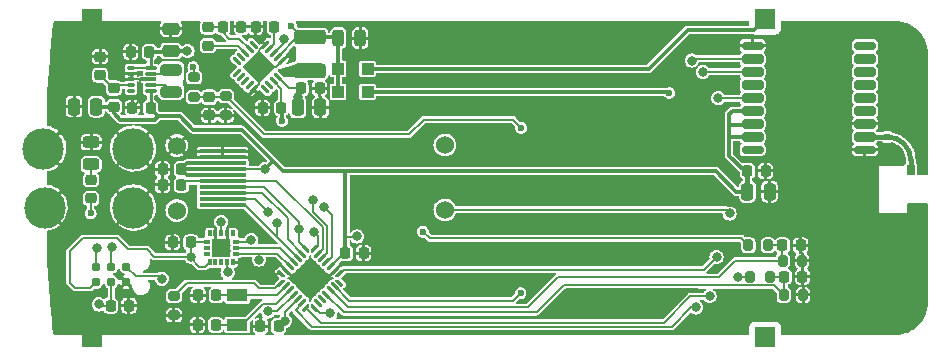
<source format=gbr>
%TF.GenerationSoftware,KiCad,Pcbnew,(6.0.0)*%
%TF.CreationDate,2022-01-25T09:42:25-07:00*%
%TF.ProjectId,SolarGPS,536f6c61-7247-4505-932e-6b696361645f,rev?*%
%TF.SameCoordinates,Original*%
%TF.FileFunction,Copper,L1,Top*%
%TF.FilePolarity,Positive*%
%FSLAX46Y46*%
G04 Gerber Fmt 4.6, Leading zero omitted, Abs format (unit mm)*
G04 Created by KiCad (PCBNEW (6.0.0)) date 2022-01-25 09:42:25*
%MOMM*%
%LPD*%
G01*
G04 APERTURE LIST*
G04 Aperture macros list*
%AMRoundRect*
0 Rectangle with rounded corners*
0 $1 Rounding radius*
0 $2 $3 $4 $5 $6 $7 $8 $9 X,Y pos of 4 corners*
0 Add a 4 corners polygon primitive as box body*
4,1,4,$2,$3,$4,$5,$6,$7,$8,$9,$2,$3,0*
0 Add four circle primitives for the rounded corners*
1,1,$1+$1,$2,$3*
1,1,$1+$1,$4,$5*
1,1,$1+$1,$6,$7*
1,1,$1+$1,$8,$9*
0 Add four rect primitives between the rounded corners*
20,1,$1+$1,$2,$3,$4,$5,0*
20,1,$1+$1,$4,$5,$6,$7,0*
20,1,$1+$1,$6,$7,$8,$9,0*
20,1,$1+$1,$8,$9,$2,$3,0*%
%AMRotRect*
0 Rectangle, with rotation*
0 The origin of the aperture is its center*
0 $1 length*
0 $2 width*
0 $3 Rotation angle, in degrees counterclockwise*
0 Add horizontal line*
21,1,$1,$2,0,0,$3*%
%AMOutline4P*
0 Free polygon, 4 corners , with rotation*
0 The origin of the aperture is its center*
0 number of corners: always 4*
0 $1 to $8 corner X, Y*
0 $9 Rotation angle, in degrees counterclockwise*
0 create outline with 4 corners*
4,1,4,$1,$2,$3,$4,$5,$6,$7,$8,$1,$2,$9*%
%AMFreePoly0*
4,1,17,0.230680,0.111820,0.364318,-0.021819,0.364320,-0.021820,0.364320,-0.021821,0.377501,-0.053640,0.377500,-0.053642,0.377500,-0.080000,0.364320,-0.111820,0.332500,-0.125000,-0.332500,-0.125000,-0.364320,-0.111820,-0.377500,-0.080000,-0.377500,0.080000,-0.364320,0.111820,-0.332500,0.125000,0.198860,0.125000,0.230680,0.111820,0.230680,0.111820,$1*%
%AMFreePoly1*
4,1,17,0.364320,0.111820,0.377500,0.080000,0.377500,0.053642,0.377501,0.053640,0.369779,0.035000,0.364320,0.021820,0.364318,0.021819,0.230680,-0.111820,0.198860,-0.125000,-0.332500,-0.125000,-0.364320,-0.111820,-0.377500,-0.080000,-0.377500,0.080000,-0.364320,0.111820,-0.332500,0.125000,0.332500,0.125000,0.364320,0.111820,0.364320,0.111820,$1*%
%AMFreePoly2*
4,1,17,0.053642,0.377500,0.080000,0.377500,0.111820,0.364320,0.125000,0.332500,0.125000,-0.332500,0.111820,-0.364320,0.080000,-0.377500,-0.080000,-0.377500,-0.111820,-0.364320,-0.125000,-0.332500,-0.125000,0.198860,-0.111820,0.230680,0.021819,0.364318,0.021820,0.364320,0.031140,0.368181,0.053640,0.377501,0.053642,0.377500,0.053642,0.377500,$1*%
%AMFreePoly3*
4,1,17,-0.021820,0.364320,0.111818,0.230681,0.111820,0.230680,0.111820,0.230679,0.125001,0.198860,0.125000,0.198858,0.125000,-0.332500,0.111820,-0.364320,0.080000,-0.377500,-0.080000,-0.377500,-0.111820,-0.364320,-0.125000,-0.332500,-0.125000,0.332500,-0.111820,0.364320,-0.080000,0.377500,-0.053640,0.377500,-0.021820,0.364320,-0.021820,0.364320,$1*%
%AMFreePoly4*
4,1,17,0.364320,0.111820,0.377500,0.080000,0.377500,-0.080000,0.364320,-0.111820,0.332500,-0.125000,-0.198858,-0.125000,-0.198860,-0.125001,-0.221360,-0.115681,-0.230680,-0.111820,-0.230681,-0.111818,-0.364320,0.021820,-0.377500,0.053640,-0.377500,0.080000,-0.364320,0.111820,-0.332500,0.125000,0.332500,0.125000,0.364320,0.111820,0.364320,0.111820,$1*%
%AMFreePoly5*
4,1,17,-0.198858,0.125000,0.332500,0.125000,0.364320,0.111820,0.377500,0.080000,0.377500,-0.080000,0.364320,-0.111820,0.332500,-0.125000,-0.332500,-0.125000,-0.364320,-0.111820,-0.377500,-0.080000,-0.377500,-0.053640,-0.364320,-0.021820,-0.230681,0.111818,-0.230680,0.111820,-0.221360,0.115681,-0.198860,0.125001,-0.198858,0.125000,-0.198858,0.125000,$1*%
%AMFreePoly6*
4,1,17,0.111820,0.364320,0.125000,0.332500,0.125000,-0.198858,0.125001,-0.198860,0.115681,-0.221360,0.111820,-0.230680,0.111818,-0.230681,-0.021820,-0.364320,-0.053640,-0.377500,-0.080000,-0.377500,-0.111820,-0.364320,-0.125000,-0.332500,-0.125000,0.332500,-0.111820,0.364320,-0.080000,0.377500,0.080000,0.377500,0.111820,0.364320,0.111820,0.364320,$1*%
%AMFreePoly7*
4,1,17,0.111820,0.364320,0.125000,0.332500,0.125000,-0.332500,0.111820,-0.364320,0.080000,-0.377500,0.053642,-0.377500,0.053640,-0.377501,0.031140,-0.368181,0.021820,-0.364320,0.021819,-0.364318,-0.111820,-0.230680,-0.125000,-0.198860,-0.125000,0.332500,-0.111820,0.364320,-0.080000,0.377500,0.080000,0.377500,0.111820,0.364320,0.111820,0.364320,$1*%
G04 Aperture macros list end*
%TA.AperFunction,SMDPad,CuDef*%
%ADD10R,4.000000X0.300000*%
%TD*%
%TA.AperFunction,SMDPad,CuDef*%
%ADD11RoundRect,0.250000X-0.475000X0.250000X-0.475000X-0.250000X0.475000X-0.250000X0.475000X0.250000X0*%
%TD*%
%TA.AperFunction,SMDPad,CuDef*%
%ADD12RoundRect,0.218750X0.256250X-0.218750X0.256250X0.218750X-0.256250X0.218750X-0.256250X-0.218750X0*%
%TD*%
%TA.AperFunction,SMDPad,CuDef*%
%ADD13RoundRect,0.243750X-0.456250X0.243750X-0.456250X-0.243750X0.456250X-0.243750X0.456250X0.243750X0*%
%TD*%
%TA.AperFunction,SMDPad,CuDef*%
%ADD14RoundRect,0.218750X-0.218750X-0.256250X0.218750X-0.256250X0.218750X0.256250X-0.218750X0.256250X0*%
%TD*%
%TA.AperFunction,SMDPad,CuDef*%
%ADD15RoundRect,0.250000X-0.250000X-0.475000X0.250000X-0.475000X0.250000X0.475000X-0.250000X0.475000X0*%
%TD*%
%TA.AperFunction,SMDPad,CuDef*%
%ADD16RoundRect,0.218750X-0.256250X0.218750X-0.256250X-0.218750X0.256250X-0.218750X0.256250X0.218750X0*%
%TD*%
%TA.AperFunction,SMDPad,CuDef*%
%ADD17RoundRect,0.012500X-0.287500X-0.112500X0.287500X-0.112500X0.287500X0.112500X-0.287500X0.112500X0*%
%TD*%
%TA.AperFunction,SMDPad,CuDef*%
%ADD18RoundRect,0.012500X-0.437500X-0.112500X0.437500X-0.112500X0.437500X0.112500X-0.437500X0.112500X0*%
%TD*%
%TA.AperFunction,SMDPad,CuDef*%
%ADD19RoundRect,0.012500X-0.637500X-0.112500X0.637500X-0.112500X0.637500X0.112500X-0.637500X0.112500X0*%
%TD*%
%TA.AperFunction,SMDPad,CuDef*%
%ADD20RoundRect,0.243750X-0.656250X0.243750X-0.656250X-0.243750X0.656250X-0.243750X0.656250X0.243750X0*%
%TD*%
%TA.AperFunction,SMDPad,CuDef*%
%ADD21RoundRect,0.243750X-0.243750X-0.456250X0.243750X-0.456250X0.243750X0.456250X-0.243750X0.456250X0*%
%TD*%
%TA.AperFunction,SMDPad,CuDef*%
%ADD22RoundRect,0.218750X0.218750X0.256250X-0.218750X0.256250X-0.218750X-0.256250X0.218750X-0.256250X0*%
%TD*%
%TA.AperFunction,SMDPad,CuDef*%
%ADD23RoundRect,0.250000X-1.075000X0.375000X-1.075000X-0.375000X1.075000X-0.375000X1.075000X0.375000X0*%
%TD*%
%TA.AperFunction,SMDPad,CuDef*%
%ADD24RoundRect,0.250000X0.250000X0.475000X-0.250000X0.475000X-0.250000X-0.475000X0.250000X-0.475000X0*%
%TD*%
%TA.AperFunction,SMDPad,CuDef*%
%ADD25RoundRect,0.225000X0.225000X0.250000X-0.225000X0.250000X-0.225000X-0.250000X0.225000X-0.250000X0*%
%TD*%
%TA.AperFunction,SMDPad,CuDef*%
%ADD26RoundRect,0.225000X-0.225000X-0.250000X0.225000X-0.250000X0.225000X0.250000X-0.225000X0.250000X0*%
%TD*%
%TA.AperFunction,SMDPad,CuDef*%
%ADD27RoundRect,0.087500X0.087500X-0.187500X0.087500X0.187500X-0.087500X0.187500X-0.087500X-0.187500X0*%
%TD*%
%TA.AperFunction,SMDPad,CuDef*%
%ADD28RoundRect,0.087500X0.187500X-0.087500X0.187500X0.087500X-0.187500X0.087500X-0.187500X-0.087500X0*%
%TD*%
%TA.AperFunction,SMDPad,CuDef*%
%ADD29R,1.000000X1.000000*%
%TD*%
%TA.AperFunction,SMDPad,CuDef*%
%ADD30RoundRect,0.062500X0.220971X0.309359X-0.309359X-0.220971X-0.220971X-0.309359X0.309359X0.220971X0*%
%TD*%
%TA.AperFunction,SMDPad,CuDef*%
%ADD31RoundRect,0.062500X-0.220971X0.309359X-0.309359X0.220971X0.220971X-0.309359X0.309359X-0.220971X0*%
%TD*%
%TA.AperFunction,SMDPad,CuDef*%
%ADD32RotRect,2.000000X2.000000X225.000000*%
%TD*%
%TA.AperFunction,SMDPad,CuDef*%
%ADD33RoundRect,0.200000X0.200000X0.275000X-0.200000X0.275000X-0.200000X-0.275000X0.200000X-0.275000X0*%
%TD*%
%TA.AperFunction,SMDPad,CuDef*%
%ADD34RoundRect,0.200000X0.275000X-0.200000X0.275000X0.200000X-0.275000X0.200000X-0.275000X-0.200000X0*%
%TD*%
%TA.AperFunction,SMDPad,CuDef*%
%ADD35RoundRect,0.225000X0.250000X-0.225000X0.250000X0.225000X-0.250000X0.225000X-0.250000X-0.225000X0*%
%TD*%
%TA.AperFunction,SMDPad,CuDef*%
%ADD36RoundRect,0.147500X-0.172500X0.147500X-0.172500X-0.147500X0.172500X-0.147500X0.172500X0.147500X0*%
%TD*%
%TA.AperFunction,SMDPad,CuDef*%
%ADD37RoundRect,0.175000X-0.725000X-0.175000X0.725000X-0.175000X0.725000X0.175000X-0.725000X0.175000X0*%
%TD*%
%TA.AperFunction,SMDPad,CuDef*%
%ADD38RoundRect,0.200000X-0.700000X-0.200000X0.700000X-0.200000X0.700000X0.200000X-0.700000X0.200000X0*%
%TD*%
%TA.AperFunction,SMDPad,CuDef*%
%ADD39Outline4P,-0.400000X-0.325000X0.400000X-0.325000X0.400000X0.325000X-0.400000X0.325000X90.000000*%
%TD*%
%TA.AperFunction,SMDPad,CuDef*%
%ADD40Outline4P,-0.400000X-0.800000X0.400000X-0.800000X0.400000X0.800000X-0.400000X0.800000X90.000000*%
%TD*%
%TA.AperFunction,SMDPad,CuDef*%
%ADD41FreePoly0,45.000000*%
%TD*%
%TA.AperFunction,SMDPad,CuDef*%
%ADD42RoundRect,0.062500X-0.220971X-0.309359X0.309359X0.220971X0.220971X0.309359X-0.309359X-0.220971X0*%
%TD*%
%TA.AperFunction,SMDPad,CuDef*%
%ADD43FreePoly1,45.000000*%
%TD*%
%TA.AperFunction,SMDPad,CuDef*%
%ADD44FreePoly2,45.000000*%
%TD*%
%TA.AperFunction,SMDPad,CuDef*%
%ADD45RoundRect,0.062500X0.220971X-0.309359X0.309359X-0.220971X-0.220971X0.309359X-0.309359X0.220971X0*%
%TD*%
%TA.AperFunction,SMDPad,CuDef*%
%ADD46FreePoly3,45.000000*%
%TD*%
%TA.AperFunction,SMDPad,CuDef*%
%ADD47FreePoly4,45.000000*%
%TD*%
%TA.AperFunction,SMDPad,CuDef*%
%ADD48FreePoly5,45.000000*%
%TD*%
%TA.AperFunction,SMDPad,CuDef*%
%ADD49FreePoly6,45.000000*%
%TD*%
%TA.AperFunction,SMDPad,CuDef*%
%ADD50FreePoly7,45.000000*%
%TD*%
%TA.AperFunction,ConnectorPad*%
%ADD51C,0.787400*%
%TD*%
%TA.AperFunction,SMDPad,CuDef*%
%ADD52R,1.800000X1.000000*%
%TD*%
%TA.AperFunction,ComponentPad*%
%ADD53R,1.700000X1.700000*%
%TD*%
%TA.AperFunction,ComponentPad*%
%ADD54C,3.500000*%
%TD*%
%TA.AperFunction,ComponentPad*%
%ADD55C,1.524000*%
%TD*%
%TA.AperFunction,ViaPad*%
%ADD56C,0.800000*%
%TD*%
%TA.AperFunction,ViaPad*%
%ADD57C,0.600000*%
%TD*%
%TA.AperFunction,Conductor*%
%ADD58C,0.200000*%
%TD*%
%TA.AperFunction,Conductor*%
%ADD59C,0.300000*%
%TD*%
%TA.AperFunction,Conductor*%
%ADD60C,0.250000*%
%TD*%
%TA.AperFunction,Conductor*%
%ADD61C,0.400000*%
%TD*%
G04 APERTURE END LIST*
D10*
%TO.P,J1,1,Pin_1*%
%TO.N,SPI_CLK*%
X64070000Y-65750000D03*
%TO.P,J1,2,Pin_2*%
%TO.N,SPI_MOSI*%
X64070000Y-65250000D03*
%TO.P,J1,3,Pin_3*%
%TO.N,DISP_CS*%
X64070000Y-64750000D03*
%TO.P,J1,4,Pin_4*%
%TO.N,EXTCOMIN*%
X64070000Y-64250000D03*
%TO.P,J1,5,Pin_5*%
%TO.N,DISP_EN*%
X64070000Y-63750000D03*
%TO.P,J1,6,Pin_6*%
%TO.N,VDD*%
X64070000Y-63250000D03*
%TO.P,J1,7,Pin_7*%
X64070000Y-62750000D03*
%TO.P,J1,8,Pin_8*%
X64070000Y-62250000D03*
%TO.P,J1,9,Pin_9*%
%TO.N,GND*%
X64070000Y-61750000D03*
%TO.P,J1,10,Pin_10*%
X64070000Y-61250000D03*
%TD*%
D11*
%TO.P,C12,1*%
%TO.N,GND*%
X59700000Y-50850000D03*
%TO.P,C12,2*%
%TO.N,VBAT*%
X59700000Y-52750000D03*
%TD*%
D12*
%TO.P,R3,1*%
%TO.N,LED*%
X52950000Y-65225000D03*
%TO.P,R3,2*%
%TO.N,Net-(D2-Pad2)*%
X52950000Y-63650000D03*
%TD*%
D13*
%TO.P,D2,1,K*%
%TO.N,GND*%
X52950000Y-60462500D03*
%TO.P,D2,2,A*%
%TO.N,Net-(D2-Pad2)*%
X52950000Y-62337500D03*
%TD*%
D14*
%TO.P,C5,1*%
%TO.N,GND*%
X56412500Y-57550000D03*
%TO.P,C5,2*%
%TO.N,VDD*%
X57987500Y-57550000D03*
%TD*%
D15*
%TO.P,C7,1*%
%TO.N,GND*%
X51500000Y-57450000D03*
%TO.P,C7,2*%
%TO.N,VDD*%
X53400000Y-57450000D03*
%TD*%
D14*
%TO.P,C8,1*%
%TO.N,GND*%
X56312500Y-52825000D03*
%TO.P,C8,2*%
%TO.N,VBAT*%
X57887500Y-52825000D03*
%TD*%
D16*
%TO.P,R4,1*%
%TO.N,Net-(R4-Pad1)*%
X54875000Y-55875000D03*
%TO.P,R4,2*%
%TO.N,VDD*%
X54875000Y-57450000D03*
%TD*%
%TO.P,R5,1*%
%TO.N,GND*%
X53700000Y-53212500D03*
%TO.P,R5,2*%
%TO.N,Net-(R4-Pad1)*%
X53700000Y-54787500D03*
%TD*%
D17*
%TO.P,U7,1,EN*%
%TO.N,VBAT*%
X56325000Y-54150000D03*
%TO.P,U7,2,MODE*%
%TO.N,GND*%
X56325000Y-54650000D03*
%TO.P,U7,3,AGND*%
X56325000Y-55150000D03*
%TO.P,U7,4,FB*%
%TO.N,Net-(R4-Pad1)*%
X56325000Y-55650000D03*
%TO.P,U7,5,PG*%
%TO.N,unconnected-(U7-Pad5)*%
X56325000Y-56150000D03*
D18*
%TO.P,U7,6,VOUT*%
%TO.N,VDD*%
X57975000Y-56150000D03*
%TO.P,U7,7,L2*%
%TO.N,Net-(L2-Pad2)*%
X57975000Y-55650000D03*
D19*
%TO.P,U7,8,GND*%
%TO.N,GND*%
X57775000Y-55150000D03*
D18*
%TO.P,U7,9,L1*%
%TO.N,Net-(L2-Pad1)*%
X57975000Y-54650000D03*
%TO.P,U7,10,VIN*%
%TO.N,VBAT*%
X57975000Y-54150000D03*
%TD*%
D20*
%TO.P,L2,1*%
%TO.N,Net-(L2-Pad1)*%
X59725000Y-54312500D03*
%TO.P,L2,2*%
%TO.N,Net-(L2-Pad2)*%
X59725000Y-56187500D03*
%TD*%
D21*
%TO.P,C3,1*%
%TO.N,SOLAR+*%
X73862500Y-51650000D03*
%TO.P,C3,2*%
%TO.N,GND*%
X75737500Y-51650000D03*
%TD*%
D22*
%TO.P,C6,1*%
%TO.N,Net-(C6-Pad1)*%
X68450000Y-50700000D03*
%TO.P,C6,2*%
%TO.N,GND*%
X66875000Y-50700000D03*
%TD*%
%TO.P,C19,1*%
%TO.N,GND*%
X72300000Y-55900000D03*
%TO.P,C19,2*%
%TO.N,VSTOR*%
X70725000Y-55900000D03*
%TD*%
D23*
%TO.P,L3,1*%
%TO.N,SOLAR+*%
X71500000Y-51600000D03*
%TO.P,L3,2*%
%TO.N,Net-(L3-Pad2)*%
X71500000Y-54400000D03*
%TD*%
D14*
%TO.P,ROV3,1*%
%TO.N,Net-(ROV3-Pad1)*%
X64100000Y-50700000D03*
%TO.P,ROV3,2*%
%TO.N,GND*%
X65675000Y-50700000D03*
%TD*%
D12*
%TO.P,ROV4,1*%
%TO.N,Net-(ROV4-Pad1)*%
X62850000Y-52287500D03*
%TO.P,ROV4,2*%
%TO.N,Net-(ROV3-Pad1)*%
X62850000Y-50712500D03*
%TD*%
D14*
%TO.P,C9,1*%
%TO.N,GND*%
X59012500Y-62760000D03*
%TO.P,C9,2*%
%TO.N,VDD*%
X60587500Y-62760000D03*
%TD*%
%TO.P,C20,1*%
%TO.N,GND*%
X59000000Y-64080000D03*
%TO.P,C20,2*%
%TO.N,DISP_EN*%
X60575000Y-64080000D03*
%TD*%
%TO.P,C15,1*%
%TO.N,GND*%
X67475000Y-57550000D03*
%TO.P,C15,2*%
%TO.N,VBAT*%
X69050000Y-57550000D03*
%TD*%
D24*
%TO.P,C2,1*%
%TO.N,GND*%
X72350000Y-57510000D03*
%TO.P,C2,2*%
%TO.N,VSTOR*%
X70450000Y-57510000D03*
%TD*%
D25*
%TO.P,C25,1*%
%TO.N,VDD*%
X68825000Y-76050000D03*
%TO.P,C25,2*%
%TO.N,GND*%
X67275000Y-76050000D03*
%TD*%
D26*
%TO.P,C26,1*%
%TO.N,GND*%
X59850000Y-68950000D03*
%TO.P,C26,2*%
%TO.N,VDD*%
X61400000Y-68950000D03*
%TD*%
D27*
%TO.P,U6,1,VDD_IO*%
%TO.N,VDD*%
X62970000Y-70635000D03*
%TO.P,U6,2,NC*%
%TO.N,unconnected-(U6-Pad2)*%
X63470000Y-70635000D03*
%TO.P,U6,3,NC*%
%TO.N,unconnected-(U6-Pad3)*%
X63970000Y-70635000D03*
%TO.P,U6,4,SCL/SPC*%
%TO.N,SPI_CLK*%
X64470000Y-70635000D03*
%TO.P,U6,5,GND*%
%TO.N,GND*%
X64970000Y-70635000D03*
D28*
%TO.P,U6,6,SDA/SDI/SDO*%
%TO.N,SPI_MOSI*%
X65195000Y-69910000D03*
%TO.P,U6,7,SDO/SA0*%
%TO.N,SPI_MISO*%
X65195000Y-69410000D03*
%TO.P,U6,8,CS*%
%TO.N,LIS_CS*%
X65195000Y-68910000D03*
D27*
%TO.P,U6,9,INT2*%
%TO.N,unconnected-(U6-Pad9)*%
X64970000Y-68185000D03*
%TO.P,U6,10,GND*%
%TO.N,GND*%
X64470000Y-68185000D03*
%TO.P,U6,11,INT1*%
%TO.N,LIS_INT*%
X63970000Y-68185000D03*
%TO.P,U6,12,GND*%
%TO.N,GND*%
X63470000Y-68185000D03*
%TO.P,U6,13,ADC3*%
%TO.N,unconnected-(U6-Pad13)*%
X62970000Y-68185000D03*
D28*
%TO.P,U6,14,VDD*%
%TO.N,VDD*%
X62745000Y-68910000D03*
%TO.P,U6,15,ADC2*%
%TO.N,unconnected-(U6-Pad15)*%
X62745000Y-69410000D03*
%TO.P,U6,16,ADC1*%
%TO.N,unconnected-(U6-Pad16)*%
X62745000Y-69910000D03*
%TD*%
D29*
%TO.P,D1,1,K*%
%TO.N,SOLAR+*%
X73850000Y-56200000D03*
%TO.P,D1,2,A*%
%TO.N,Net-(D1-Pad2)*%
X76350000Y-56200000D03*
%TD*%
%TO.P,D3,1,K*%
%TO.N,SOLAR+*%
X73850000Y-54250000D03*
%TO.P,D3,2,A*%
%TO.N,Net-(D3-Pad2)*%
X76350000Y-54250000D03*
%TD*%
D30*
%TO.P,U5,1,VSS*%
%TO.N,GND*%
X69100349Y-53613864D03*
%TO.P,U5,2,VIN_DC*%
%TO.N,SOLAR+*%
X68746796Y-53260311D03*
%TO.P,U5,3,VOC_SAMP*%
%TO.N,VSTOR*%
X68393243Y-52906757D03*
%TO.P,U5,4,VREF_SAMP*%
%TO.N,Net-(C6-Pad1)*%
X68039689Y-52553204D03*
%TO.P,U5,5,EN*%
%TO.N,GND*%
X67686136Y-52199651D03*
D31*
%TO.P,U5,6,NC*%
%TO.N,unconnected-(U5-Pad6)*%
X66713864Y-52199651D03*
%TO.P,U5,7,VBAT_OV*%
%TO.N,Net-(ROV3-Pad1)*%
X66360311Y-52553204D03*
%TO.P,U5,8,VRDIV*%
%TO.N,Net-(ROV4-Pad1)*%
X66006757Y-52906757D03*
%TO.P,U5,9,VBAT_SEC_ON*%
%TO.N,unconnected-(U5-Pad9)*%
X65653204Y-53260311D03*
%TO.P,U5,10,VBAT_PRI_ON*%
%TO.N,unconnected-(U5-Pad10)*%
X65299651Y-53613864D03*
D30*
%TO.P,U5,11,OK_HYST*%
%TO.N,unconnected-(U5-Pad11)*%
X65299651Y-54586136D03*
%TO.P,U5,12,OK_PROG*%
%TO.N,unconnected-(U5-Pad12)*%
X65653204Y-54939689D03*
%TO.P,U5,13,VBAT_OK*%
%TO.N,unconnected-(U5-Pad13)*%
X66006757Y-55293243D03*
%TO.P,U5,14,VBAT_PRI*%
%TO.N,unconnected-(U5-Pad14)*%
X66360311Y-55646796D03*
%TO.P,U5,15,VSS*%
%TO.N,GND*%
X66713864Y-56000349D03*
D31*
%TO.P,U5,16,NC*%
%TO.N,unconnected-(U5-Pad16)*%
X67686136Y-56000349D03*
%TO.P,U5,17,NC*%
%TO.N,unconnected-(U5-Pad17)*%
X68039689Y-55646796D03*
%TO.P,U5,18,VBAT_SEC*%
%TO.N,VBAT*%
X68393243Y-55293243D03*
%TO.P,U5,19,VSTOR*%
%TO.N,VSTOR*%
X68746796Y-54939689D03*
%TO.P,U5,20,LBOOST*%
%TO.N,Net-(L3-Pad2)*%
X69100349Y-54586136D03*
D32*
%TO.P,U5,21,VSS*%
%TO.N,GND*%
X67200000Y-54100000D03*
%TD*%
D25*
%TO.P,C16,1*%
%TO.N,GND*%
X113025000Y-69200000D03*
%TO.P,C16,2*%
%TO.N,VBATMID_SENSE*%
X111475000Y-69200000D03*
%TD*%
D33*
%TO.P,R2,1*%
%TO.N,VBATMID_SENSE*%
X110250000Y-69200000D03*
%TO.P,R2,2*%
%TO.N,VBATMID*%
X108600000Y-69200000D03*
%TD*%
%TO.P,R6,1*%
%TO.N,GND*%
X113150000Y-70500000D03*
%TO.P,R6,2*%
%TO.N,VBATMID_SENSE*%
X111500000Y-70500000D03*
%TD*%
%TO.P,R12,1*%
%TO.N,VBAT_SENSE*%
X110400000Y-71850000D03*
%TO.P,R12,2*%
%TO.N,VBAT*%
X108750000Y-71850000D03*
%TD*%
D34*
%TO.P,R15,1*%
%TO.N,GND*%
X64350000Y-58200000D03*
%TO.P,R15,2*%
%TO.N,SOLAR_SENSE1*%
X64350000Y-56550000D03*
%TD*%
D33*
%TO.P,R13,1*%
%TO.N,GND*%
X113225000Y-73400000D03*
%TO.P,R13,2*%
%TO.N,VBAT_SENSE*%
X111575000Y-73400000D03*
%TD*%
D25*
%TO.P,C23,1*%
%TO.N,GND*%
X113175000Y-71850000D03*
%TO.P,C23,2*%
%TO.N,VBAT_SENSE*%
X111625000Y-71850000D03*
%TD*%
D35*
%TO.P,C28,1*%
%TO.N,GND*%
X62950000Y-58200000D03*
%TO.P,C28,2*%
%TO.N,SOLAR_SENSE1*%
X62950000Y-56650000D03*
%TD*%
D34*
%TO.P,R14,1*%
%TO.N,SOLAR_SENSE1*%
X61650000Y-56625000D03*
%TO.P,R14,2*%
%TO.N,SOLAR+*%
X61650000Y-54975000D03*
%TD*%
D36*
%TO.P,C1,1*%
%TO.N,GND*%
X120350000Y-59040000D03*
%TO.P,C1,2*%
%TO.N,/GPS_RF*%
X120350000Y-60010000D03*
%TD*%
D37*
%TO.P,U2,1,GND*%
%TO.N,GND*%
X108950000Y-52300000D03*
D38*
%TO.P,U2,2,TXD*%
%TO.N,GPS_UART_MISO*%
X108950000Y-53400000D03*
%TO.P,U2,3,RXD*%
%TO.N,GPS_UART_MOSI*%
X108950000Y-54500000D03*
%TO.P,U2,4,TIMEPULSE*%
%TO.N,unconnected-(U2-Pad4)*%
X108950000Y-55600000D03*
%TO.P,U2,5,EXTINT*%
%TO.N,GPS_EXINT*%
X108950000Y-56700000D03*
%TO.P,U2,6,V_BCKP*%
%TO.N,VDD*%
X108950000Y-57800000D03*
%TO.P,U2,7,VCC_IO*%
X108950000Y-58900000D03*
%TO.P,U2,8,VCC*%
X108950000Y-60000000D03*
D37*
%TO.P,U2,9,~{RESET}*%
%TO.N,unconnected-(U2-Pad9)*%
X108950000Y-61100000D03*
%TO.P,U2,10,GND*%
%TO.N,GND*%
X118450000Y-61100000D03*
D38*
%TO.P,U2,11,RF_IN*%
%TO.N,/GPS_RF*%
X118450000Y-60000000D03*
%TO.P,U2,12,GND*%
%TO.N,GND*%
X118450000Y-58900000D03*
%TO.P,U2,13,LNA_EN*%
%TO.N,unconnected-(U2-Pad13)*%
X118450000Y-57800000D03*
%TO.P,U2,14,VCC_RF*%
%TO.N,unconnected-(U2-Pad14)*%
X118450000Y-56700000D03*
%TO.P,U2,15,Reserved*%
%TO.N,unconnected-(U2-Pad15)*%
X118450000Y-55600000D03*
%TO.P,U2,16,SDA*%
%TO.N,unconnected-(U2-Pad16)*%
X118450000Y-54500000D03*
%TO.P,U2,17,SCL*%
%TO.N,unconnected-(U2-Pad17)*%
X118450000Y-53400000D03*
D37*
%TO.P,U2,18,~{SAFEBOOT}*%
%TO.N,unconnected-(U2-Pad18)*%
X118450000Y-52300000D03*
%TD*%
D39*
%TO.P,AE1,1,A*%
%TO.N,/GPS_RF*%
X122350000Y-62850000D03*
D40*
%TO.P,AE1,2,Shield*%
%TO.N,GND*%
X122850000Y-66050000D03*
D39*
X123350000Y-62850000D03*
%TD*%
D26*
%TO.P,C21,1*%
%TO.N,VDD*%
X108500000Y-62900000D03*
%TO.P,C21,2*%
%TO.N,GND*%
X110050000Y-62900000D03*
%TD*%
D25*
%TO.P,C10,1*%
%TO.N,Net-(C10-Pad1)*%
X63510000Y-75930000D03*
%TO.P,C10,2*%
%TO.N,GND*%
X61960000Y-75930000D03*
%TD*%
D15*
%TO.P,C13,1*%
%TO.N,VDD*%
X108500000Y-64650000D03*
%TO.P,C13,2*%
%TO.N,GND*%
X110400000Y-64650000D03*
%TD*%
D41*
%TO.P,U1,1,PB9*%
%TO.N,BOOT0*%
X69026894Y-72351786D03*
D42*
%TO.P,U1,2,PC14*%
%TO.N,Net-(C4-Pad1)*%
X69422874Y-72662913D03*
%TO.P,U1,3,PC15*%
%TO.N,Net-(C10-Pad1)*%
X69776427Y-73016466D03*
%TO.P,U1,4,NRST*%
%TO.N,RESET*%
X70129981Y-73370019D03*
%TO.P,U1,5,VDDA*%
%TO.N,VDD*%
X70483534Y-73723573D03*
%TO.P,U1,6,PA0*%
%TO.N,GPS_UART_MISO*%
X70837087Y-74077126D03*
D43*
%TO.P,U1,7,PA1*%
%TO.N,GPS_UART_MOSI*%
X71148214Y-74473106D03*
D44*
%TO.P,U1,8,PA2*%
%TO.N,LED*%
X71851786Y-74473106D03*
D45*
%TO.P,U1,9,PA3*%
%TO.N,unconnected-(U1-Pad9)*%
X72162913Y-74077126D03*
%TO.P,U1,10,PA4*%
%TO.N,unconnected-(U1-Pad10)*%
X72516466Y-73723573D03*
%TO.P,U1,11,PA5*%
%TO.N,VBAT_SENSE*%
X72870019Y-73370019D03*
%TO.P,U1,12,PA6*%
%TO.N,VBATMID_SENSE*%
X73223573Y-73016466D03*
%TO.P,U1,13,PA7*%
%TO.N,SOLAR_SENSE1*%
X73577126Y-72662913D03*
D46*
%TO.P,U1,14,PB0*%
%TO.N,unconnected-(U1-Pad14)*%
X73973106Y-72351786D03*
D47*
%TO.P,U1,15,PB1*%
%TO.N,GPS_EXINT*%
X73973106Y-71648214D03*
D42*
%TO.P,U1,16,VSS*%
%TO.N,GND*%
X73577126Y-71337087D03*
%TO.P,U1,17,VDD*%
%TO.N,VDD*%
X73223573Y-70983534D03*
%TO.P,U1,18,PA8*%
%TO.N,LIS_CS*%
X72870019Y-70629981D03*
%TO.P,U1,19,PA9*%
%TO.N,LIS_INT*%
X72516466Y-70276427D03*
%TO.P,U1,20,PA10*%
%TO.N,DISP_EN*%
X72162913Y-69922874D03*
D48*
%TO.P,U1,21,PA13*%
%TO.N,/SWDIO*%
X71851786Y-69526894D03*
D49*
%TO.P,U1,22,PA14*%
%TO.N,EXTCOMIN*%
X71148214Y-69526894D03*
D45*
%TO.P,U1,23,PA15*%
%TO.N,DISP_CS*%
X70837087Y-69922874D03*
%TO.P,U1,24,PB3*%
%TO.N,SPI_CLK*%
X70483534Y-70276427D03*
%TO.P,U1,25,PB4*%
%TO.N,SPI_MISO*%
X70129981Y-70629981D03*
%TO.P,U1,26,PB5*%
%TO.N,SPI_MOSI*%
X69776427Y-70983534D03*
%TO.P,U1,27,PB6*%
%TO.N,GND*%
X69422874Y-71337087D03*
D50*
%TO.P,U1,28,PB7*%
X69026894Y-71648214D03*
%TD*%
D25*
%TO.P,C18,1*%
%TO.N,GND*%
X56150000Y-74300000D03*
%TO.P,C18,2*%
%TO.N,RESET*%
X54600000Y-74300000D03*
%TD*%
D26*
%TO.P,C11,1*%
%TO.N,VDD*%
X74475000Y-69850000D03*
%TO.P,C11,2*%
%TO.N,GND*%
X76025000Y-69850000D03*
%TD*%
D25*
%TO.P,C4,1*%
%TO.N,Net-(C4-Pad1)*%
X63545000Y-73420000D03*
%TO.P,C4,2*%
%TO.N,GND*%
X61995000Y-73420000D03*
%TD*%
D34*
%TO.P,R1,1*%
%TO.N,GND*%
X59950000Y-75125000D03*
%TO.P,R1,2*%
%TO.N,BOOT0*%
X59950000Y-73475000D03*
%TD*%
D51*
%TO.P,J4,1,Pin_1*%
%TO.N,VDD*%
X53380000Y-72285000D03*
%TO.P,J4,2,Pin_2*%
%TO.N,/SWDIO*%
X53380000Y-71015000D03*
%TO.P,J4,3,Pin_3*%
%TO.N,RESET*%
X54650000Y-72285000D03*
%TO.P,J4,4,Pin_4*%
%TO.N,EXTCOMIN*%
X54650000Y-71015000D03*
%TO.P,J4,5,Pin_5*%
%TO.N,GND*%
X55920000Y-72285000D03*
%TO.P,J4,6,Pin_6*%
%TO.N,LED*%
X55920000Y-71015000D03*
%TD*%
D52*
%TO.P,Y1,1,1*%
%TO.N,Net-(C10-Pad1)*%
X65330000Y-75940000D03*
%TO.P,Y1,2,2*%
%TO.N,Net-(C4-Pad1)*%
X65330000Y-73440000D03*
%TD*%
D53*
%TO.P,J2,1,Pin_1*%
%TO.N,Net-(D3-Pad2)*%
X110000000Y-50000000D03*
%TD*%
%TO.P,J5,1,Pin_1*%
%TO.N,Net-(D1-Pad2)*%
X110000000Y-77000000D03*
%TD*%
%TO.P,J6,1,Pin_1*%
%TO.N,GND*%
X53000000Y-77000000D03*
%TD*%
D54*
%TO.P,J7,1,Pin_1*%
%TO.N,GND*%
X48900000Y-61000000D03*
X56500000Y-66000000D03*
X49000000Y-66000000D03*
X56500000Y-61000000D03*
%TD*%
D53*
%TO.P,J3,1,Pin_1*%
%TO.N,GND*%
X53000000Y-50000000D03*
%TD*%
D55*
%TO.P,C17,1*%
%TO.N,VBATMID*%
X60200000Y-66250000D03*
%TO.P,C17,2*%
%TO.N,GND*%
X60200000Y-60750000D03*
%TD*%
%TO.P,C14,1*%
%TO.N,VBAT*%
X82900000Y-66200000D03*
%TO.P,C14,2*%
%TO.N,VBATMID*%
X82900000Y-60700000D03*
%TD*%
D56*
%TO.N,GND*%
X56150000Y-75800000D03*
X55200000Y-54350000D03*
X123350000Y-61450000D03*
X111600000Y-62800000D03*
X118750000Y-65200000D03*
X92650000Y-69650000D03*
X65450000Y-67050000D03*
X94200000Y-74400000D03*
X100250000Y-69850000D03*
X118700000Y-62600000D03*
X76850000Y-65050000D03*
X120200000Y-67450000D03*
X108700000Y-74100000D03*
X58700000Y-75200000D03*
X108800000Y-66850000D03*
X66150000Y-57150000D03*
X120400000Y-57800000D03*
X77500000Y-69800000D03*
X52450000Y-53150000D03*
X123250000Y-59050000D03*
X57950000Y-50900000D03*
X123300000Y-60200000D03*
X87500000Y-64650000D03*
X66100000Y-70852467D03*
X87350000Y-72300000D03*
X67200000Y-54050000D03*
X51500000Y-55850000D03*
X55050000Y-52800000D03*
X112050000Y-64500000D03*
X118750000Y-66300000D03*
X63000000Y-54950000D03*
X77050000Y-51600000D03*
X120550000Y-61400000D03*
X114400000Y-69150000D03*
X114650000Y-71850000D03*
X61650000Y-57900000D03*
X78800000Y-61750000D03*
X90600000Y-51550000D03*
X118800000Y-67450000D03*
X60000000Y-76250000D03*
X81600000Y-51550000D03*
X53000000Y-59050000D03*
X123150000Y-67400000D03*
X98950000Y-74200000D03*
X116700000Y-62450000D03*
X87750000Y-60650000D03*
X62050000Y-74800000D03*
X106600000Y-74150000D03*
X79350000Y-57550000D03*
X100400000Y-57850000D03*
X118700000Y-63750000D03*
X77900000Y-72500000D03*
X67900000Y-58900000D03*
X82650000Y-64000000D03*
X73750000Y-57600000D03*
X64050000Y-60250000D03*
X99700000Y-51450000D03*
X121800000Y-67450000D03*
X121650000Y-59050000D03*
%TO.N,VDD*%
X75450000Y-68450000D03*
X69375000Y-75575000D03*
X61400000Y-70150000D03*
X67650000Y-62750000D03*
%TO.N,VSTOR*%
X70450000Y-56600000D03*
X69250000Y-51700000D03*
%TO.N,GPS_EXINT*%
X106050000Y-56750000D03*
X105900000Y-70200000D03*
%TO.N,EXTCOMIN*%
X54700000Y-69350000D03*
X70550000Y-67800000D03*
%TO.N,GPS_UART_MOSI*%
X104750000Y-54500000D03*
X105308388Y-73510500D03*
%TO.N,GPS_UART_MISO*%
X104150000Y-74450000D03*
X103800000Y-53550000D03*
%TO.N,LED*%
X58919547Y-72015105D03*
D57*
X52900000Y-66500000D03*
D56*
X73200000Y-74950000D03*
%TO.N,VBAT*%
X61100000Y-52750000D03*
X107700000Y-71900000D03*
X107000000Y-66500000D03*
D57*
X69100000Y-58650000D03*
%TO.N,SOLAR_SENSE1*%
X89300000Y-73250000D03*
X89350000Y-59250000D03*
D56*
%TO.N,RESET*%
X53600000Y-74200000D03*
X67900000Y-74800000D03*
D57*
%TO.N,VBATMID*%
X81050000Y-68050000D03*
D56*
%TO.N,/SWDIO*%
X53450000Y-69400000D03*
X71800000Y-68100000D03*
%TO.N,SPI_MOSI*%
X67950000Y-66350000D03*
X67150000Y-70400000D03*
%TO.N,SPI_CLK*%
X68650000Y-67300000D03*
X64500000Y-71491967D03*
%TO.N,LIS_INT*%
X63950000Y-67200000D03*
X71750000Y-65400000D03*
%TO.N,LIS_CS*%
X72650000Y-65950000D03*
X66500000Y-68750000D03*
D57*
%TO.N,SOLAR+*%
X69900000Y-50650000D03*
X61600000Y-54100000D03*
%TO.N,Net-(D1-Pad2)*%
X101900000Y-56300000D03*
%TD*%
D58*
%TO.N,GND*%
X64970000Y-70635000D02*
X65882533Y-70635000D01*
X69100349Y-53613864D02*
X68614213Y-54100000D01*
X65450000Y-67050000D02*
X65200000Y-67050000D01*
X68614213Y-54100000D02*
X68260660Y-54100000D01*
X57050000Y-55150000D02*
X57050000Y-56912500D01*
X66713864Y-56000349D02*
X67200000Y-55514213D01*
X64470000Y-67780000D02*
X64470000Y-68185000D01*
X65200000Y-67050000D02*
X64470000Y-67780000D01*
X67200000Y-55514213D02*
X67200000Y-55160660D01*
X57050000Y-56912500D02*
X56412500Y-57550000D01*
X69026894Y-71648214D02*
X68051786Y-71648214D01*
X67686136Y-52199651D02*
X67200000Y-52685787D01*
X56325000Y-55150000D02*
X57775000Y-55150000D01*
X67200000Y-52685787D02*
X67200000Y-53039340D01*
X65882533Y-70635000D02*
X66100000Y-70852467D01*
%TO.N,VBAT_SENSE*%
X111625000Y-73350000D02*
X111575000Y-73400000D01*
X110741810Y-72566810D02*
X104415020Y-72566810D01*
X74339520Y-74839520D02*
X72870019Y-73370019D01*
X111575000Y-73400000D02*
X110741810Y-72566810D01*
X104379698Y-72531488D02*
X92968512Y-72531488D01*
X110400000Y-71850000D02*
X111625000Y-71850000D01*
X92968512Y-72531488D02*
X90660480Y-74839520D01*
X90660480Y-74839520D02*
X74339520Y-74839520D01*
X111625000Y-71850000D02*
X111625000Y-73350000D01*
X104415020Y-72566810D02*
X104379698Y-72531488D01*
%TO.N,VDD*%
X61400000Y-70300000D02*
X61400000Y-70150000D01*
D59*
X54875000Y-57450000D02*
X54875000Y-58025000D01*
X60468750Y-58268750D02*
X61600000Y-59400000D01*
D58*
X56100000Y-69550000D02*
X57650000Y-69550000D01*
X69375000Y-75575000D02*
X69300000Y-75575000D01*
D59*
X55400000Y-58550000D02*
X58350000Y-58550000D01*
X67650000Y-62750000D02*
X68350000Y-62050000D01*
X60597500Y-62750000D02*
X60587500Y-62760000D01*
D58*
X62970000Y-70635000D02*
X62605000Y-71000000D01*
X61400000Y-70150000D02*
X61400000Y-68950000D01*
X52250000Y-68600000D02*
X55150000Y-68600000D01*
D59*
X108500000Y-64650000D02*
X107550000Y-64650000D01*
D60*
X57975000Y-56150000D02*
X57975000Y-57587500D01*
D59*
X107550000Y-64650000D02*
X105825000Y-62925000D01*
X74475000Y-69850000D02*
X74475000Y-68475000D01*
X108275000Y-62925000D02*
X108500000Y-62925000D01*
X107250000Y-57800000D02*
X106950000Y-58100000D01*
X108950000Y-58900000D02*
X108850000Y-59000000D01*
X74475000Y-68475000D02*
X74475000Y-63025000D01*
D58*
X62605000Y-71000000D02*
X62100000Y-71000000D01*
X73223573Y-70983534D02*
X73223573Y-70976427D01*
D59*
X108950000Y-57800000D02*
X107250000Y-57800000D01*
X106950000Y-61600000D02*
X108275000Y-62925000D01*
D58*
X75450000Y-68450000D02*
X75425000Y-68475000D01*
D59*
X61077500Y-63250000D02*
X60587500Y-62760000D01*
X64070000Y-63250000D02*
X61077500Y-63250000D01*
D58*
X62100000Y-71000000D02*
X61400000Y-70300000D01*
D59*
X58350000Y-58550000D02*
X58631250Y-58268750D01*
D58*
X57650000Y-69550000D02*
X58250000Y-70150000D01*
X69300000Y-75575000D02*
X68825000Y-76050000D01*
D59*
X107050000Y-60000000D02*
X106950000Y-60100000D01*
D58*
X73223573Y-70976427D02*
X74350000Y-69850000D01*
D59*
X58631250Y-58268750D02*
X60468750Y-58268750D01*
D58*
X51150000Y-72350000D02*
X51150000Y-69700000D01*
X51150000Y-69700000D02*
X52250000Y-68600000D01*
D59*
X106950000Y-59000000D02*
X106950000Y-60100000D01*
X106950000Y-60100000D02*
X106950000Y-61600000D01*
D58*
X52865000Y-72800000D02*
X51600000Y-72800000D01*
X62745000Y-68910000D02*
X61625000Y-68910000D01*
X69375000Y-74832107D02*
X69375000Y-75575000D01*
X51600000Y-72800000D02*
X51150000Y-72350000D01*
D59*
X106950000Y-58100000D02*
X106950000Y-59000000D01*
X69225000Y-62925000D02*
X68350000Y-62050000D01*
D58*
X55150000Y-68600000D02*
X56100000Y-69550000D01*
D61*
X108500000Y-64650000D02*
X108500000Y-62925000D01*
D59*
X61600000Y-59400000D02*
X65700000Y-59400000D01*
D58*
X64070000Y-62750000D02*
X67650000Y-62750000D01*
X75425000Y-68475000D02*
X74475000Y-68475000D01*
D59*
X53400000Y-57450000D02*
X54875000Y-57450000D01*
X65700000Y-59400000D02*
X68350000Y-62050000D01*
X57962500Y-57600000D02*
X58631250Y-58268750D01*
X108850000Y-59000000D02*
X106950000Y-59000000D01*
D58*
X58250000Y-70150000D02*
X61400000Y-70150000D01*
D59*
X64070000Y-62250000D02*
X61097500Y-62250000D01*
X108950000Y-60000000D02*
X107050000Y-60000000D01*
X64070000Y-62750000D02*
X60597500Y-62750000D01*
D58*
X57975000Y-57587500D02*
X57962500Y-57600000D01*
X74350000Y-69850000D02*
X74475000Y-69850000D01*
D59*
X105825000Y-62925000D02*
X69225000Y-62925000D01*
D58*
X53380000Y-72285000D02*
X52865000Y-72800000D01*
D59*
X61097500Y-62250000D02*
X60587500Y-62760000D01*
X54875000Y-58025000D02*
X55400000Y-58550000D01*
D58*
X70483534Y-73723573D02*
X69375000Y-74832107D01*
%TO.N,VSTOR*%
X68393243Y-52906757D02*
X69250000Y-52050000D01*
X69250000Y-52050000D02*
X69250000Y-51700000D01*
X70450000Y-56600000D02*
X70450000Y-56175000D01*
X68746796Y-54939689D02*
X69707107Y-55900000D01*
X70450000Y-57510000D02*
X70450000Y-56600000D01*
X69707107Y-55900000D02*
X70725000Y-55900000D01*
X70450000Y-56175000D02*
X70725000Y-55900000D01*
%TO.N,GPS_EXINT*%
X108900000Y-56750000D02*
X108950000Y-56700000D01*
X73973106Y-71648214D02*
X74371320Y-71250000D01*
X106050000Y-56750000D02*
X108900000Y-56750000D01*
X104850000Y-71250000D02*
X105900000Y-70200000D01*
X74371320Y-71250000D02*
X104850000Y-71250000D01*
%TO.N,Net-(C4-Pad1)*%
X68652893Y-73440000D02*
X65330000Y-73440000D01*
X65310000Y-73420000D02*
X65330000Y-73440000D01*
X69422874Y-72670019D02*
X68652893Y-73440000D01*
X63545000Y-73420000D02*
X65310000Y-73420000D01*
%TO.N,Net-(C10-Pad1)*%
X69776427Y-73016466D02*
X68632394Y-74160499D01*
X63520000Y-75940000D02*
X63510000Y-75930000D01*
X65730000Y-75940000D02*
X65330000Y-75940000D01*
X67509501Y-74160499D02*
X65730000Y-75940000D01*
X68632394Y-74160499D02*
X67509501Y-74160499D01*
X65330000Y-75940000D02*
X63520000Y-75940000D01*
%TO.N,DISP_CS*%
X69600000Y-66900000D02*
X69600000Y-68685787D01*
X69600000Y-68685787D02*
X70837087Y-69922874D01*
X64070000Y-64750000D02*
X67450000Y-64750000D01*
X67450000Y-64750000D02*
X69600000Y-66900000D01*
%TO.N,EXTCOMIN*%
X70550000Y-68928680D02*
X71148214Y-69526894D01*
X54650000Y-69400000D02*
X54700000Y-69350000D01*
X67550000Y-64250000D02*
X70550000Y-67250000D01*
X54650000Y-71015000D02*
X54650000Y-69400000D01*
X64070000Y-64250000D02*
X67550000Y-64250000D01*
X70550000Y-67250000D02*
X70550000Y-68928680D01*
%TO.N,GPS_UART_MOSI*%
X71148214Y-74473106D02*
X72425108Y-75750000D01*
X104750000Y-54500000D02*
X108950000Y-54500000D01*
X72425108Y-75750000D02*
X101450000Y-75750000D01*
X103689500Y-73510500D02*
X105308388Y-73510500D01*
X101450000Y-75750000D02*
X103689500Y-73510500D01*
%TO.N,GPS_UART_MISO*%
X71675298Y-76089511D02*
X102110489Y-76089511D01*
X70837087Y-74077126D02*
X70250000Y-74664213D01*
X103750000Y-74450000D02*
X104150000Y-74450000D01*
X70250000Y-74664213D02*
X71675298Y-76089511D01*
X108950000Y-53400000D02*
X103950000Y-53400000D01*
X102110489Y-76089511D02*
X103750000Y-74450000D01*
X103950000Y-53400000D02*
X103800000Y-53550000D01*
%TO.N,Net-(D2-Pad2)*%
X52950000Y-62337500D02*
X52950000Y-63650000D01*
%TO.N,LED*%
X58711852Y-71807410D02*
X58919547Y-72015105D01*
X56712410Y-71807410D02*
X58711852Y-71807410D01*
X52900000Y-65275000D02*
X52950000Y-65225000D01*
X52900000Y-66500000D02*
X52900000Y-65275000D01*
X55920000Y-71015000D02*
X56712410Y-71807410D01*
X71851786Y-74473106D02*
X72328680Y-74950000D01*
X72328680Y-74950000D02*
X73200000Y-74950000D01*
D61*
%TO.N,/GPS_RF*%
X120340000Y-60000000D02*
X120350000Y-60010000D01*
X122350000Y-62010000D02*
X122350000Y-62850000D01*
X118450000Y-60000000D02*
X120340000Y-60000000D01*
X122350000Y-62010000D02*
G75*
G03*
X120350000Y-60010000I-1999999J1D01*
G01*
D59*
%TO.N,VBAT*%
X59625000Y-52825000D02*
X59700000Y-52750000D01*
D58*
X82900000Y-66200000D02*
X106700000Y-66200000D01*
X108700000Y-71900000D02*
X108750000Y-71850000D01*
X69050000Y-55950000D02*
X69050000Y-57550000D01*
D59*
X57887500Y-52825000D02*
X59625000Y-52825000D01*
D60*
X57975000Y-54150000D02*
X57975000Y-52912500D01*
D59*
X69100000Y-58650000D02*
X69100000Y-57600000D01*
D58*
X106700000Y-66200000D02*
X107000000Y-66500000D01*
D59*
X61100000Y-52750000D02*
X59700000Y-52750000D01*
D58*
X57975000Y-52912500D02*
X57887500Y-52825000D01*
X56325000Y-54150000D02*
X57975000Y-54150000D01*
D59*
X69100000Y-57600000D02*
X69050000Y-57550000D01*
D58*
X68393243Y-55293243D02*
X69050000Y-55950000D01*
X107700000Y-71900000D02*
X108700000Y-71900000D01*
%TO.N,DISP_EN*%
X64070000Y-63750000D02*
X60905000Y-63750000D01*
X64070000Y-63750000D02*
X68619846Y-63750000D01*
X60905000Y-63750000D02*
X60575000Y-64080000D01*
X72550000Y-67680154D02*
X72550000Y-69535787D01*
X68619846Y-63750000D02*
X72550000Y-67680154D01*
X72550000Y-69535787D02*
X72162913Y-69922874D01*
%TO.N,Net-(R4-Pad1)*%
X54787500Y-55875000D02*
X53700000Y-54787500D01*
X54875000Y-55875000D02*
X54787500Y-55875000D01*
X55100000Y-55650000D02*
X54875000Y-55875000D01*
X56325000Y-55650000D02*
X55100000Y-55650000D01*
%TO.N,Net-(L2-Pad2)*%
X57975000Y-55650000D02*
X59187500Y-55650000D01*
X59187500Y-55650000D02*
X59725000Y-56187500D01*
%TO.N,Net-(L2-Pad1)*%
X57975000Y-54650000D02*
X59387500Y-54650000D01*
X59387500Y-54650000D02*
X59725000Y-54312500D01*
%TO.N,Net-(C6-Pad1)*%
X68450000Y-52142893D02*
X68450000Y-50700000D01*
X68039689Y-52553204D02*
X68450000Y-52142893D01*
%TO.N,Net-(ROV3-Pad1)*%
X64100000Y-51150000D02*
X64650000Y-51700000D01*
X65507107Y-51700000D02*
X64650000Y-51700000D01*
X66360311Y-52553204D02*
X65507107Y-51700000D01*
X62850000Y-50712500D02*
X64087500Y-50712500D01*
X64100000Y-50700000D02*
X64100000Y-51150000D01*
X64087500Y-50712500D02*
X64100000Y-50700000D01*
%TO.N,Net-(ROV4-Pad1)*%
X65387500Y-52287500D02*
X62850000Y-52287500D01*
X66006757Y-52906757D02*
X65387500Y-52287500D01*
%TO.N,SOLAR_SENSE1*%
X64250000Y-56650000D02*
X64350000Y-56550000D01*
X81100000Y-58550000D02*
X88650000Y-58550000D01*
X88650000Y-58550000D02*
X89350000Y-59250000D01*
X74814213Y-73900000D02*
X88650000Y-73900000D01*
X73577126Y-72662913D02*
X74814213Y-73900000D01*
X67600000Y-59800000D02*
X79850000Y-59800000D01*
X79850000Y-59800000D02*
X81100000Y-58550000D01*
X62950000Y-56650000D02*
X64250000Y-56650000D01*
X88650000Y-73900000D02*
X89300000Y-73250000D01*
X64350000Y-56550000D02*
X67600000Y-59800000D01*
X62925000Y-56625000D02*
X62950000Y-56650000D01*
X61650000Y-56625000D02*
X62925000Y-56625000D01*
%TO.N,RESET*%
X54650000Y-74250000D02*
X54600000Y-74300000D01*
X68700000Y-74800000D02*
X70129981Y-73370019D01*
X54600000Y-74300000D02*
X53700000Y-74300000D01*
X53700000Y-74300000D02*
X53600000Y-74200000D01*
X67900000Y-74800000D02*
X68700000Y-74800000D01*
X54650000Y-72285000D02*
X54650000Y-74250000D01*
%TO.N,VBATMID*%
X81600000Y-68600000D02*
X81050000Y-68050000D01*
X108000000Y-68600000D02*
X81600000Y-68600000D01*
X108600000Y-69200000D02*
X108000000Y-68600000D01*
%TO.N,VBATMID_SENSE*%
X89950000Y-74450000D02*
X74657107Y-74450000D01*
X92500000Y-71900000D02*
X89950000Y-74450000D01*
X111475000Y-69200000D02*
X111475000Y-70475000D01*
X111475000Y-70475000D02*
X111500000Y-70500000D01*
X107500000Y-70500000D02*
X106100000Y-71900000D01*
X111475000Y-69200000D02*
X110250000Y-69200000D01*
X74657107Y-74450000D02*
X73223573Y-73016466D01*
X111500000Y-70500000D02*
X107500000Y-70500000D01*
X106100000Y-71900000D02*
X92500000Y-71900000D01*
%TO.N,/SWDIO*%
X72150000Y-69228680D02*
X72150000Y-68450000D01*
X53380000Y-69470000D02*
X53450000Y-69400000D01*
X71851786Y-69526894D02*
X72150000Y-69228680D01*
X53380000Y-71015000D02*
X53380000Y-69470000D01*
X72150000Y-68450000D02*
X71800000Y-68100000D01*
%TO.N,SPI_MOSI*%
X67950000Y-66350000D02*
X66850000Y-65250000D01*
X66850000Y-65250000D02*
X64070000Y-65250000D01*
X69776427Y-70983534D02*
X68702893Y-69910000D01*
X66640000Y-69910000D02*
X65195000Y-69910000D01*
X68702893Y-69910000D02*
X66640000Y-69910000D01*
X67150000Y-70400000D02*
X67150000Y-69900000D01*
%TO.N,SPI_CLK*%
X68678553Y-68471447D02*
X68678553Y-67328553D01*
X65950000Y-65750000D02*
X68700000Y-68500000D01*
X64470000Y-71370000D02*
X64500000Y-71400000D01*
X64470000Y-70635000D02*
X64470000Y-71370000D01*
X64070000Y-65750000D02*
X65950000Y-65750000D01*
X68678553Y-68471447D02*
X70483534Y-70276427D01*
X64500000Y-71400000D02*
X64500000Y-71491967D01*
%TO.N,SPI_MISO*%
X68910000Y-69410000D02*
X65195000Y-69410000D01*
X70129981Y-70629981D02*
X68910000Y-69410000D01*
%TO.N,LIS_INT*%
X71750000Y-65400000D02*
X71750000Y-66400000D01*
X63970000Y-67220000D02*
X63950000Y-67200000D01*
X63970000Y-68185000D02*
X63970000Y-67220000D01*
X72950000Y-69842893D02*
X72516466Y-70276427D01*
X71750000Y-66400000D02*
X72950000Y-67600000D01*
X72950000Y-67600000D02*
X72950000Y-69842893D01*
%TO.N,LIS_CS*%
X65195000Y-68910000D02*
X66340000Y-68910000D01*
X72650000Y-65950000D02*
X73350000Y-66650000D01*
X73350000Y-70150000D02*
X72870019Y-70629981D01*
X73350000Y-66650000D02*
X73350000Y-70150000D01*
X66340000Y-68910000D02*
X66500000Y-68750000D01*
%TO.N,SOLAR+*%
X61650000Y-54975000D02*
X61650000Y-54150000D01*
D59*
X73862500Y-54237500D02*
X73850000Y-54250000D01*
X73850000Y-54250000D02*
X73850000Y-56200000D01*
X73812500Y-51600000D02*
X73862500Y-51650000D01*
D58*
X61650000Y-54150000D02*
X61600000Y-54100000D01*
D59*
X71500000Y-51600000D02*
X73812500Y-51600000D01*
D58*
X69900000Y-50650000D02*
X70850000Y-51600000D01*
X70407107Y-51600000D02*
X71500000Y-51600000D01*
D59*
X73862500Y-51650000D02*
X73862500Y-54237500D01*
D58*
X70850000Y-51600000D02*
X71500000Y-51600000D01*
X68746796Y-53260311D02*
X70407107Y-51600000D01*
D59*
%TO.N,Net-(D1-Pad2)*%
X101800000Y-56200000D02*
X101900000Y-56300000D01*
X76350000Y-56200000D02*
X101800000Y-56200000D01*
%TO.N,Net-(D3-Pad2)*%
X100150000Y-54250000D02*
X103450000Y-50950000D01*
X103450000Y-50950000D02*
X109050000Y-50950000D01*
X76350000Y-54250000D02*
X100150000Y-54250000D01*
X109050000Y-50950000D02*
X109825480Y-50174520D01*
D58*
%TO.N,BOOT0*%
X66750000Y-72400000D02*
X61025000Y-72400000D01*
X68528680Y-72850000D02*
X67200000Y-72850000D01*
X69026894Y-72351786D02*
X68528680Y-72850000D01*
X67200000Y-72850000D02*
X66750000Y-72400000D01*
X61025000Y-72400000D02*
X59950000Y-73475000D01*
%TD*%
%TA.AperFunction,Conductor*%
%TO.N,Net-(L3-Pad2)*%
G36*
X72590079Y-53818907D02*
G01*
X72626043Y-53868407D01*
X72630888Y-53899000D01*
X72630888Y-54851000D01*
X72611981Y-54909191D01*
X72562481Y-54945155D01*
X72531888Y-54950000D01*
X69341008Y-54950000D01*
X69282817Y-54931093D01*
X69271004Y-54921004D01*
X68820004Y-54470004D01*
X68792227Y-54415487D01*
X68801798Y-54355055D01*
X68820004Y-54329996D01*
X68882367Y-54267633D01*
X68923886Y-54242824D01*
X70383883Y-53804187D01*
X70412368Y-53800000D01*
X72531888Y-53800000D01*
X72590079Y-53818907D01*
G37*
%TD.AperFunction*%
%TD*%
%TA.AperFunction,Conductor*%
%TO.N,GND*%
G36*
X58861885Y-50217313D02*
G01*
X58887195Y-50261150D01*
X58878405Y-50311000D01*
X58873842Y-50317965D01*
X58826101Y-50382600D01*
X58820981Y-50392271D01*
X58779471Y-50510475D01*
X58777554Y-50519210D01*
X58775163Y-50544501D01*
X58775000Y-50547969D01*
X58775000Y-50709952D01*
X58778638Y-50719948D01*
X58783925Y-50723000D01*
X60611951Y-50723000D01*
X60621947Y-50719362D01*
X60624999Y-50714075D01*
X60624999Y-50547972D01*
X60624835Y-50544498D01*
X60622446Y-50519216D01*
X60620528Y-50510470D01*
X60579019Y-50392271D01*
X60573899Y-50382600D01*
X60526158Y-50317965D01*
X60511823Y-50269419D01*
X60532047Y-50223015D01*
X60577368Y-50200468D01*
X60585681Y-50200000D01*
X62152131Y-50200000D01*
X62199697Y-50217313D01*
X62225007Y-50261150D01*
X62218066Y-50307593D01*
X62190049Y-50362580D01*
X62189138Y-50368332D01*
X62189137Y-50368335D01*
X62179510Y-50429123D01*
X62174500Y-50460754D01*
X62174500Y-50964246D01*
X62174955Y-50967119D01*
X62189137Y-51056665D01*
X62189138Y-51056668D01*
X62190049Y-51062420D01*
X62192695Y-51067613D01*
X62247696Y-51175559D01*
X62247698Y-51175561D01*
X62250342Y-51180751D01*
X62344249Y-51274658D01*
X62349439Y-51277302D01*
X62349441Y-51277304D01*
X62437504Y-51322174D01*
X62462580Y-51334951D01*
X62468332Y-51335862D01*
X62468335Y-51335863D01*
X62557881Y-51350045D01*
X62560754Y-51350500D01*
X63139246Y-51350500D01*
X63142119Y-51350045D01*
X63231665Y-51335863D01*
X63231668Y-51335862D01*
X63237420Y-51334951D01*
X63262496Y-51322174D01*
X63350559Y-51277304D01*
X63350561Y-51277302D01*
X63355751Y-51274658D01*
X63429600Y-51200809D01*
X63475476Y-51179417D01*
X63524371Y-51192518D01*
X63537839Y-51205754D01*
X63537842Y-51205751D01*
X63631749Y-51299658D01*
X63636939Y-51302302D01*
X63636941Y-51302304D01*
X63731531Y-51350500D01*
X63750080Y-51359951D01*
X63755832Y-51360862D01*
X63755835Y-51360863D01*
X63842218Y-51374544D01*
X63848254Y-51375500D01*
X63869877Y-51375500D01*
X63917443Y-51392813D01*
X63922203Y-51397174D01*
X64385703Y-51860674D01*
X64407095Y-51906550D01*
X64393994Y-51955445D01*
X64352530Y-51984479D01*
X64333377Y-51987000D01*
X63578814Y-51987000D01*
X63531248Y-51969687D01*
X63510061Y-51938277D01*
X63509951Y-51937580D01*
X63492530Y-51903390D01*
X63452304Y-51824441D01*
X63452302Y-51824439D01*
X63449658Y-51819249D01*
X63355751Y-51725342D01*
X63350561Y-51722698D01*
X63350559Y-51722696D01*
X63242613Y-51667695D01*
X63237420Y-51665049D01*
X63231668Y-51664138D01*
X63231665Y-51664137D01*
X63142119Y-51649955D01*
X63139246Y-51649500D01*
X62560754Y-51649500D01*
X62557881Y-51649955D01*
X62468335Y-51664137D01*
X62468332Y-51664138D01*
X62462580Y-51665049D01*
X62457387Y-51667695D01*
X62349441Y-51722696D01*
X62349439Y-51722698D01*
X62344249Y-51725342D01*
X62250342Y-51819249D01*
X62247698Y-51824439D01*
X62247696Y-51824441D01*
X62207470Y-51903390D01*
X62190049Y-51937580D01*
X62189138Y-51943332D01*
X62189137Y-51943335D01*
X62176790Y-52021293D01*
X62174500Y-52035754D01*
X62174500Y-52539246D01*
X62174955Y-52542119D01*
X62189137Y-52631665D01*
X62189138Y-52631668D01*
X62190049Y-52637420D01*
X62192695Y-52642613D01*
X62247696Y-52750559D01*
X62247698Y-52750561D01*
X62250342Y-52755751D01*
X62344249Y-52849658D01*
X62349439Y-52852302D01*
X62349441Y-52852304D01*
X62412889Y-52884632D01*
X62462580Y-52909951D01*
X62468332Y-52910862D01*
X62468335Y-52910863D01*
X62557881Y-52925045D01*
X62560754Y-52925500D01*
X63139246Y-52925500D01*
X63142119Y-52925045D01*
X63231665Y-52910863D01*
X63231668Y-52910862D01*
X63237420Y-52909951D01*
X63287111Y-52884632D01*
X63350559Y-52852304D01*
X63350561Y-52852302D01*
X63355751Y-52849658D01*
X63449658Y-52755751D01*
X63452302Y-52750561D01*
X63452304Y-52750559D01*
X63507304Y-52642615D01*
X63507305Y-52642613D01*
X63509951Y-52637420D01*
X63509996Y-52637136D01*
X63539599Y-52599245D01*
X63578814Y-52588000D01*
X65232377Y-52588000D01*
X65279943Y-52605313D01*
X65284703Y-52609674D01*
X65295005Y-52619976D01*
X65316397Y-52665852D01*
X65303296Y-52714747D01*
X65283791Y-52733831D01*
X65264579Y-52746668D01*
X65139562Y-52871686D01*
X65130912Y-52884632D01*
X65100155Y-52930661D01*
X65100154Y-52930663D01*
X65096105Y-52936723D01*
X65093066Y-52952000D01*
X65085835Y-52988354D01*
X65059575Y-53031629D01*
X65027694Y-53046495D01*
X65018308Y-53048362D01*
X64976063Y-53056765D01*
X64911026Y-53100221D01*
X64786009Y-53225239D01*
X64742552Y-53290276D01*
X64722140Y-53392893D01*
X64723562Y-53400042D01*
X64741128Y-53488350D01*
X64742552Y-53495511D01*
X64746600Y-53501569D01*
X64783311Y-53556510D01*
X64786008Y-53560547D01*
X65053034Y-53827572D01*
X65273136Y-54047674D01*
X65294528Y-54093550D01*
X65281427Y-54142445D01*
X65273136Y-54152326D01*
X64786009Y-54639453D01*
X64742552Y-54704489D01*
X64722140Y-54807107D01*
X64723562Y-54814256D01*
X64740340Y-54898602D01*
X64742552Y-54909724D01*
X64758205Y-54933150D01*
X64781366Y-54967813D01*
X64786008Y-54974761D01*
X64911026Y-55099778D01*
X64919862Y-55105682D01*
X64970001Y-55139185D01*
X64970003Y-55139186D01*
X64976063Y-55143235D01*
X65012004Y-55150384D01*
X65027694Y-55153505D01*
X65070969Y-55179765D01*
X65085835Y-55211646D01*
X65087998Y-55222519D01*
X65096105Y-55263277D01*
X65100266Y-55269504D01*
X65137013Y-55324500D01*
X65139561Y-55328314D01*
X65264579Y-55453331D01*
X65280685Y-55464093D01*
X65322919Y-55492313D01*
X65329616Y-55496788D01*
X65366474Y-55504119D01*
X65381246Y-55507058D01*
X65424521Y-55533318D01*
X65439387Y-55565198D01*
X65441899Y-55577826D01*
X65449658Y-55616831D01*
X65493114Y-55681868D01*
X65618132Y-55806885D01*
X65621151Y-55808902D01*
X65676086Y-55845609D01*
X65683169Y-55850342D01*
X65717230Y-55857117D01*
X65734802Y-55860613D01*
X65778076Y-55886873D01*
X65792942Y-55918754D01*
X65800031Y-55954391D01*
X65803212Y-55970384D01*
X65826422Y-56005120D01*
X65843081Y-56030052D01*
X65846668Y-56035421D01*
X65971686Y-56160438D01*
X65987598Y-56171070D01*
X66025303Y-56196264D01*
X66036723Y-56203895D01*
X66043871Y-56205317D01*
X66043874Y-56205318D01*
X66088884Y-56214271D01*
X66132159Y-56240531D01*
X66147025Y-56272414D01*
X66155812Y-56316591D01*
X66161284Y-56329804D01*
X66172600Y-56346738D01*
X66181178Y-56353027D01*
X66184596Y-56352803D01*
X66184712Y-56352724D01*
X66661538Y-55875898D01*
X66707414Y-55854506D01*
X66756309Y-55867607D01*
X66766190Y-55875898D01*
X66890641Y-56000349D01*
X67022836Y-56132545D01*
X67032475Y-56137039D01*
X67038374Y-56135459D01*
X67147321Y-56026512D01*
X67193197Y-56005120D01*
X67242092Y-56018221D01*
X67251973Y-56026512D01*
X67497768Y-56272306D01*
X67739453Y-56513991D01*
X67755929Y-56525000D01*
X67791191Y-56548562D01*
X67804489Y-56557448D01*
X67907107Y-56577860D01*
X67914256Y-56576438D01*
X68002577Y-56558870D01*
X68002579Y-56558869D01*
X68009724Y-56557448D01*
X68074761Y-56513992D01*
X68199778Y-56388974D01*
X68213705Y-56368131D01*
X68239185Y-56329999D01*
X68239186Y-56329997D01*
X68243235Y-56323937D01*
X68252810Y-56275801D01*
X68253505Y-56272306D01*
X68279765Y-56229031D01*
X68311646Y-56214165D01*
X68327336Y-56211044D01*
X68363277Y-56203895D01*
X68411902Y-56171405D01*
X68425291Y-56162459D01*
X68425292Y-56162458D01*
X68428314Y-56160439D01*
X68553331Y-56035421D01*
X68566168Y-56016209D01*
X68606989Y-55986277D01*
X68657499Y-55989587D01*
X68680023Y-56004994D01*
X68727826Y-56052797D01*
X68749218Y-56098673D01*
X68749500Y-56105123D01*
X68749500Y-56821186D01*
X68732187Y-56868752D01*
X68700777Y-56889939D01*
X68700080Y-56890049D01*
X68694885Y-56892696D01*
X68586941Y-56947696D01*
X68586939Y-56947698D01*
X68581749Y-56950342D01*
X68487842Y-57044249D01*
X68485198Y-57049439D01*
X68485196Y-57049441D01*
X68456462Y-57105835D01*
X68427549Y-57162580D01*
X68426638Y-57168332D01*
X68426637Y-57168335D01*
X68417477Y-57226174D01*
X68412000Y-57260754D01*
X68412000Y-57839246D01*
X68412455Y-57842119D01*
X68426637Y-57931665D01*
X68426638Y-57931668D01*
X68427549Y-57937420D01*
X68430195Y-57942613D01*
X68485196Y-58050559D01*
X68485198Y-58050561D01*
X68487842Y-58055751D01*
X68581749Y-58149658D01*
X68698284Y-58209036D01*
X68732804Y-58246055D01*
X68735453Y-58296605D01*
X68720153Y-58323953D01*
X68713696Y-58331265D01*
X68686595Y-58361951D01*
X68677377Y-58372388D01*
X68616447Y-58502163D01*
X68615637Y-58507368D01*
X68615636Y-58507370D01*
X68608654Y-58552215D01*
X68594391Y-58643823D01*
X68595074Y-58649046D01*
X68595074Y-58649049D01*
X68597996Y-58671391D01*
X68612980Y-58785979D01*
X68670720Y-58917203D01*
X68674112Y-58921238D01*
X68759580Y-59022916D01*
X68759583Y-59022919D01*
X68762970Y-59026948D01*
X68796849Y-59049500D01*
X68877924Y-59103469D01*
X68877927Y-59103470D01*
X68882313Y-59106390D01*
X69019157Y-59149142D01*
X69024425Y-59149239D01*
X69024428Y-59149239D01*
X69084733Y-59150344D01*
X69162499Y-59151770D01*
X69167582Y-59150384D01*
X69167584Y-59150384D01*
X69295727Y-59115448D01*
X69295729Y-59115447D01*
X69300817Y-59114060D01*
X69387320Y-59060947D01*
X69418498Y-59041804D01*
X69418499Y-59041803D01*
X69422991Y-59039045D01*
X69519200Y-58932754D01*
X69581710Y-58803733D01*
X69605496Y-58662354D01*
X69605647Y-58650000D01*
X69585323Y-58508082D01*
X69525984Y-58377572D01*
X69484148Y-58329019D01*
X69468440Y-58310789D01*
X69450500Y-58262485D01*
X69450500Y-58229526D01*
X69467813Y-58181960D01*
X69490904Y-58163592D01*
X69518251Y-58149658D01*
X69612158Y-58055751D01*
X69614804Y-58050559D01*
X69618223Y-58045852D01*
X69619325Y-58046653D01*
X69651524Y-58016628D01*
X69702074Y-58013980D01*
X69742499Y-58044445D01*
X69752231Y-58067727D01*
X69752481Y-58070369D01*
X69797366Y-58198184D01*
X69800650Y-58202630D01*
X69800651Y-58202632D01*
X69855684Y-58277140D01*
X69877850Y-58307150D01*
X69886646Y-58313647D01*
X69979691Y-58382371D01*
X69986816Y-58387634D01*
X70114631Y-58432519D01*
X70119114Y-58432943D01*
X70119115Y-58432943D01*
X70144438Y-58435337D01*
X70144445Y-58435337D01*
X70146166Y-58435500D01*
X70753834Y-58435500D01*
X70755555Y-58435337D01*
X70755562Y-58435337D01*
X70780885Y-58432943D01*
X70780886Y-58432943D01*
X70785369Y-58432519D01*
X70913184Y-58387634D01*
X70920310Y-58382371D01*
X71013354Y-58313647D01*
X71022150Y-58307150D01*
X71044316Y-58277140D01*
X71099349Y-58202632D01*
X71099350Y-58202630D01*
X71102634Y-58198184D01*
X71147519Y-58070369D01*
X71147952Y-58065790D01*
X71150337Y-58040562D01*
X71150337Y-58040555D01*
X71150500Y-58038834D01*
X71150500Y-58037029D01*
X71650001Y-58037029D01*
X71650165Y-58040502D01*
X71652554Y-58065784D01*
X71654472Y-58074530D01*
X71695981Y-58192729D01*
X71701098Y-58202395D01*
X71774922Y-58302343D01*
X71782657Y-58310078D01*
X71882605Y-58383902D01*
X71892271Y-58389019D01*
X72010475Y-58430529D01*
X72019210Y-58432446D01*
X72044501Y-58434837D01*
X72047969Y-58435000D01*
X72209952Y-58435000D01*
X72219948Y-58431362D01*
X72223000Y-58426075D01*
X72223000Y-58421951D01*
X72477000Y-58421951D01*
X72480638Y-58431947D01*
X72485925Y-58434999D01*
X72652029Y-58434999D01*
X72655502Y-58434835D01*
X72680784Y-58432446D01*
X72689530Y-58430528D01*
X72807729Y-58389019D01*
X72817395Y-58383902D01*
X72917343Y-58310078D01*
X72925078Y-58302343D01*
X72998902Y-58202395D01*
X73004019Y-58192729D01*
X73045529Y-58074525D01*
X73047446Y-58065790D01*
X73049837Y-58040499D01*
X73050000Y-58037031D01*
X73050000Y-57650048D01*
X73046362Y-57640052D01*
X73041075Y-57637000D01*
X72490048Y-57637000D01*
X72480052Y-57640638D01*
X72477000Y-57645925D01*
X72477000Y-58421951D01*
X72223000Y-58421951D01*
X72223000Y-57650048D01*
X72219362Y-57640052D01*
X72214075Y-57637000D01*
X71663049Y-57637000D01*
X71653053Y-57640638D01*
X71650001Y-57645925D01*
X71650001Y-58037029D01*
X71150500Y-58037029D01*
X71150500Y-57369952D01*
X71650000Y-57369952D01*
X71653638Y-57379948D01*
X71658925Y-57383000D01*
X72209952Y-57383000D01*
X72219948Y-57379362D01*
X72223000Y-57374075D01*
X72223000Y-56628048D01*
X72219362Y-56618053D01*
X72210000Y-56612648D01*
X72177463Y-56573871D01*
X72173000Y-56548562D01*
X72173000Y-56531952D01*
X72427000Y-56531952D01*
X72430638Y-56541947D01*
X72440000Y-56547352D01*
X72472537Y-56586129D01*
X72477000Y-56611438D01*
X72477000Y-57369952D01*
X72480638Y-57379948D01*
X72485925Y-57383000D01*
X73036951Y-57383000D01*
X73046947Y-57379362D01*
X73049999Y-57374075D01*
X73049999Y-56982972D01*
X73049835Y-56979498D01*
X73047446Y-56954216D01*
X73045528Y-56945470D01*
X73004019Y-56827271D01*
X72998902Y-56817605D01*
X72925078Y-56717657D01*
X72917343Y-56709922D01*
X72817395Y-56636098D01*
X72807728Y-56630980D01*
X72790767Y-56625024D01*
X72751624Y-56592930D01*
X72742268Y-56543183D01*
X72767078Y-56499061D01*
X72771784Y-56495340D01*
X72772069Y-56495133D01*
X72857633Y-56409569D01*
X72864392Y-56400267D01*
X72919325Y-56292454D01*
X72922880Y-56281510D01*
X72937045Y-56192080D01*
X72937500Y-56186298D01*
X72937500Y-56040048D01*
X72933862Y-56030052D01*
X72928575Y-56027000D01*
X72440048Y-56027000D01*
X72430052Y-56030638D01*
X72427000Y-56035925D01*
X72427000Y-56531952D01*
X72173000Y-56531952D01*
X72173000Y-56040048D01*
X72169362Y-56030052D01*
X72164075Y-56027000D01*
X71675549Y-56027000D01*
X71665553Y-56030638D01*
X71662501Y-56035925D01*
X71662501Y-56186297D01*
X71662956Y-56192079D01*
X71677120Y-56281510D01*
X71680675Y-56292454D01*
X71735608Y-56400267D01*
X71742367Y-56409569D01*
X71827931Y-56495133D01*
X71837233Y-56501891D01*
X71864955Y-56516016D01*
X71899477Y-56553036D01*
X71902127Y-56603586D01*
X71875325Y-56641474D01*
X71782661Y-56709918D01*
X71774922Y-56717657D01*
X71701098Y-56817605D01*
X71695981Y-56827271D01*
X71654471Y-56945475D01*
X71652554Y-56954210D01*
X71650163Y-56979501D01*
X71650000Y-56982969D01*
X71650000Y-57369952D01*
X71150500Y-57369952D01*
X71150500Y-56981166D01*
X71148074Y-56955496D01*
X71147943Y-56954115D01*
X71147943Y-56954114D01*
X71147519Y-56949631D01*
X71102634Y-56821816D01*
X71085959Y-56799239D01*
X71055741Y-56758328D01*
X71041898Y-56704704D01*
X71054869Y-56606178D01*
X71078242Y-56561279D01*
X71094640Y-56549903D01*
X71107829Y-56543183D01*
X71193251Y-56499658D01*
X71287158Y-56405751D01*
X71289802Y-56400561D01*
X71289804Y-56400559D01*
X71344805Y-56292613D01*
X71347451Y-56287420D01*
X71348362Y-56281668D01*
X71348363Y-56281665D01*
X71362545Y-56192119D01*
X71363000Y-56189246D01*
X71363000Y-55610754D01*
X71360264Y-55593479D01*
X71348363Y-55518335D01*
X71348362Y-55518332D01*
X71347451Y-55512580D01*
X71337124Y-55492313D01*
X71289804Y-55399441D01*
X71289802Y-55399439D01*
X71287158Y-55394249D01*
X71244735Y-55351826D01*
X71223343Y-55305950D01*
X71236444Y-55257055D01*
X71277908Y-55228021D01*
X71297061Y-55225500D01*
X71728646Y-55225500D01*
X71776212Y-55242813D01*
X71801522Y-55286650D01*
X71792732Y-55336500D01*
X71780972Y-55351826D01*
X71742367Y-55390431D01*
X71735608Y-55399733D01*
X71680675Y-55507546D01*
X71677120Y-55518490D01*
X71662955Y-55607920D01*
X71662500Y-55613702D01*
X71662500Y-55759952D01*
X71666138Y-55769948D01*
X71671425Y-55773000D01*
X72924451Y-55773000D01*
X72934447Y-55769362D01*
X72937499Y-55764075D01*
X72937499Y-55613703D01*
X72937044Y-55607921D01*
X72922880Y-55518490D01*
X72919325Y-55507546D01*
X72864392Y-55399733D01*
X72857633Y-55390431D01*
X72767953Y-55300751D01*
X72768981Y-55299723D01*
X72744511Y-55263448D01*
X72749800Y-55213106D01*
X72781686Y-55180144D01*
X72782965Y-55179467D01*
X72788184Y-55177634D01*
X72897150Y-55097150D01*
X72940818Y-55038029D01*
X72974349Y-54992632D01*
X72974350Y-54992630D01*
X72977634Y-54988184D01*
X73022519Y-54860369D01*
X73022943Y-54855883D01*
X73022944Y-54855879D01*
X73023000Y-54855289D01*
X73023137Y-54855001D01*
X73023911Y-54851473D01*
X73024727Y-54851652D01*
X73044716Y-54809565D01*
X73090743Y-54788498D01*
X73139543Y-54801944D01*
X73160712Y-54828513D01*
X73161133Y-54828231D01*
X73205448Y-54894552D01*
X73211509Y-54898602D01*
X73255928Y-54928282D01*
X73271769Y-54938867D01*
X73316295Y-54947724D01*
X73326682Y-54949790D01*
X73326683Y-54949790D01*
X73330252Y-54950500D01*
X73425500Y-54950500D01*
X73473066Y-54967813D01*
X73498376Y-55011650D01*
X73499500Y-55024500D01*
X73499500Y-55425500D01*
X73482187Y-55473066D01*
X73438350Y-55498376D01*
X73425500Y-55499500D01*
X73330252Y-55499500D01*
X73326683Y-55500210D01*
X73326682Y-55500210D01*
X73316295Y-55502276D01*
X73271769Y-55511133D01*
X73265707Y-55515184D01*
X73265706Y-55515184D01*
X73215098Y-55549000D01*
X73205448Y-55555448D01*
X73201398Y-55561509D01*
X73166523Y-55613703D01*
X73161133Y-55621769D01*
X73149500Y-55680252D01*
X73149500Y-56719748D01*
X73161133Y-56778231D01*
X73165184Y-56784293D01*
X73165184Y-56784294D01*
X73192391Y-56825011D01*
X73205448Y-56844552D01*
X73211509Y-56848602D01*
X73251763Y-56875499D01*
X73271769Y-56888867D01*
X73316295Y-56897724D01*
X73326682Y-56899790D01*
X73326683Y-56899790D01*
X73330252Y-56900500D01*
X74369748Y-56900500D01*
X74373317Y-56899790D01*
X74373318Y-56899790D01*
X74383705Y-56897724D01*
X74428231Y-56888867D01*
X74448238Y-56875499D01*
X74488491Y-56848602D01*
X74494552Y-56844552D01*
X74507609Y-56825011D01*
X74534816Y-56784294D01*
X74534816Y-56784293D01*
X74538867Y-56778231D01*
X74550500Y-56719748D01*
X75649500Y-56719748D01*
X75661133Y-56778231D01*
X75665184Y-56784293D01*
X75665184Y-56784294D01*
X75692391Y-56825011D01*
X75705448Y-56844552D01*
X75711509Y-56848602D01*
X75751763Y-56875499D01*
X75771769Y-56888867D01*
X75816295Y-56897724D01*
X75826682Y-56899790D01*
X75826683Y-56899790D01*
X75830252Y-56900500D01*
X76869748Y-56900500D01*
X76873317Y-56899790D01*
X76873318Y-56899790D01*
X76883705Y-56897724D01*
X76928231Y-56888867D01*
X76948238Y-56875499D01*
X76988491Y-56848602D01*
X76994552Y-56844552D01*
X77007609Y-56825011D01*
X77034816Y-56784294D01*
X77034816Y-56784293D01*
X77038867Y-56778231D01*
X77050500Y-56719748D01*
X77050500Y-56624500D01*
X77067813Y-56576934D01*
X77111650Y-56551624D01*
X77124500Y-56550500D01*
X101422212Y-56550500D01*
X101469778Y-56567813D01*
X101478856Y-56576882D01*
X101562970Y-56676948D01*
X101567357Y-56679868D01*
X101677924Y-56753469D01*
X101677927Y-56753470D01*
X101682313Y-56756390D01*
X101819157Y-56799142D01*
X101824425Y-56799239D01*
X101824428Y-56799239D01*
X101884733Y-56800344D01*
X101962499Y-56801770D01*
X101967582Y-56800384D01*
X101967584Y-56800384D01*
X102095727Y-56765448D01*
X102095729Y-56765447D01*
X102100817Y-56764060D01*
X102178915Y-56716108D01*
X102218498Y-56691804D01*
X102218499Y-56691803D01*
X102222991Y-56689045D01*
X102319200Y-56582754D01*
X102381710Y-56453733D01*
X102405496Y-56312354D01*
X102405647Y-56300000D01*
X102397277Y-56241551D01*
X102386070Y-56163297D01*
X102386070Y-56163296D01*
X102385323Y-56158082D01*
X102375504Y-56136485D01*
X102328166Y-56032371D01*
X102325984Y-56027572D01*
X102259574Y-55950500D01*
X102235840Y-55922955D01*
X102235839Y-55922954D01*
X102232400Y-55918963D01*
X102227981Y-55916099D01*
X102227979Y-55916097D01*
X102157259Y-55870259D01*
X102112095Y-55840985D01*
X101989492Y-55804319D01*
X101979792Y-55801418D01*
X101979791Y-55801418D01*
X101974739Y-55799907D01*
X101901103Y-55799457D01*
X101836646Y-55799063D01*
X101836645Y-55799063D01*
X101831376Y-55799031D01*
X101693529Y-55838428D01*
X101689074Y-55841239D01*
X101685025Y-55843050D01*
X101654810Y-55849500D01*
X77124500Y-55849500D01*
X77076934Y-55832187D01*
X77051624Y-55788350D01*
X77050500Y-55775500D01*
X77050500Y-55680252D01*
X77038867Y-55621769D01*
X77033478Y-55613703D01*
X76998602Y-55561509D01*
X76994552Y-55555448D01*
X76984902Y-55549000D01*
X76934294Y-55515184D01*
X76934293Y-55515184D01*
X76928231Y-55511133D01*
X76883705Y-55502276D01*
X76873318Y-55500210D01*
X76873317Y-55500210D01*
X76869748Y-55499500D01*
X75830252Y-55499500D01*
X75826683Y-55500210D01*
X75826682Y-55500210D01*
X75816295Y-55502276D01*
X75771769Y-55511133D01*
X75765707Y-55515184D01*
X75765706Y-55515184D01*
X75715098Y-55549000D01*
X75705448Y-55555448D01*
X75701398Y-55561509D01*
X75666523Y-55613703D01*
X75661133Y-55621769D01*
X75649500Y-55680252D01*
X75649500Y-56719748D01*
X74550500Y-56719748D01*
X74550500Y-55680252D01*
X74538867Y-55621769D01*
X74533478Y-55613703D01*
X74498602Y-55561509D01*
X74494552Y-55555448D01*
X74484902Y-55549000D01*
X74434294Y-55515184D01*
X74434293Y-55515184D01*
X74428231Y-55511133D01*
X74383705Y-55502276D01*
X74373318Y-55500210D01*
X74373317Y-55500210D01*
X74369748Y-55499500D01*
X74274500Y-55499500D01*
X74226934Y-55482187D01*
X74201624Y-55438350D01*
X74200500Y-55425500D01*
X74200500Y-55024500D01*
X74217813Y-54976934D01*
X74261650Y-54951624D01*
X74274500Y-54950500D01*
X74369748Y-54950500D01*
X74373317Y-54949790D01*
X74373318Y-54949790D01*
X74383705Y-54947724D01*
X74428231Y-54938867D01*
X74444073Y-54928282D01*
X74488491Y-54898602D01*
X74494552Y-54894552D01*
X74520980Y-54855001D01*
X74534816Y-54834294D01*
X74534816Y-54834293D01*
X74538867Y-54828231D01*
X74550500Y-54769748D01*
X74550500Y-53730252D01*
X74548255Y-53718963D01*
X74545934Y-53707299D01*
X74538867Y-53671769D01*
X74533661Y-53663977D01*
X74498602Y-53611509D01*
X74494552Y-53605448D01*
X74487117Y-53600480D01*
X74434294Y-53565184D01*
X74434293Y-53565184D01*
X74428231Y-53561133D01*
X74383705Y-53552276D01*
X74373318Y-53550210D01*
X74373317Y-53550210D01*
X74369748Y-53549500D01*
X74287000Y-53549500D01*
X74239434Y-53532187D01*
X74214124Y-53488350D01*
X74213000Y-53475500D01*
X74213000Y-52592080D01*
X74230313Y-52544514D01*
X74262481Y-52522260D01*
X74311259Y-52505130D01*
X74316476Y-52503298D01*
X74423930Y-52423930D01*
X74503298Y-52316476D01*
X74547560Y-52190434D01*
X74547984Y-52185950D01*
X74550337Y-52161061D01*
X74550337Y-52161054D01*
X74550500Y-52159333D01*
X74550500Y-52157530D01*
X75050000Y-52157530D01*
X75050163Y-52160998D01*
X75052513Y-52185856D01*
X75054430Y-52194590D01*
X75095318Y-52311021D01*
X75100436Y-52320687D01*
X75173141Y-52419124D01*
X75180876Y-52426859D01*
X75279313Y-52499564D01*
X75288979Y-52504682D01*
X75405410Y-52545570D01*
X75414144Y-52547487D01*
X75439002Y-52549837D01*
X75442470Y-52550000D01*
X75597452Y-52550000D01*
X75607448Y-52546362D01*
X75610500Y-52541075D01*
X75610500Y-52536952D01*
X75864500Y-52536952D01*
X75868138Y-52546948D01*
X75873425Y-52550000D01*
X76032530Y-52550000D01*
X76035998Y-52549837D01*
X76060856Y-52547487D01*
X76069590Y-52545570D01*
X76186021Y-52504682D01*
X76195687Y-52499564D01*
X76294124Y-52426859D01*
X76301859Y-52419124D01*
X76374564Y-52320687D01*
X76379682Y-52311021D01*
X76420570Y-52194590D01*
X76422487Y-52185856D01*
X76424837Y-52160998D01*
X76425000Y-52157530D01*
X76425000Y-51790048D01*
X76421362Y-51780052D01*
X76416075Y-51777000D01*
X75877548Y-51777000D01*
X75867552Y-51780638D01*
X75864500Y-51785925D01*
X75864500Y-52536952D01*
X75610500Y-52536952D01*
X75610500Y-51790048D01*
X75606862Y-51780052D01*
X75601575Y-51777000D01*
X75063048Y-51777000D01*
X75053052Y-51780638D01*
X75050000Y-51785925D01*
X75050000Y-52157530D01*
X74550500Y-52157530D01*
X74550499Y-51509952D01*
X75050000Y-51509952D01*
X75053638Y-51519948D01*
X75058925Y-51523000D01*
X75597452Y-51523000D01*
X75607448Y-51519362D01*
X75610500Y-51514075D01*
X75610500Y-51509952D01*
X75864500Y-51509952D01*
X75868138Y-51519948D01*
X75873425Y-51523000D01*
X76411952Y-51523000D01*
X76421948Y-51519362D01*
X76425000Y-51514075D01*
X76425000Y-51142470D01*
X76424837Y-51139002D01*
X76422487Y-51114144D01*
X76420570Y-51105410D01*
X76379682Y-50988979D01*
X76374564Y-50979313D01*
X76301859Y-50880876D01*
X76294124Y-50873141D01*
X76195687Y-50800436D01*
X76186021Y-50795318D01*
X76069590Y-50754430D01*
X76060856Y-50752513D01*
X76035998Y-50750163D01*
X76032530Y-50750000D01*
X75877548Y-50750000D01*
X75867552Y-50753638D01*
X75864500Y-50758925D01*
X75864500Y-51509952D01*
X75610500Y-51509952D01*
X75610500Y-50763048D01*
X75606862Y-50753052D01*
X75601575Y-50750000D01*
X75442470Y-50750000D01*
X75439002Y-50750163D01*
X75414144Y-50752513D01*
X75405410Y-50754430D01*
X75288979Y-50795318D01*
X75279313Y-50800436D01*
X75180876Y-50873141D01*
X75173141Y-50880876D01*
X75100436Y-50979313D01*
X75095318Y-50988979D01*
X75054430Y-51105410D01*
X75052513Y-51114144D01*
X75050163Y-51139002D01*
X75050000Y-51142470D01*
X75050000Y-51509952D01*
X74550499Y-51509952D01*
X74550499Y-51140668D01*
X74547560Y-51109566D01*
X74546067Y-51105314D01*
X74546066Y-51105310D01*
X74505130Y-50988741D01*
X74503298Y-50983524D01*
X74423930Y-50876070D01*
X74316476Y-50796702D01*
X74190434Y-50752440D01*
X74185951Y-50752016D01*
X74185950Y-50752016D01*
X74161061Y-50749663D01*
X74161054Y-50749663D01*
X74159333Y-50749500D01*
X73862671Y-50749500D01*
X73565668Y-50749501D01*
X73534566Y-50752440D01*
X73530314Y-50753933D01*
X73530310Y-50753934D01*
X73439059Y-50785979D01*
X73408524Y-50796702D01*
X73301070Y-50876070D01*
X73221702Y-50983524D01*
X73177440Y-51109566D01*
X73177016Y-51114049D01*
X73177016Y-51114050D01*
X73174664Y-51138936D01*
X73174500Y-51140667D01*
X73174500Y-51175500D01*
X73157187Y-51223066D01*
X73113350Y-51248376D01*
X73100500Y-51249500D01*
X73099500Y-51249500D01*
X73051934Y-51232187D01*
X73026624Y-51188350D01*
X73025500Y-51175500D01*
X73025500Y-51171166D01*
X73024020Y-51155502D01*
X73022943Y-51144115D01*
X73022943Y-51144114D01*
X73022519Y-51139631D01*
X72977634Y-51011816D01*
X72963086Y-50992119D01*
X72900436Y-50907299D01*
X72897150Y-50902850D01*
X72860893Y-50876070D01*
X72792632Y-50825651D01*
X72792630Y-50825650D01*
X72788184Y-50822366D01*
X72660369Y-50777481D01*
X72655886Y-50777057D01*
X72655885Y-50777057D01*
X72630562Y-50774663D01*
X72630555Y-50774663D01*
X72628834Y-50774500D01*
X70480123Y-50774500D01*
X70432557Y-50757187D01*
X70427797Y-50752826D01*
X70422657Y-50747686D01*
X70401265Y-50701810D01*
X70402008Y-50683084D01*
X70404340Y-50669222D01*
X70405496Y-50662354D01*
X70405647Y-50650000D01*
X70398415Y-50599500D01*
X70386070Y-50513297D01*
X70386070Y-50513296D01*
X70385323Y-50508082D01*
X70325984Y-50377572D01*
X70278362Y-50322304D01*
X70260428Y-50274969D01*
X70277117Y-50227180D01*
X70320619Y-50201299D01*
X70334422Y-50200000D01*
X108575501Y-50200000D01*
X108623067Y-50217313D01*
X108648377Y-50261150D01*
X108649501Y-50274000D01*
X108649501Y-50525500D01*
X108632188Y-50573066D01*
X108588351Y-50598376D01*
X108575501Y-50599500D01*
X103495292Y-50599500D01*
X103479718Y-50597842D01*
X103466740Y-50595048D01*
X103460665Y-50595767D01*
X103460664Y-50595767D01*
X103433462Y-50598987D01*
X103424764Y-50599500D01*
X103420885Y-50599500D01*
X103417874Y-50600001D01*
X103417864Y-50600002D01*
X103402307Y-50602592D01*
X103398865Y-50603082D01*
X103373634Y-50606069D01*
X103356935Y-50608045D01*
X103356934Y-50608045D01*
X103350862Y-50608764D01*
X103345350Y-50611411D01*
X103344213Y-50611741D01*
X103343405Y-50611925D01*
X103342820Y-50612110D01*
X103342068Y-50612418D01*
X103340929Y-50612808D01*
X103334897Y-50613812D01*
X103311676Y-50626341D01*
X103292355Y-50636766D01*
X103289249Y-50638348D01*
X103249875Y-50657255D01*
X103249865Y-50657262D01*
X103245674Y-50659274D01*
X103241726Y-50662592D01*
X103240773Y-50663545D01*
X103237310Y-50666468D01*
X103232206Y-50669222D01*
X103228050Y-50673717D01*
X103228051Y-50673717D01*
X103197860Y-50706377D01*
X103195846Y-50708472D01*
X100026492Y-53877826D01*
X99980616Y-53899218D01*
X99974166Y-53899500D01*
X77124500Y-53899500D01*
X77076934Y-53882187D01*
X77051624Y-53838350D01*
X77050500Y-53825500D01*
X77050500Y-53730252D01*
X77048255Y-53718963D01*
X77045934Y-53707299D01*
X77038867Y-53671769D01*
X77033661Y-53663977D01*
X76998602Y-53611509D01*
X76994552Y-53605448D01*
X76987117Y-53600480D01*
X76934294Y-53565184D01*
X76934293Y-53565184D01*
X76928231Y-53561133D01*
X76883705Y-53552276D01*
X76873318Y-53550210D01*
X76873317Y-53550210D01*
X76869748Y-53549500D01*
X75830252Y-53549500D01*
X75826683Y-53550210D01*
X75826682Y-53550210D01*
X75816295Y-53552276D01*
X75771769Y-53561133D01*
X75765707Y-53565184D01*
X75765706Y-53565184D01*
X75712883Y-53600480D01*
X75705448Y-53605448D01*
X75701398Y-53611509D01*
X75666340Y-53663977D01*
X75661133Y-53671769D01*
X75654066Y-53707299D01*
X75651746Y-53718963D01*
X75649500Y-53730252D01*
X75649500Y-54769748D01*
X75661133Y-54828231D01*
X75665184Y-54834293D01*
X75665184Y-54834294D01*
X75679020Y-54855001D01*
X75705448Y-54894552D01*
X75711509Y-54898602D01*
X75755928Y-54928282D01*
X75771769Y-54938867D01*
X75816295Y-54947724D01*
X75826682Y-54949790D01*
X75826683Y-54949790D01*
X75830252Y-54950500D01*
X76869748Y-54950500D01*
X76873317Y-54949790D01*
X76873318Y-54949790D01*
X76883705Y-54947724D01*
X76928231Y-54938867D01*
X76944073Y-54928282D01*
X76988491Y-54898602D01*
X76994552Y-54894552D01*
X77020980Y-54855001D01*
X77034816Y-54834294D01*
X77034816Y-54834293D01*
X77038867Y-54828231D01*
X77050500Y-54769748D01*
X77050500Y-54674500D01*
X77067813Y-54626934D01*
X77111650Y-54601624D01*
X77124500Y-54600500D01*
X100104713Y-54600500D01*
X100120288Y-54602158D01*
X100133261Y-54604951D01*
X100139336Y-54604232D01*
X100139337Y-54604232D01*
X100166533Y-54601013D01*
X100175231Y-54600500D01*
X100179115Y-54600500D01*
X100182129Y-54599998D01*
X100182133Y-54599998D01*
X100197701Y-54597407D01*
X100201151Y-54596916D01*
X100243065Y-54591955D01*
X100243066Y-54591955D01*
X100249138Y-54591236D01*
X100254650Y-54588589D01*
X100255787Y-54588259D01*
X100256595Y-54588075D01*
X100257180Y-54587890D01*
X100257932Y-54587582D01*
X100259071Y-54587192D01*
X100265103Y-54586188D01*
X100288324Y-54573659D01*
X100307645Y-54563234D01*
X100310751Y-54561652D01*
X100350125Y-54542745D01*
X100350135Y-54542738D01*
X100354326Y-54540726D01*
X100358274Y-54537408D01*
X100359227Y-54536455D01*
X100362690Y-54533532D01*
X100367794Y-54530778D01*
X100402140Y-54493623D01*
X100404154Y-54491528D01*
X102735730Y-52159952D01*
X107850000Y-52159952D01*
X107853638Y-52169948D01*
X107858925Y-52173000D01*
X108809952Y-52173000D01*
X108819948Y-52169362D01*
X108823000Y-52164075D01*
X108823000Y-52159952D01*
X109077000Y-52159952D01*
X109080638Y-52169948D01*
X109085925Y-52173000D01*
X110036952Y-52173000D01*
X110046948Y-52169362D01*
X110050000Y-52164075D01*
X110050000Y-52092157D01*
X110049607Y-52086788D01*
X110039987Y-52021436D01*
X110036618Y-52010592D01*
X109986824Y-51909174D01*
X109979801Y-51899366D01*
X109900101Y-51819804D01*
X109890283Y-51812801D01*
X109788774Y-51763182D01*
X109777930Y-51759831D01*
X109713195Y-51750387D01*
X109707861Y-51750000D01*
X109090048Y-51750000D01*
X109080052Y-51753638D01*
X109077000Y-51758925D01*
X109077000Y-52159952D01*
X108823000Y-52159952D01*
X108823000Y-51763048D01*
X108819362Y-51753052D01*
X108814075Y-51750000D01*
X108192157Y-51750000D01*
X108186788Y-51750393D01*
X108121436Y-51760013D01*
X108110592Y-51763382D01*
X108009174Y-51813176D01*
X107999366Y-51820199D01*
X107919804Y-51899899D01*
X107912801Y-51909717D01*
X107863182Y-52011226D01*
X107859831Y-52022070D01*
X107850387Y-52086805D01*
X107850000Y-52092139D01*
X107850000Y-52159952D01*
X102735730Y-52159952D01*
X103573508Y-51322174D01*
X103619384Y-51300782D01*
X103625834Y-51300500D01*
X108912364Y-51300500D01*
X108938339Y-51305209D01*
X109037071Y-51342221D01*
X109037073Y-51342222D01*
X109041420Y-51343851D01*
X109079067Y-51347941D01*
X109100624Y-51350283D01*
X109100627Y-51350283D01*
X109102623Y-51350500D01*
X109999776Y-51350500D01*
X110897376Y-51350499D01*
X110899370Y-51350282D01*
X110899378Y-51350282D01*
X110947120Y-51345096D01*
X110958580Y-51343851D01*
X110993925Y-51330601D01*
X111087885Y-51295378D01*
X111087888Y-51295376D01*
X111092824Y-51293526D01*
X111207546Y-51207546D01*
X111293526Y-51092824D01*
X111297710Y-51081665D01*
X111342222Y-50962926D01*
X111342222Y-50962924D01*
X111343851Y-50958580D01*
X111349422Y-50907299D01*
X111350283Y-50899376D01*
X111350283Y-50899373D01*
X111350500Y-50897377D01*
X111350500Y-50274000D01*
X111367813Y-50226434D01*
X111411650Y-50201124D01*
X111424500Y-50200000D01*
X120968877Y-50200000D01*
X120985461Y-50201882D01*
X120991522Y-50203276D01*
X120991523Y-50203276D01*
X120999642Y-50205143D01*
X121007806Y-50203296D01*
X121028281Y-50201589D01*
X121144227Y-50208100D01*
X121309367Y-50217374D01*
X121317595Y-50218302D01*
X121615766Y-50268963D01*
X121618956Y-50269505D01*
X121627046Y-50271351D01*
X121920792Y-50355978D01*
X121928624Y-50358719D01*
X121986278Y-50382600D01*
X122211040Y-50475699D01*
X122218510Y-50479297D01*
X122381471Y-50569362D01*
X122486044Y-50627158D01*
X122493072Y-50631572D01*
X122742386Y-50808470D01*
X122748870Y-50813642D01*
X122976800Y-51017333D01*
X122982667Y-51023200D01*
X123186358Y-51251130D01*
X123191530Y-51257614D01*
X123307109Y-51420508D01*
X123368428Y-51506929D01*
X123372842Y-51513956D01*
X123377873Y-51523058D01*
X123510696Y-51763382D01*
X123520702Y-51781487D01*
X123524301Y-51788960D01*
X123573008Y-51906550D01*
X123641281Y-52071376D01*
X123644022Y-52079208D01*
X123728649Y-52372954D01*
X123730495Y-52381043D01*
X123781698Y-52682405D01*
X123782626Y-52690633D01*
X123797961Y-52963702D01*
X123798385Y-52971247D01*
X123796726Y-52990723D01*
X123796725Y-52991520D01*
X123794857Y-52999642D01*
X123796696Y-53007769D01*
X123796696Y-53007771D01*
X123798175Y-53014306D01*
X123800000Y-53030637D01*
X123800000Y-63176000D01*
X123782687Y-63223566D01*
X123738850Y-63248876D01*
X123726000Y-63250000D01*
X122949500Y-63250000D01*
X122901934Y-63232687D01*
X122876624Y-63188850D01*
X122875500Y-63176000D01*
X122875500Y-62430252D01*
X122863867Y-62371769D01*
X122830424Y-62321718D01*
X122823602Y-62311509D01*
X122819552Y-62305448D01*
X122783385Y-62281282D01*
X122753456Y-62240462D01*
X122750500Y-62219755D01*
X122750500Y-62047343D01*
X122751411Y-62035767D01*
X122754581Y-62015752D01*
X122755492Y-62010000D01*
X122754581Y-62004247D01*
X122754581Y-62002844D01*
X122754299Y-62000263D01*
X122737354Y-61720123D01*
X122732396Y-61693065D01*
X122718889Y-61619362D01*
X122685007Y-61434473D01*
X122598610Y-61157215D01*
X122479423Y-60892393D01*
X122470765Y-60878070D01*
X122330337Y-60645775D01*
X122330336Y-60645773D01*
X122329184Y-60643868D01*
X122310537Y-60620066D01*
X122151463Y-60417023D01*
X122150085Y-60415264D01*
X121944736Y-60209915D01*
X121811255Y-60105340D01*
X121717886Y-60032190D01*
X121717884Y-60032189D01*
X121716132Y-60030816D01*
X121700412Y-60021313D01*
X121469518Y-59881732D01*
X121469515Y-59881730D01*
X121467607Y-59880577D01*
X121202785Y-59761390D01*
X120925527Y-59674993D01*
X120857891Y-59662598D01*
X120827831Y-59657089D01*
X120788890Y-59636673D01*
X120731708Y-59579591D01*
X120731706Y-59579590D01*
X120727379Y-59575270D01*
X120710154Y-59566850D01*
X120628458Y-59526916D01*
X120628457Y-59526916D01*
X120623294Y-59524392D01*
X120555486Y-59514500D01*
X120144514Y-59514500D01*
X120141831Y-59514895D01*
X120081805Y-59523731D01*
X120081802Y-59523732D01*
X120076116Y-59524569D01*
X120070956Y-59527102D01*
X120070954Y-59527103D01*
X120044332Y-59540174D01*
X119972120Y-59575628D01*
X119967797Y-59579958D01*
X119962825Y-59583518D01*
X119961538Y-59581721D01*
X119924118Y-59599212D01*
X119917600Y-59599500D01*
X119542123Y-59599500D01*
X119494557Y-59582187D01*
X119482256Y-59568997D01*
X119480694Y-59566848D01*
X119478050Y-59561658D01*
X119418365Y-59501973D01*
X119396973Y-59456097D01*
X119410074Y-59407202D01*
X119418365Y-59397321D01*
X119473522Y-59342164D01*
X119480287Y-59332853D01*
X119532519Y-59230342D01*
X119536077Y-59219393D01*
X119549545Y-59134354D01*
X119550000Y-59128572D01*
X119550000Y-59040048D01*
X119546362Y-59030052D01*
X119541075Y-59027000D01*
X117363049Y-59027000D01*
X117353053Y-59030638D01*
X117350001Y-59035925D01*
X117350001Y-59128571D01*
X117350456Y-59134354D01*
X117363924Y-59219394D01*
X117367481Y-59230340D01*
X117419713Y-59332853D01*
X117426478Y-59342164D01*
X117481635Y-59397321D01*
X117503027Y-59443197D01*
X117489926Y-59492092D01*
X117481635Y-59501973D01*
X117421950Y-59561658D01*
X117419306Y-59566848D01*
X117419304Y-59566850D01*
X117367000Y-59669502D01*
X117364354Y-59674696D01*
X117363443Y-59680448D01*
X117363442Y-59680451D01*
X117352348Y-59750500D01*
X117349500Y-59768481D01*
X117349501Y-60231518D01*
X117364354Y-60325304D01*
X117377192Y-60350500D01*
X117419304Y-60433150D01*
X117419306Y-60433152D01*
X117421950Y-60438342D01*
X117499260Y-60515652D01*
X117520652Y-60561528D01*
X117507551Y-60610423D01*
X117499305Y-60620258D01*
X117419806Y-60699895D01*
X117412801Y-60709717D01*
X117363182Y-60811226D01*
X117359831Y-60822070D01*
X117350387Y-60886805D01*
X117350000Y-60892139D01*
X117350000Y-60959952D01*
X117353638Y-60969948D01*
X117358925Y-60973000D01*
X119536952Y-60973000D01*
X119546948Y-60969362D01*
X119550000Y-60964075D01*
X119550000Y-60892157D01*
X119549607Y-60886788D01*
X119539987Y-60821436D01*
X119536618Y-60810592D01*
X119486824Y-60709174D01*
X119479799Y-60699362D01*
X119400717Y-60620418D01*
X119379284Y-60574561D01*
X119392343Y-60525655D01*
X119400671Y-60515721D01*
X119478050Y-60438342D01*
X119480696Y-60433150D01*
X119482256Y-60431003D01*
X119524222Y-60402698D01*
X119542123Y-60400500D01*
X119897701Y-60400500D01*
X119945267Y-60417813D01*
X119949966Y-60422114D01*
X119972621Y-60444730D01*
X119978119Y-60447417D01*
X119978121Y-60447419D01*
X120071542Y-60493084D01*
X120076706Y-60495608D01*
X120144514Y-60505500D01*
X120555486Y-60505500D01*
X120569201Y-60503481D01*
X120618195Y-60496269D01*
X120618198Y-60496268D01*
X120623884Y-60495431D01*
X120629044Y-60492898D01*
X120629046Y-60492897D01*
X120683431Y-60466195D01*
X120731773Y-60460312D01*
X120758817Y-60466195D01*
X120795463Y-60474167D01*
X120805593Y-60477142D01*
X120873606Y-60502509D01*
X121009498Y-60553194D01*
X121019097Y-60557577D01*
X121210113Y-60661880D01*
X121218992Y-60667586D01*
X121315878Y-60740114D01*
X121393210Y-60798004D01*
X121401190Y-60804918D01*
X121555082Y-60958810D01*
X121561996Y-60966790D01*
X121677323Y-61120849D01*
X121692412Y-61141006D01*
X121698118Y-61149884D01*
X121796448Y-61329959D01*
X121802422Y-61340900D01*
X121806806Y-61350502D01*
X121833947Y-61423268D01*
X121882858Y-61554407D01*
X121885833Y-61564537D01*
X121932095Y-61777200D01*
X121933597Y-61787650D01*
X121935458Y-61813676D01*
X121947341Y-61979816D01*
X121946619Y-61996671D01*
X121944508Y-62010000D01*
X121945419Y-62015752D01*
X121948589Y-62035767D01*
X121949500Y-62047343D01*
X121949500Y-62219755D01*
X121932187Y-62267321D01*
X121916618Y-62281280D01*
X121880448Y-62305448D01*
X121876398Y-62311509D01*
X121869577Y-62321718D01*
X121836133Y-62371769D01*
X121834711Y-62378917D01*
X121834710Y-62378920D01*
X121832420Y-62390436D01*
X121806161Y-62433711D01*
X121759842Y-62450000D01*
X119650000Y-62450000D01*
X119650000Y-66450000D01*
X122050000Y-66450000D01*
X122050000Y-65724000D01*
X122067313Y-65676434D01*
X122111150Y-65651124D01*
X122124000Y-65650000D01*
X123726000Y-65650000D01*
X123773566Y-65667313D01*
X123798876Y-65711150D01*
X123800000Y-65724000D01*
X123800000Y-73968877D01*
X123798118Y-73985461D01*
X123794857Y-73999642D01*
X123796696Y-74007769D01*
X123796704Y-74007806D01*
X123798411Y-74028281D01*
X123793475Y-74116182D01*
X123783120Y-74300588D01*
X123782627Y-74309359D01*
X123781698Y-74317595D01*
X123736521Y-74583488D01*
X123730495Y-74618956D01*
X123728649Y-74627046D01*
X123644022Y-74920792D01*
X123641281Y-74928624D01*
X123617949Y-74984952D01*
X123552869Y-75142072D01*
X123524303Y-75211036D01*
X123520703Y-75218510D01*
X123432154Y-75378728D01*
X123372842Y-75486044D01*
X123368428Y-75493071D01*
X123202478Y-75726957D01*
X123191533Y-75742382D01*
X123186358Y-75748870D01*
X122982667Y-75976800D01*
X122976800Y-75982667D01*
X122748870Y-76186358D01*
X122742386Y-76191530D01*
X122538265Y-76336361D01*
X122493071Y-76368428D01*
X122486044Y-76372842D01*
X122454979Y-76390011D01*
X122223498Y-76517947D01*
X122218513Y-76520702D01*
X122211040Y-76524301D01*
X122074953Y-76580670D01*
X121928624Y-76641281D01*
X121920792Y-76644022D01*
X121627046Y-76728649D01*
X121618957Y-76730495D01*
X121317595Y-76781698D01*
X121309367Y-76782626D01*
X121028752Y-76798385D01*
X121009277Y-76796726D01*
X121008480Y-76796725D01*
X121000358Y-76794857D01*
X120992231Y-76796696D01*
X120992229Y-76796696D01*
X120985694Y-76798175D01*
X120969363Y-76800000D01*
X111424499Y-76800000D01*
X111376933Y-76782687D01*
X111351623Y-76738850D01*
X111350499Y-76726000D01*
X111350499Y-76102624D01*
X111345939Y-76060638D01*
X111344352Y-76046033D01*
X111343851Y-76041420D01*
X111320788Y-75979899D01*
X111295378Y-75912115D01*
X111295376Y-75912112D01*
X111293526Y-75907176D01*
X111207546Y-75792454D01*
X111092824Y-75706474D01*
X111087888Y-75704624D01*
X111087885Y-75704622D01*
X110962926Y-75657778D01*
X110962924Y-75657778D01*
X110958580Y-75656149D01*
X110920933Y-75652059D01*
X110899376Y-75649717D01*
X110899373Y-75649717D01*
X110897377Y-75649500D01*
X110000224Y-75649500D01*
X109102624Y-75649501D01*
X109100630Y-75649718D01*
X109100622Y-75649718D01*
X109052880Y-75654904D01*
X109041420Y-75656149D01*
X109037074Y-75657778D01*
X109037075Y-75657778D01*
X108912115Y-75704622D01*
X108912112Y-75704624D01*
X108907176Y-75706474D01*
X108792454Y-75792454D01*
X108706474Y-75907176D01*
X108704624Y-75912112D01*
X108704622Y-75912115D01*
X108670446Y-76003282D01*
X108656149Y-76041420D01*
X108649500Y-76102623D01*
X108649500Y-76726000D01*
X108632187Y-76773566D01*
X108588350Y-76798876D01*
X108575500Y-76800000D01*
X69314170Y-76800000D01*
X69266604Y-76782687D01*
X69241294Y-76738850D01*
X69250084Y-76689000D01*
X69280572Y-76660068D01*
X69303220Y-76648528D01*
X69398528Y-76553220D01*
X69401172Y-76548030D01*
X69401174Y-76548028D01*
X69457073Y-76438320D01*
X69457074Y-76438317D01*
X69459719Y-76433126D01*
X69460630Y-76427374D01*
X69460631Y-76427371D01*
X69475045Y-76336361D01*
X69475500Y-76333488D01*
X69475500Y-76231246D01*
X69492813Y-76183680D01*
X69529432Y-76160351D01*
X69531762Y-76160044D01*
X69536244Y-76158188D01*
X69536246Y-76158187D01*
X69612896Y-76126437D01*
X69677841Y-76099536D01*
X69681685Y-76096586D01*
X69681689Y-76096584D01*
X69799431Y-76006237D01*
X69803282Y-76003282D01*
X69806237Y-75999431D01*
X69896584Y-75881689D01*
X69896586Y-75881685D01*
X69899536Y-75877841D01*
X69960044Y-75731762D01*
X69960935Y-75725000D01*
X69980049Y-75579808D01*
X69980682Y-75575000D01*
X69978075Y-75555201D01*
X69960677Y-75423043D01*
X69960676Y-75423040D01*
X69960044Y-75418238D01*
X69899536Y-75272159D01*
X69896586Y-75268315D01*
X69896584Y-75268311D01*
X69806237Y-75150569D01*
X69803282Y-75146718D01*
X69793749Y-75139403D01*
X69704452Y-75070883D01*
X69677254Y-75028191D01*
X69675500Y-75012175D01*
X69675500Y-74987230D01*
X69692813Y-74939664D01*
X69697174Y-74934904D01*
X69858912Y-74773166D01*
X69904788Y-74751774D01*
X69953683Y-74764875D01*
X69976056Y-74789790D01*
X69977926Y-74793185D01*
X69981098Y-74799676D01*
X69993899Y-74829471D01*
X69993901Y-74829475D01*
X69995964Y-74834276D01*
X69999978Y-74839162D01*
X70001268Y-74840452D01*
X70002320Y-74841612D01*
X70006299Y-74847185D01*
X70010474Y-74852268D01*
X70013771Y-74858253D01*
X70018998Y-74862647D01*
X70018999Y-74862648D01*
X70044559Y-74884133D01*
X70049269Y-74888453D01*
X71424228Y-76263412D01*
X71427813Y-76267565D01*
X71429873Y-76271780D01*
X71466479Y-76305737D01*
X71468479Y-76307663D01*
X71482575Y-76321759D01*
X71485386Y-76323687D01*
X71488005Y-76325864D01*
X71487895Y-76325996D01*
X71491071Y-76328550D01*
X71501535Y-76338256D01*
X71511944Y-76347912D01*
X71525217Y-76353207D01*
X71539653Y-76360915D01*
X71551444Y-76369004D01*
X71573617Y-76374266D01*
X71579146Y-76375578D01*
X71589479Y-76378846D01*
X71611067Y-76387458D01*
X71615920Y-76389394D01*
X71622213Y-76390011D01*
X71631306Y-76390011D01*
X71648392Y-76392011D01*
X71653712Y-76393273D01*
X71653715Y-76393273D01*
X71660364Y-76394851D01*
X71667132Y-76393930D01*
X71667135Y-76393930D01*
X71690961Y-76390687D01*
X71700940Y-76390011D01*
X102055922Y-76390011D01*
X102061395Y-76390413D01*
X102065831Y-76391936D01*
X102072655Y-76391680D01*
X102072656Y-76391680D01*
X102115730Y-76390063D01*
X102118506Y-76390011D01*
X102138437Y-76390011D01*
X102141789Y-76389387D01*
X102145180Y-76389074D01*
X102145198Y-76389264D01*
X102149244Y-76388805D01*
X102177697Y-76387737D01*
X102183974Y-76385040D01*
X102183979Y-76385039D01*
X102190832Y-76382095D01*
X102206491Y-76377337D01*
X102213825Y-76375971D01*
X102220542Y-76374720D01*
X102226357Y-76371135D01*
X102226361Y-76371134D01*
X102244779Y-76359781D01*
X102254396Y-76354785D01*
X102275751Y-76345610D01*
X102275753Y-76345609D01*
X102280552Y-76343547D01*
X102285438Y-76339533D01*
X102291869Y-76333102D01*
X102305365Y-76322434D01*
X102310021Y-76319564D01*
X102315837Y-76315979D01*
X102334528Y-76291399D01*
X102341106Y-76283865D01*
X103689959Y-74935012D01*
X103735835Y-74913620D01*
X103787333Y-74928630D01*
X103843311Y-74971584D01*
X103843314Y-74971586D01*
X103847159Y-74974536D01*
X103993238Y-75035044D01*
X103998040Y-75035676D01*
X103998043Y-75035677D01*
X104145192Y-75055049D01*
X104150000Y-75055682D01*
X104154808Y-75055049D01*
X104301957Y-75035677D01*
X104301960Y-75035676D01*
X104306762Y-75035044D01*
X104452841Y-74974536D01*
X104456685Y-74971586D01*
X104456689Y-74971584D01*
X104574431Y-74881237D01*
X104578282Y-74878282D01*
X104615736Y-74829471D01*
X104671584Y-74756689D01*
X104671586Y-74756685D01*
X104674536Y-74752841D01*
X104735044Y-74606762D01*
X104736631Y-74594713D01*
X104755049Y-74454808D01*
X104755682Y-74450000D01*
X104750771Y-74412694D01*
X104735677Y-74298043D01*
X104735676Y-74298040D01*
X104735044Y-74293238D01*
X104674536Y-74147159D01*
X104671586Y-74143315D01*
X104671584Y-74143311D01*
X104581237Y-74025569D01*
X104578282Y-74021718D01*
X104476617Y-73943708D01*
X104449419Y-73901017D01*
X104456026Y-73850831D01*
X104493346Y-73816633D01*
X104521665Y-73811000D01*
X104745563Y-73811000D01*
X104793129Y-73828313D01*
X104804271Y-73839952D01*
X104871507Y-73927576D01*
X104880106Y-73938782D01*
X104883957Y-73941737D01*
X105001699Y-74032084D01*
X105001703Y-74032086D01*
X105005547Y-74035036D01*
X105151626Y-74095544D01*
X105156428Y-74096176D01*
X105156431Y-74096177D01*
X105303580Y-74115549D01*
X105308388Y-74116182D01*
X105313196Y-74115549D01*
X105460345Y-74096177D01*
X105460348Y-74096176D01*
X105465150Y-74095544D01*
X105611229Y-74035036D01*
X105615073Y-74032086D01*
X105615077Y-74032084D01*
X105732819Y-73941737D01*
X105736670Y-73938782D01*
X105745269Y-73927576D01*
X105829972Y-73817189D01*
X105829974Y-73817185D01*
X105832924Y-73813341D01*
X105893432Y-73667262D01*
X105894786Y-73656984D01*
X105913437Y-73515308D01*
X105914070Y-73510500D01*
X105901067Y-73411730D01*
X105894065Y-73358543D01*
X105894064Y-73358540D01*
X105893432Y-73353738D01*
X105832924Y-73207659D01*
X105829974Y-73203815D01*
X105829972Y-73203811D01*
X105739625Y-73086069D01*
X105736670Y-73082218D01*
X105712536Y-73063699D01*
X105629545Y-73000018D01*
X105602347Y-72957326D01*
X105608954Y-72907141D01*
X105646274Y-72872943D01*
X105674593Y-72867310D01*
X110586687Y-72867310D01*
X110634253Y-72884623D01*
X110639013Y-72888984D01*
X110952826Y-73202797D01*
X110974218Y-73248673D01*
X110974500Y-73255123D01*
X110974501Y-73706518D01*
X110989354Y-73800304D01*
X111009556Y-73839952D01*
X111044304Y-73908150D01*
X111044306Y-73908152D01*
X111046950Y-73913342D01*
X111136658Y-74003050D01*
X111141848Y-74005694D01*
X111141850Y-74005696D01*
X111244502Y-74058000D01*
X111244505Y-74058001D01*
X111249696Y-74060646D01*
X111255448Y-74061557D01*
X111255451Y-74061558D01*
X111337445Y-74074544D01*
X111343481Y-74075500D01*
X111575000Y-74075500D01*
X111806518Y-74075499D01*
X111809390Y-74075044D01*
X111809392Y-74075044D01*
X111841090Y-74070024D01*
X111900304Y-74060646D01*
X111969146Y-74025569D01*
X112008150Y-74005696D01*
X112008152Y-74005694D01*
X112013342Y-74003050D01*
X112103050Y-73913342D01*
X112105694Y-73908152D01*
X112105696Y-73908150D01*
X112158000Y-73805498D01*
X112158001Y-73805495D01*
X112160646Y-73800304D01*
X112161557Y-73794552D01*
X112161558Y-73794549D01*
X112175045Y-73709392D01*
X112175500Y-73706519D01*
X112175500Y-73703571D01*
X112625001Y-73703571D01*
X112625456Y-73709354D01*
X112638924Y-73794394D01*
X112642481Y-73805340D01*
X112694713Y-73907853D01*
X112701478Y-73917164D01*
X112782836Y-73998522D01*
X112792147Y-74005287D01*
X112894658Y-74057519D01*
X112905607Y-74061077D01*
X112990646Y-74074545D01*
X112996428Y-74075000D01*
X113084952Y-74075000D01*
X113094948Y-74071362D01*
X113098000Y-74066075D01*
X113098000Y-74061951D01*
X113352000Y-74061951D01*
X113355638Y-74071947D01*
X113360925Y-74074999D01*
X113453571Y-74074999D01*
X113459354Y-74074544D01*
X113544394Y-74061076D01*
X113555340Y-74057519D01*
X113657853Y-74005287D01*
X113667164Y-73998522D01*
X113748522Y-73917164D01*
X113755287Y-73907853D01*
X113807519Y-73805342D01*
X113811077Y-73794393D01*
X113824545Y-73709354D01*
X113825000Y-73703572D01*
X113825000Y-73540048D01*
X113821362Y-73530052D01*
X113816075Y-73527000D01*
X113365048Y-73527000D01*
X113355052Y-73530638D01*
X113352000Y-73535925D01*
X113352000Y-74061951D01*
X113098000Y-74061951D01*
X113098000Y-73540048D01*
X113094362Y-73530052D01*
X113089075Y-73527000D01*
X112638049Y-73527000D01*
X112628053Y-73530638D01*
X112625001Y-73535925D01*
X112625001Y-73703571D01*
X112175500Y-73703571D01*
X112175499Y-73259952D01*
X112625000Y-73259952D01*
X112628638Y-73269948D01*
X112633925Y-73273000D01*
X113084952Y-73273000D01*
X113094948Y-73269362D01*
X113098000Y-73264075D01*
X113098000Y-73259952D01*
X113352000Y-73259952D01*
X113355638Y-73269948D01*
X113360925Y-73273000D01*
X113811951Y-73273000D01*
X113821947Y-73269362D01*
X113824999Y-73264075D01*
X113824999Y-73096429D01*
X113824544Y-73090646D01*
X113811076Y-73005606D01*
X113807519Y-72994660D01*
X113755287Y-72892147D01*
X113748522Y-72882836D01*
X113667164Y-72801478D01*
X113657853Y-72794713D01*
X113555342Y-72742481D01*
X113544393Y-72738923D01*
X113459354Y-72725455D01*
X113453572Y-72725000D01*
X113365048Y-72725000D01*
X113355052Y-72728638D01*
X113352000Y-72733925D01*
X113352000Y-73259952D01*
X113098000Y-73259952D01*
X113098000Y-72738049D01*
X113094362Y-72728053D01*
X113089075Y-72725001D01*
X112996429Y-72725001D01*
X112990646Y-72725456D01*
X112905606Y-72738924D01*
X112894660Y-72742481D01*
X112792147Y-72794713D01*
X112782836Y-72801478D01*
X112701478Y-72882836D01*
X112694713Y-72892147D01*
X112642481Y-72994658D01*
X112638923Y-73005607D01*
X112625455Y-73090646D01*
X112625000Y-73096428D01*
X112625000Y-73259952D01*
X112175499Y-73259952D01*
X112175499Y-73093482D01*
X112173534Y-73081071D01*
X112165847Y-73032539D01*
X112160646Y-72999696D01*
X112121195Y-72922269D01*
X112105696Y-72891850D01*
X112105694Y-72891848D01*
X112103050Y-72886658D01*
X112013342Y-72796950D01*
X111965904Y-72772779D01*
X111931382Y-72735758D01*
X111925500Y-72706845D01*
X111925500Y-72581249D01*
X111942813Y-72533683D01*
X111976631Y-72510871D01*
X111977371Y-72510630D01*
X111983126Y-72509719D01*
X112023958Y-72488914D01*
X112098028Y-72451174D01*
X112098030Y-72451172D01*
X112103220Y-72448528D01*
X112198528Y-72353220D01*
X112201172Y-72348030D01*
X112201174Y-72348028D01*
X112257073Y-72238320D01*
X112257074Y-72238317D01*
X112259719Y-72233126D01*
X112260630Y-72227374D01*
X112260631Y-72227371D01*
X112275045Y-72136361D01*
X112275500Y-72133488D01*
X112275500Y-72130541D01*
X112525001Y-72130541D01*
X112525456Y-72136324D01*
X112539851Y-72227215D01*
X112543408Y-72238161D01*
X112599236Y-72347731D01*
X112606001Y-72357042D01*
X112692958Y-72443999D01*
X112702269Y-72450764D01*
X112811838Y-72506592D01*
X112822786Y-72510150D01*
X112913676Y-72524545D01*
X112919458Y-72525000D01*
X113034952Y-72525000D01*
X113044948Y-72521362D01*
X113048000Y-72516075D01*
X113048000Y-72511951D01*
X113302000Y-72511951D01*
X113305638Y-72521947D01*
X113310925Y-72524999D01*
X113430541Y-72524999D01*
X113436324Y-72524544D01*
X113527215Y-72510149D01*
X113538161Y-72506592D01*
X113647731Y-72450764D01*
X113657042Y-72443999D01*
X113743999Y-72357042D01*
X113750764Y-72347731D01*
X113806592Y-72238162D01*
X113810150Y-72227214D01*
X113824545Y-72136324D01*
X113825000Y-72130542D01*
X113825000Y-71990048D01*
X113821362Y-71980052D01*
X113816075Y-71977000D01*
X113315048Y-71977000D01*
X113305052Y-71980638D01*
X113302000Y-71985925D01*
X113302000Y-72511951D01*
X113048000Y-72511951D01*
X113048000Y-71990048D01*
X113044362Y-71980052D01*
X113039075Y-71977000D01*
X112538049Y-71977000D01*
X112528053Y-71980638D01*
X112525001Y-71985925D01*
X112525001Y-72130541D01*
X112275500Y-72130541D01*
X112275500Y-71709952D01*
X112525000Y-71709952D01*
X112528638Y-71719948D01*
X112533925Y-71723000D01*
X113034952Y-71723000D01*
X113044948Y-71719362D01*
X113048000Y-71714075D01*
X113048000Y-71228048D01*
X113038186Y-71201084D01*
X113027463Y-71188306D01*
X113023000Y-71162996D01*
X113023000Y-71121952D01*
X113277000Y-71121952D01*
X113286814Y-71148916D01*
X113297537Y-71161694D01*
X113302000Y-71187004D01*
X113302000Y-71709952D01*
X113305638Y-71719948D01*
X113310925Y-71723000D01*
X113811951Y-71723000D01*
X113821947Y-71719362D01*
X113824999Y-71714075D01*
X113824999Y-71569459D01*
X113824544Y-71563676D01*
X113810149Y-71472785D01*
X113806592Y-71461839D01*
X113750764Y-71352269D01*
X113743999Y-71342958D01*
X113657042Y-71256001D01*
X113647733Y-71249238D01*
X113600733Y-71225290D01*
X113566211Y-71188270D01*
X113563563Y-71137720D01*
X113588361Y-71102957D01*
X113588045Y-71102641D01*
X113589935Y-71100751D01*
X113590838Y-71099485D01*
X113592165Y-71098521D01*
X113673522Y-71017164D01*
X113680287Y-71007853D01*
X113732519Y-70905342D01*
X113736077Y-70894393D01*
X113749545Y-70809354D01*
X113750000Y-70803572D01*
X113750000Y-70640048D01*
X113746362Y-70630052D01*
X113741075Y-70627000D01*
X113290048Y-70627000D01*
X113280052Y-70630638D01*
X113277000Y-70635925D01*
X113277000Y-71121952D01*
X113023000Y-71121952D01*
X113023000Y-70640048D01*
X113019362Y-70630052D01*
X113014075Y-70627000D01*
X112563049Y-70627000D01*
X112553053Y-70630638D01*
X112550001Y-70635925D01*
X112550001Y-70803571D01*
X112550456Y-70809354D01*
X112563924Y-70894394D01*
X112567481Y-70905340D01*
X112619713Y-71007853D01*
X112626478Y-71017164D01*
X112707836Y-71098522D01*
X112717143Y-71105283D01*
X112721564Y-71107536D01*
X112756086Y-71144557D01*
X112758736Y-71195106D01*
X112728272Y-71235533D01*
X112721565Y-71239405D01*
X112702267Y-71249238D01*
X112692958Y-71256001D01*
X112606001Y-71342958D01*
X112599236Y-71352269D01*
X112543408Y-71461838D01*
X112539850Y-71472786D01*
X112525455Y-71563676D01*
X112525000Y-71569458D01*
X112525000Y-71709952D01*
X112275500Y-71709952D01*
X112275500Y-71566512D01*
X112271958Y-71544149D01*
X112260631Y-71472629D01*
X112260630Y-71472626D01*
X112259719Y-71466874D01*
X112253899Y-71455451D01*
X112201174Y-71351972D01*
X112201172Y-71351970D01*
X112198528Y-71346780D01*
X112103220Y-71251472D01*
X111986419Y-71191959D01*
X111951900Y-71154941D01*
X111949250Y-71104392D01*
X111967691Y-71073701D01*
X112028050Y-71013342D01*
X112030694Y-71008152D01*
X112030696Y-71008150D01*
X112083000Y-70905498D01*
X112083001Y-70905495D01*
X112085646Y-70900304D01*
X112086557Y-70894552D01*
X112086558Y-70894549D01*
X112100045Y-70809392D01*
X112100500Y-70806519D01*
X112100499Y-70193482D01*
X112085646Y-70099696D01*
X112049565Y-70028883D01*
X112030696Y-69991850D01*
X112030694Y-69991848D01*
X112028050Y-69986658D01*
X111948211Y-69906819D01*
X111926819Y-69860943D01*
X111939920Y-69812048D01*
X111953193Y-69798542D01*
X111953220Y-69798528D01*
X112048528Y-69703220D01*
X112051172Y-69698030D01*
X112051174Y-69698028D01*
X112107073Y-69588320D01*
X112107074Y-69588317D01*
X112109719Y-69583126D01*
X112110630Y-69577374D01*
X112110631Y-69577371D01*
X112125045Y-69486361D01*
X112125500Y-69483488D01*
X112125500Y-69480541D01*
X112375001Y-69480541D01*
X112375456Y-69486320D01*
X112389851Y-69577215D01*
X112393408Y-69588161D01*
X112449236Y-69697731D01*
X112456001Y-69707042D01*
X112542958Y-69793999D01*
X112552269Y-69800764D01*
X112631294Y-69841029D01*
X112665816Y-69878049D01*
X112668465Y-69928599D01*
X112650025Y-69959289D01*
X112626478Y-69982836D01*
X112619713Y-69992147D01*
X112567481Y-70094658D01*
X112563923Y-70105607D01*
X112550455Y-70190646D01*
X112550000Y-70196428D01*
X112550000Y-70359952D01*
X112553638Y-70369948D01*
X112558925Y-70373000D01*
X113009952Y-70373000D01*
X113019948Y-70369362D01*
X113023000Y-70364075D01*
X113023000Y-69928048D01*
X113019362Y-69918052D01*
X113014075Y-69915000D01*
X112972000Y-69915000D01*
X112924434Y-69897687D01*
X112899124Y-69853850D01*
X112898000Y-69841000D01*
X112898000Y-69771952D01*
X113152000Y-69771952D01*
X113155638Y-69781948D01*
X113160925Y-69785000D01*
X113203000Y-69785000D01*
X113250566Y-69802313D01*
X113275876Y-69846150D01*
X113277000Y-69859000D01*
X113277000Y-70359952D01*
X113280638Y-70369948D01*
X113285925Y-70373000D01*
X113736951Y-70373000D01*
X113746947Y-70369362D01*
X113749999Y-70364075D01*
X113749999Y-70196429D01*
X113749544Y-70190646D01*
X113736076Y-70105606D01*
X113732519Y-70094660D01*
X113680287Y-69992147D01*
X113673522Y-69982836D01*
X113592164Y-69901478D01*
X113582853Y-69894713D01*
X113556663Y-69881369D01*
X113522141Y-69844349D01*
X113519491Y-69793799D01*
X113537932Y-69763109D01*
X113593999Y-69707042D01*
X113600764Y-69697731D01*
X113656592Y-69588162D01*
X113660150Y-69577214D01*
X113674545Y-69486324D01*
X113675000Y-69480542D01*
X113675000Y-69340048D01*
X113671362Y-69330052D01*
X113666075Y-69327000D01*
X113165048Y-69327000D01*
X113155052Y-69330638D01*
X113152000Y-69335925D01*
X113152000Y-69771952D01*
X112898000Y-69771952D01*
X112898000Y-69340048D01*
X112894362Y-69330052D01*
X112889075Y-69327000D01*
X112388049Y-69327000D01*
X112378053Y-69330638D01*
X112375001Y-69335925D01*
X112375001Y-69480541D01*
X112125500Y-69480541D01*
X112125500Y-69059952D01*
X112375000Y-69059952D01*
X112378638Y-69069948D01*
X112383925Y-69073000D01*
X112884952Y-69073000D01*
X112894948Y-69069362D01*
X112898000Y-69064075D01*
X112898000Y-69059952D01*
X113152000Y-69059952D01*
X113155638Y-69069948D01*
X113160925Y-69073000D01*
X113661951Y-69073000D01*
X113671947Y-69069362D01*
X113674999Y-69064075D01*
X113674999Y-68919459D01*
X113674544Y-68913676D01*
X113660149Y-68822785D01*
X113656592Y-68811839D01*
X113600764Y-68702269D01*
X113593999Y-68692958D01*
X113507042Y-68606001D01*
X113497731Y-68599236D01*
X113388162Y-68543408D01*
X113377214Y-68539850D01*
X113286324Y-68525455D01*
X113280542Y-68525000D01*
X113165048Y-68525000D01*
X113155052Y-68528638D01*
X113152000Y-68533925D01*
X113152000Y-69059952D01*
X112898000Y-69059952D01*
X112898000Y-68538049D01*
X112894362Y-68528053D01*
X112889075Y-68525001D01*
X112769459Y-68525001D01*
X112763676Y-68525456D01*
X112672785Y-68539851D01*
X112661839Y-68543408D01*
X112552269Y-68599236D01*
X112542958Y-68606001D01*
X112456001Y-68692958D01*
X112449236Y-68702269D01*
X112393408Y-68811838D01*
X112389850Y-68822786D01*
X112375455Y-68913676D01*
X112375000Y-68919458D01*
X112375000Y-69059952D01*
X112125500Y-69059952D01*
X112125500Y-68916512D01*
X112122313Y-68896390D01*
X112110631Y-68822629D01*
X112110630Y-68822626D01*
X112109719Y-68816874D01*
X112107073Y-68811680D01*
X112051174Y-68701972D01*
X112051172Y-68701970D01*
X112048528Y-68696780D01*
X111953220Y-68601472D01*
X111948030Y-68598828D01*
X111948028Y-68598826D01*
X111838320Y-68542927D01*
X111838317Y-68542926D01*
X111833126Y-68540281D01*
X111827374Y-68539370D01*
X111827371Y-68539369D01*
X111736361Y-68524955D01*
X111733488Y-68524500D01*
X111216512Y-68524500D01*
X111213639Y-68524955D01*
X111122629Y-68539369D01*
X111122626Y-68539370D01*
X111116874Y-68540281D01*
X111111683Y-68542926D01*
X111111680Y-68542927D01*
X111001972Y-68598826D01*
X111001970Y-68598828D01*
X110996780Y-68601472D01*
X110901472Y-68696780D01*
X110901268Y-68697180D01*
X110861343Y-68724112D01*
X110811001Y-68718823D01*
X110783570Y-68695806D01*
X110780694Y-68691848D01*
X110778050Y-68686658D01*
X110688342Y-68596950D01*
X110683152Y-68594306D01*
X110683150Y-68594304D01*
X110580498Y-68542000D01*
X110580495Y-68541999D01*
X110575304Y-68539354D01*
X110569552Y-68538443D01*
X110569549Y-68538442D01*
X110484392Y-68524955D01*
X110481519Y-68524500D01*
X110478610Y-68524500D01*
X110250001Y-68524501D01*
X110018482Y-68524501D01*
X110015610Y-68524956D01*
X110015608Y-68524956D01*
X109992360Y-68528638D01*
X109924696Y-68539354D01*
X109880944Y-68561647D01*
X109816850Y-68594304D01*
X109816848Y-68594306D01*
X109811658Y-68596950D01*
X109721950Y-68686658D01*
X109719306Y-68691848D01*
X109719304Y-68691850D01*
X109670866Y-68786915D01*
X109664354Y-68799696D01*
X109663443Y-68805448D01*
X109663442Y-68805451D01*
X109651439Y-68881237D01*
X109649500Y-68893481D01*
X109649501Y-69506518D01*
X109664354Y-69600304D01*
X109684365Y-69639577D01*
X109719304Y-69708150D01*
X109719306Y-69708152D01*
X109721950Y-69713342D01*
X109811658Y-69803050D01*
X109816848Y-69805694D01*
X109816850Y-69805696D01*
X109919502Y-69858000D01*
X109919505Y-69858001D01*
X109924696Y-69860646D01*
X109930448Y-69861557D01*
X109930451Y-69861558D01*
X110015602Y-69875044D01*
X110018481Y-69875500D01*
X110250000Y-69875500D01*
X110481518Y-69875499D01*
X110484390Y-69875044D01*
X110484392Y-69875044D01*
X110516090Y-69870024D01*
X110575304Y-69860646D01*
X110639717Y-69827826D01*
X110683150Y-69805696D01*
X110683152Y-69805694D01*
X110688342Y-69803050D01*
X110778050Y-69713342D01*
X110780694Y-69708152D01*
X110783570Y-69704194D01*
X110825534Y-69675887D01*
X110875876Y-69681178D01*
X110900969Y-69702234D01*
X110901472Y-69703220D01*
X110996780Y-69798528D01*
X111014210Y-69807409D01*
X111048731Y-69844426D01*
X111051381Y-69894976D01*
X111032940Y-69925668D01*
X110971950Y-69986658D01*
X110969306Y-69991848D01*
X110969304Y-69991850D01*
X110923451Y-70081842D01*
X110914354Y-70099696D01*
X110913443Y-70105450D01*
X110913442Y-70105452D01*
X110908434Y-70137075D01*
X110883894Y-70181348D01*
X110835345Y-70199500D01*
X107554567Y-70199500D01*
X107549094Y-70199098D01*
X107544658Y-70197575D01*
X107537834Y-70197831D01*
X107537833Y-70197831D01*
X107494759Y-70199448D01*
X107491983Y-70199500D01*
X107472052Y-70199500D01*
X107468700Y-70200124D01*
X107465309Y-70200437D01*
X107465291Y-70200247D01*
X107461245Y-70200706D01*
X107432792Y-70201774D01*
X107426515Y-70204471D01*
X107426510Y-70204472D01*
X107419657Y-70207416D01*
X107403998Y-70212174D01*
X107389947Y-70214791D01*
X107384132Y-70218376D01*
X107384128Y-70218377D01*
X107365710Y-70229730D01*
X107356093Y-70234726D01*
X107334738Y-70243901D01*
X107334736Y-70243902D01*
X107329937Y-70245964D01*
X107325051Y-70249978D01*
X107318620Y-70256409D01*
X107305125Y-70267076D01*
X107294652Y-70273532D01*
X107290516Y-70278971D01*
X107275961Y-70298112D01*
X107269383Y-70305646D01*
X105997203Y-71577826D01*
X105951327Y-71599218D01*
X105944877Y-71599500D01*
X105109576Y-71599500D01*
X105062010Y-71582187D01*
X105036700Y-71538350D01*
X105045490Y-71488500D01*
X105055051Y-71476651D01*
X105055348Y-71476468D01*
X105057785Y-71473263D01*
X105057794Y-71473252D01*
X105074039Y-71451888D01*
X105080617Y-71444354D01*
X105714508Y-70810463D01*
X105760384Y-70789071D01*
X105776492Y-70789422D01*
X105900000Y-70805682D01*
X105904808Y-70805049D01*
X106051957Y-70785677D01*
X106051960Y-70785676D01*
X106056762Y-70785044D01*
X106202841Y-70724536D01*
X106206685Y-70721586D01*
X106206689Y-70721584D01*
X106324431Y-70631237D01*
X106328282Y-70628282D01*
X106331237Y-70624431D01*
X106421584Y-70506689D01*
X106421586Y-70506685D01*
X106424536Y-70502841D01*
X106485044Y-70356762D01*
X106486376Y-70346650D01*
X106505049Y-70204808D01*
X106505682Y-70200000D01*
X106500728Y-70162369D01*
X106485677Y-70048043D01*
X106485676Y-70048040D01*
X106485044Y-70043238D01*
X106424536Y-69897159D01*
X106421586Y-69893315D01*
X106421584Y-69893311D01*
X106331237Y-69775569D01*
X106328282Y-69771718D01*
X106313162Y-69760116D01*
X106206689Y-69678416D01*
X106206685Y-69678414D01*
X106202841Y-69675464D01*
X106056762Y-69614956D01*
X106051960Y-69614324D01*
X106051957Y-69614323D01*
X105904808Y-69594951D01*
X105900000Y-69594318D01*
X105895192Y-69594951D01*
X105748043Y-69614323D01*
X105748040Y-69614324D01*
X105743238Y-69614956D01*
X105597159Y-69675464D01*
X105593315Y-69678414D01*
X105593311Y-69678416D01*
X105486838Y-69760116D01*
X105471718Y-69771718D01*
X105468763Y-69775569D01*
X105378416Y-69893311D01*
X105378414Y-69893315D01*
X105375464Y-69897159D01*
X105314956Y-70043238D01*
X105314324Y-70048040D01*
X105314323Y-70048043D01*
X105299272Y-70162369D01*
X105294318Y-70200000D01*
X105308227Y-70305646D01*
X105310578Y-70323507D01*
X105299622Y-70372926D01*
X105289537Y-70385492D01*
X104747203Y-70927826D01*
X104701327Y-70949218D01*
X104694877Y-70949500D01*
X74425893Y-70949500D01*
X74420416Y-70949098D01*
X74415978Y-70947574D01*
X74409154Y-70947830D01*
X74409152Y-70947830D01*
X74366064Y-70949448D01*
X74363288Y-70949500D01*
X74343372Y-70949500D01*
X74340015Y-70950125D01*
X74336627Y-70950438D01*
X74336610Y-70950250D01*
X74332564Y-70950706D01*
X74304112Y-70951774D01*
X74297835Y-70954471D01*
X74297830Y-70954472D01*
X74290977Y-70957416D01*
X74275318Y-70962174D01*
X74267982Y-70963540D01*
X74267980Y-70963541D01*
X74261267Y-70964791D01*
X74238864Y-70978600D01*
X74237031Y-70979730D01*
X74227414Y-70984726D01*
X74201258Y-70995964D01*
X74200913Y-70996247D01*
X74153204Y-71005801D01*
X74120609Y-70992325D01*
X74109812Y-70984409D01*
X74106394Y-70984633D01*
X74106278Y-70984712D01*
X73229114Y-71861876D01*
X73224619Y-71871515D01*
X73225506Y-71874823D01*
X73225611Y-71874926D01*
X73247671Y-71889667D01*
X73260883Y-71895139D01*
X73349006Y-71912667D01*
X73363306Y-71912667D01*
X73382714Y-71908807D01*
X73432744Y-71916508D01*
X73458677Y-71940272D01*
X73471116Y-71958888D01*
X73483148Y-72008057D01*
X73471116Y-72041114D01*
X73458978Y-72059279D01*
X73418156Y-72089210D01*
X73383015Y-72090744D01*
X73363306Y-72086824D01*
X73363304Y-72086824D01*
X73356155Y-72085402D01*
X73349006Y-72086824D01*
X73260685Y-72104392D01*
X73260683Y-72104393D01*
X73253538Y-72105814D01*
X73233910Y-72118929D01*
X73199982Y-72141599D01*
X73188501Y-72149270D01*
X73063484Y-72274288D01*
X73055894Y-72285647D01*
X73024077Y-72333263D01*
X73024077Y-72333264D01*
X73020027Y-72339325D01*
X73018605Y-72346475D01*
X73009757Y-72390956D01*
X72983497Y-72434231D01*
X72951616Y-72449097D01*
X72936559Y-72452092D01*
X72899985Y-72459367D01*
X72834948Y-72502823D01*
X72709931Y-72627841D01*
X72666474Y-72692878D01*
X72661514Y-72717813D01*
X72656204Y-72744508D01*
X72629944Y-72787783D01*
X72598064Y-72802649D01*
X72583969Y-72805453D01*
X72546431Y-72812920D01*
X72481394Y-72856376D01*
X72356377Y-72981394D01*
X72352688Y-72986915D01*
X72320328Y-73035345D01*
X72312920Y-73046431D01*
X72308794Y-73067175D01*
X72302649Y-73098064D01*
X72276389Y-73141338D01*
X72244508Y-73156204D01*
X72200025Y-73165052D01*
X72200023Y-73165053D01*
X72192878Y-73166474D01*
X72127841Y-73209930D01*
X72002824Y-73334948D01*
X72000807Y-73337967D01*
X71963417Y-73393923D01*
X71963417Y-73393924D01*
X71959367Y-73399985D01*
X71957112Y-73411323D01*
X71949097Y-73451616D01*
X71922837Y-73494891D01*
X71890956Y-73509757D01*
X71887221Y-73510500D01*
X71839325Y-73520027D01*
X71774288Y-73563483D01*
X71649271Y-73688501D01*
X71639201Y-73703572D01*
X71613240Y-73742425D01*
X71605814Y-73753538D01*
X71585402Y-73856155D01*
X71586824Y-73863304D01*
X71586824Y-73863306D01*
X71590744Y-73883015D01*
X71583043Y-73933045D01*
X71559279Y-73958978D01*
X71541114Y-73971116D01*
X71491946Y-73983148D01*
X71458888Y-73971116D01*
X71441875Y-73959748D01*
X71440721Y-73958977D01*
X71410790Y-73918156D01*
X71409256Y-73883013D01*
X71413176Y-73863304D01*
X71414598Y-73856155D01*
X71413176Y-73849006D01*
X71395608Y-73760685D01*
X71395607Y-73760683D01*
X71394186Y-73753538D01*
X71362769Y-73706519D01*
X71352750Y-73691524D01*
X71352747Y-73691520D01*
X71350730Y-73688501D01*
X71225712Y-73563484D01*
X71190638Y-73540048D01*
X71166737Y-73524077D01*
X71166735Y-73524076D01*
X71160675Y-73520027D01*
X71112779Y-73510500D01*
X71109044Y-73509757D01*
X71065769Y-73483497D01*
X71050903Y-73451616D01*
X71042888Y-73411323D01*
X71040633Y-73399985D01*
X70997177Y-73334948D01*
X70872159Y-73209931D01*
X70807122Y-73166474D01*
X70770264Y-73159143D01*
X70755492Y-73156204D01*
X70712217Y-73129944D01*
X70697351Y-73098064D01*
X70691206Y-73067175D01*
X70687080Y-73046431D01*
X70643624Y-72981394D01*
X70518606Y-72856377D01*
X70482106Y-72831988D01*
X70459632Y-72816971D01*
X70459631Y-72816971D01*
X70453569Y-72812920D01*
X70416031Y-72805453D01*
X70401936Y-72802649D01*
X70358662Y-72776389D01*
X70343796Y-72744508D01*
X70334948Y-72700025D01*
X70334947Y-72700023D01*
X70333526Y-72692878D01*
X70290070Y-72627841D01*
X70165052Y-72502824D01*
X70137314Y-72484290D01*
X70106077Y-72463417D01*
X70106075Y-72463416D01*
X70100015Y-72459367D01*
X70063441Y-72452092D01*
X70048384Y-72449097D01*
X70005109Y-72422837D01*
X69990243Y-72390956D01*
X69981395Y-72346475D01*
X69979973Y-72339325D01*
X69944107Y-72285647D01*
X69938537Y-72277311D01*
X69938534Y-72277307D01*
X69936517Y-72274288D01*
X69811499Y-72149271D01*
X69764156Y-72117637D01*
X69752525Y-72109865D01*
X69752524Y-72109865D01*
X69746462Y-72105814D01*
X69643845Y-72085402D01*
X69636696Y-72086824D01*
X69616987Y-72090744D01*
X69566957Y-72083043D01*
X69541023Y-72059279D01*
X69536136Y-72051965D01*
X69528583Y-72040661D01*
X69516551Y-71991494D01*
X69528583Y-71958436D01*
X69540791Y-71940166D01*
X69581613Y-71910235D01*
X69616754Y-71908701D01*
X69636694Y-71912667D01*
X69650994Y-71912667D01*
X69739117Y-71895139D01*
X69752329Y-71889667D01*
X69769263Y-71878351D01*
X69775552Y-71869773D01*
X69775328Y-71866355D01*
X69775249Y-71866239D01*
X68898085Y-70989075D01*
X68888446Y-70984580D01*
X68885138Y-70985467D01*
X68885035Y-70985572D01*
X68870294Y-71007632D01*
X68864822Y-71020845D01*
X68857945Y-71055419D01*
X68831686Y-71098695D01*
X68799806Y-71113562D01*
X68773871Y-71118722D01*
X68766961Y-71120818D01*
X68744827Y-71129987D01*
X68744825Y-71129987D01*
X68739230Y-71132304D01*
X68732854Y-71135712D01*
X68675777Y-71173850D01*
X68665667Y-71183960D01*
X68663208Y-71187640D01*
X68654005Y-71198854D01*
X68577533Y-71275326D01*
X68566319Y-71284529D01*
X68562639Y-71286988D01*
X68552530Y-71297097D01*
X68514392Y-71354174D01*
X68510985Y-71360548D01*
X68508669Y-71366140D01*
X68499503Y-71388270D01*
X68497400Y-71395200D01*
X68484008Y-71462526D01*
X68484008Y-71476823D01*
X68497401Y-71544149D01*
X68499501Y-71551069D01*
X68510986Y-71578795D01*
X68514394Y-71585170D01*
X68552531Y-71642244D01*
X68562640Y-71652352D01*
X68566320Y-71654811D01*
X68577534Y-71664014D01*
X68860833Y-71947313D01*
X68882225Y-71993189D01*
X68869124Y-72042084D01*
X68860833Y-72051965D01*
X68577175Y-72335624D01*
X68565961Y-72344827D01*
X68556218Y-72351337D01*
X68552169Y-72357397D01*
X68513924Y-72414635D01*
X68513922Y-72414639D01*
X68511904Y-72417659D01*
X68510512Y-72421018D01*
X68510511Y-72421021D01*
X68508795Y-72425165D01*
X68508199Y-72426603D01*
X68502601Y-72440117D01*
X68500461Y-72445283D01*
X68484421Y-72469288D01*
X68425883Y-72527826D01*
X68380007Y-72549218D01*
X68373557Y-72549500D01*
X67355123Y-72549500D01*
X67307557Y-72532187D01*
X67302797Y-72527826D01*
X67001070Y-72226099D01*
X66997485Y-72221946D01*
X66995425Y-72217731D01*
X66958818Y-72183773D01*
X66956819Y-72181848D01*
X66942723Y-72167752D01*
X66939912Y-72165824D01*
X66937293Y-72163647D01*
X66937403Y-72163515D01*
X66934227Y-72160961D01*
X66918364Y-72146246D01*
X66918363Y-72146245D01*
X66913354Y-72141599D01*
X66907012Y-72139069D01*
X66907006Y-72139065D01*
X66900077Y-72136301D01*
X66885641Y-72128593D01*
X66879493Y-72124376D01*
X66879492Y-72124375D01*
X66873854Y-72120508D01*
X66867204Y-72118930D01*
X66867202Y-72118929D01*
X66846160Y-72113936D01*
X66835824Y-72110668D01*
X66827673Y-72107416D01*
X66809378Y-72100117D01*
X66803085Y-72099500D01*
X66793988Y-72099500D01*
X66776901Y-72097500D01*
X66771585Y-72096238D01*
X66771583Y-72096238D01*
X66764934Y-72094660D01*
X66736761Y-72098494D01*
X66734337Y-72098824D01*
X66724358Y-72099500D01*
X64912674Y-72099500D01*
X64865108Y-72082187D01*
X64839798Y-72038350D01*
X64848588Y-71988500D01*
X64867626Y-71966792D01*
X64924431Y-71923204D01*
X64928282Y-71920249D01*
X64937143Y-71908701D01*
X65021584Y-71798656D01*
X65021586Y-71798652D01*
X65024536Y-71794808D01*
X65085044Y-71648729D01*
X65086562Y-71637204D01*
X65105049Y-71496775D01*
X65105682Y-71491967D01*
X65102627Y-71468763D01*
X65085677Y-71340010D01*
X65085676Y-71340007D01*
X65085044Y-71335205D01*
X65054280Y-71260934D01*
X65034088Y-71212186D01*
X65031880Y-71161615D01*
X65062695Y-71121456D01*
X65098080Y-71109996D01*
X65102392Y-71109741D01*
X65119773Y-71107673D01*
X65130351Y-71104765D01*
X65216919Y-71066313D01*
X65227989Y-71058705D01*
X65294001Y-70992578D01*
X65301592Y-70981492D01*
X65339886Y-70894872D01*
X65342779Y-70884260D01*
X65344752Y-70867340D01*
X65345000Y-70863070D01*
X65345000Y-70775048D01*
X65341362Y-70765052D01*
X65336075Y-70762000D01*
X64919500Y-70762000D01*
X64871934Y-70744687D01*
X64846624Y-70700850D01*
X64845500Y-70688001D01*
X64845499Y-70582001D01*
X64862811Y-70534434D01*
X64906648Y-70509124D01*
X64919499Y-70508000D01*
X65331952Y-70508000D01*
X65341948Y-70504362D01*
X65345000Y-70499075D01*
X65345000Y-70406971D01*
X65344742Y-70402623D01*
X65342673Y-70385229D01*
X65340991Y-70379110D01*
X65345079Y-70328656D01*
X65380642Y-70292634D01*
X65412345Y-70285499D01*
X65425292Y-70285499D01*
X65427459Y-70285241D01*
X65427464Y-70285241D01*
X65444887Y-70283169D01*
X65444889Y-70283168D01*
X65450400Y-70282513D01*
X65548451Y-70238960D01*
X65555178Y-70232221D01*
X65557896Y-70230951D01*
X65558908Y-70230255D01*
X65559024Y-70230423D01*
X65601036Y-70210787D01*
X65607551Y-70210500D01*
X66484885Y-70210500D01*
X66532451Y-70227813D01*
X66557761Y-70271650D01*
X66558252Y-70294159D01*
X66553419Y-70330873D01*
X66544318Y-70400000D01*
X66544951Y-70404808D01*
X66562244Y-70536159D01*
X66564956Y-70556762D01*
X66625464Y-70702841D01*
X66628414Y-70706685D01*
X66628416Y-70706689D01*
X66703393Y-70804400D01*
X66721718Y-70828282D01*
X66725569Y-70831237D01*
X66843311Y-70921584D01*
X66843315Y-70921586D01*
X66847159Y-70924536D01*
X66993238Y-70985044D01*
X66998040Y-70985676D01*
X66998043Y-70985677D01*
X67145192Y-71005049D01*
X67150000Y-71005682D01*
X67154808Y-71005049D01*
X67301957Y-70985677D01*
X67301960Y-70985676D01*
X67306762Y-70985044D01*
X67452841Y-70924536D01*
X67456685Y-70921586D01*
X67456689Y-70921584D01*
X67574431Y-70831237D01*
X67578282Y-70828282D01*
X67596607Y-70804400D01*
X67671584Y-70706689D01*
X67671586Y-70706685D01*
X67674536Y-70702841D01*
X67735044Y-70556762D01*
X67737757Y-70536159D01*
X67755049Y-70404808D01*
X67755682Y-70400000D01*
X67746581Y-70330873D01*
X67741748Y-70294159D01*
X67752704Y-70244740D01*
X67792863Y-70213925D01*
X67815115Y-70210500D01*
X68547770Y-70210500D01*
X68595336Y-70227813D01*
X68600096Y-70232174D01*
X69068511Y-70700589D01*
X69089903Y-70746465D01*
X69075863Y-70796671D01*
X69070196Y-70804400D01*
X69070420Y-70807819D01*
X69070499Y-70807935D01*
X69947663Y-71685099D01*
X69957302Y-71689594D01*
X69960610Y-71688707D01*
X69960713Y-71688602D01*
X69975454Y-71666542D01*
X69980926Y-71653329D01*
X69989713Y-71609152D01*
X70015972Y-71565876D01*
X70047854Y-71551009D01*
X70092868Y-71542055D01*
X70092870Y-71542054D01*
X70100015Y-71540633D01*
X70165052Y-71497177D01*
X70290069Y-71372159D01*
X70327052Y-71316811D01*
X70329475Y-71313185D01*
X70329475Y-71313184D01*
X70333526Y-71307122D01*
X70343796Y-71255492D01*
X70370056Y-71212217D01*
X70401936Y-71197351D01*
X70419386Y-71193880D01*
X70453569Y-71187080D01*
X70518606Y-71143624D01*
X70643623Y-71018606D01*
X70679582Y-70964791D01*
X70683029Y-70959632D01*
X70683029Y-70959631D01*
X70687080Y-70953569D01*
X70696765Y-70904881D01*
X70697351Y-70901936D01*
X70723611Y-70858662D01*
X70755492Y-70843796D01*
X70799975Y-70834948D01*
X70799977Y-70834947D01*
X70807122Y-70833526D01*
X70862280Y-70796671D01*
X70869136Y-70792090D01*
X70869137Y-70792089D01*
X70872159Y-70790070D01*
X70997176Y-70665052D01*
X71020563Y-70630052D01*
X71036583Y-70606077D01*
X71036584Y-70606075D01*
X71040633Y-70600015D01*
X71050903Y-70548384D01*
X71077163Y-70505109D01*
X71109044Y-70490243D01*
X71132481Y-70485581D01*
X71160675Y-70479973D01*
X71225712Y-70436517D01*
X71350729Y-70311499D01*
X71394186Y-70246462D01*
X71414598Y-70143845D01*
X71409256Y-70116987D01*
X71416957Y-70066957D01*
X71440720Y-70041024D01*
X71458886Y-70028885D01*
X71508054Y-70016852D01*
X71541112Y-70028883D01*
X71559278Y-70041021D01*
X71589210Y-70081842D01*
X71590744Y-70116986D01*
X71586824Y-70136695D01*
X71585402Y-70143845D01*
X71586824Y-70150994D01*
X71604392Y-70239311D01*
X71605814Y-70246462D01*
X71649270Y-70311499D01*
X71774288Y-70436516D01*
X71792265Y-70448528D01*
X71833263Y-70475923D01*
X71833265Y-70475924D01*
X71839325Y-70479973D01*
X71867519Y-70485581D01*
X71890956Y-70490243D01*
X71934231Y-70516503D01*
X71949097Y-70548384D01*
X71959367Y-70600015D01*
X72002823Y-70665052D01*
X72127841Y-70790069D01*
X72158362Y-70810463D01*
X72179267Y-70824431D01*
X72192878Y-70833526D01*
X72229736Y-70840857D01*
X72244508Y-70843796D01*
X72287783Y-70870056D01*
X72302649Y-70901936D01*
X72303235Y-70904881D01*
X72312920Y-70953569D01*
X72333641Y-70984580D01*
X72353967Y-71015000D01*
X72356376Y-71018606D01*
X72481394Y-71143623D01*
X72505178Y-71159515D01*
X72531259Y-71176942D01*
X72546431Y-71187080D01*
X72580492Y-71193855D01*
X72598064Y-71197351D01*
X72641338Y-71223611D01*
X72656204Y-71255492D01*
X72665052Y-71299971D01*
X72666474Y-71307122D01*
X72672948Y-71316811D01*
X72702495Y-71361031D01*
X72709930Y-71372159D01*
X72834948Y-71497176D01*
X72845215Y-71504036D01*
X72892884Y-71535888D01*
X72899985Y-71540633D01*
X72907133Y-71542055D01*
X72907136Y-71542056D01*
X72952146Y-71551009D01*
X72995421Y-71577269D01*
X73010287Y-71609152D01*
X73019074Y-71653329D01*
X73024546Y-71666542D01*
X73035862Y-71683476D01*
X73044440Y-71689765D01*
X73047858Y-71689541D01*
X73047974Y-71689462D01*
X73925138Y-70812298D01*
X73929633Y-70802659D01*
X73927840Y-70795969D01*
X73908203Y-70755032D01*
X73920769Y-70705997D01*
X73929521Y-70695451D01*
X74088813Y-70536159D01*
X74134689Y-70514767D01*
X74152715Y-70515396D01*
X74210476Y-70524544D01*
X74216512Y-70525500D01*
X74733488Y-70525500D01*
X74739524Y-70524544D01*
X74827371Y-70510631D01*
X74827374Y-70510630D01*
X74833126Y-70509719D01*
X74838317Y-70507074D01*
X74838320Y-70507073D01*
X74948028Y-70451174D01*
X74948030Y-70451172D01*
X74953220Y-70448528D01*
X75048528Y-70353220D01*
X75051172Y-70348030D01*
X75051174Y-70348028D01*
X75107073Y-70238320D01*
X75107074Y-70238317D01*
X75109719Y-70233126D01*
X75110630Y-70227374D01*
X75110631Y-70227371D01*
X75125045Y-70136361D01*
X75125500Y-70133488D01*
X75125500Y-70130541D01*
X75375001Y-70130541D01*
X75375456Y-70136324D01*
X75389851Y-70227215D01*
X75393408Y-70238161D01*
X75449236Y-70347731D01*
X75456001Y-70357042D01*
X75542958Y-70443999D01*
X75552269Y-70450764D01*
X75661838Y-70506592D01*
X75672786Y-70510150D01*
X75763676Y-70524545D01*
X75769458Y-70525000D01*
X75884952Y-70525000D01*
X75894948Y-70521362D01*
X75898000Y-70516075D01*
X75898000Y-70511951D01*
X76152000Y-70511951D01*
X76155638Y-70521947D01*
X76160925Y-70524999D01*
X76280541Y-70524999D01*
X76286324Y-70524544D01*
X76377215Y-70510149D01*
X76388161Y-70506592D01*
X76497731Y-70450764D01*
X76507042Y-70443999D01*
X76593999Y-70357042D01*
X76600764Y-70347731D01*
X76656592Y-70238162D01*
X76660150Y-70227214D01*
X76674545Y-70136324D01*
X76675000Y-70130542D01*
X76675000Y-69990048D01*
X76671362Y-69980052D01*
X76666075Y-69977000D01*
X76165048Y-69977000D01*
X76155052Y-69980638D01*
X76152000Y-69985925D01*
X76152000Y-70511951D01*
X75898000Y-70511951D01*
X75898000Y-69990048D01*
X75894362Y-69980052D01*
X75889075Y-69977000D01*
X75388049Y-69977000D01*
X75378053Y-69980638D01*
X75375001Y-69985925D01*
X75375001Y-70130541D01*
X75125500Y-70130541D01*
X75125500Y-69709952D01*
X75375000Y-69709952D01*
X75378638Y-69719948D01*
X75383925Y-69723000D01*
X75884952Y-69723000D01*
X75894948Y-69719362D01*
X75898000Y-69714075D01*
X75898000Y-69709952D01*
X76152000Y-69709952D01*
X76155638Y-69719948D01*
X76160925Y-69723000D01*
X76661951Y-69723000D01*
X76671947Y-69719362D01*
X76674999Y-69714075D01*
X76674999Y-69569459D01*
X76674544Y-69563676D01*
X76660149Y-69472785D01*
X76656592Y-69461839D01*
X76600764Y-69352269D01*
X76593999Y-69342958D01*
X76507042Y-69256001D01*
X76497731Y-69249236D01*
X76388162Y-69193408D01*
X76377214Y-69189850D01*
X76286324Y-69175455D01*
X76280542Y-69175000D01*
X76165048Y-69175000D01*
X76155052Y-69178638D01*
X76152000Y-69183925D01*
X76152000Y-69709952D01*
X75898000Y-69709952D01*
X75898000Y-69188049D01*
X75894362Y-69178053D01*
X75889075Y-69175001D01*
X75769459Y-69175001D01*
X75763676Y-69175456D01*
X75672785Y-69189851D01*
X75661839Y-69193408D01*
X75552269Y-69249236D01*
X75542958Y-69256001D01*
X75456001Y-69342958D01*
X75449236Y-69352269D01*
X75393408Y-69461838D01*
X75389850Y-69472786D01*
X75375455Y-69563676D01*
X75375000Y-69569458D01*
X75375000Y-69709952D01*
X75125500Y-69709952D01*
X75125500Y-69566512D01*
X75121685Y-69542422D01*
X75110631Y-69472629D01*
X75110630Y-69472626D01*
X75109719Y-69466874D01*
X75104861Y-69457339D01*
X75051174Y-69351972D01*
X75051172Y-69351970D01*
X75048528Y-69346780D01*
X74953220Y-69251472D01*
X74865903Y-69206982D01*
X74831383Y-69169963D01*
X74825500Y-69141049D01*
X74825500Y-68849500D01*
X74842813Y-68801934D01*
X74886650Y-68776624D01*
X74899500Y-68775500D01*
X74906359Y-68775500D01*
X74953925Y-68792813D01*
X74965065Y-68804450D01*
X75021718Y-68878282D01*
X75025569Y-68881237D01*
X75143311Y-68971584D01*
X75143315Y-68971586D01*
X75147159Y-68974536D01*
X75293238Y-69035044D01*
X75298040Y-69035676D01*
X75298043Y-69035677D01*
X75445192Y-69055049D01*
X75450000Y-69055682D01*
X75454808Y-69055049D01*
X75601957Y-69035677D01*
X75601960Y-69035676D01*
X75606762Y-69035044D01*
X75752841Y-68974536D01*
X75756685Y-68971586D01*
X75756689Y-68971584D01*
X75874431Y-68881237D01*
X75878282Y-68878282D01*
X75918489Y-68825883D01*
X75971584Y-68756689D01*
X75971586Y-68756685D01*
X75974536Y-68752841D01*
X76035044Y-68606762D01*
X76035741Y-68601472D01*
X76055049Y-68454808D01*
X76055682Y-68450000D01*
X76053625Y-68434374D01*
X76035677Y-68298043D01*
X76035676Y-68298040D01*
X76035044Y-68293238D01*
X75974536Y-68147159D01*
X75971586Y-68143315D01*
X75971584Y-68143311D01*
X75895244Y-68043823D01*
X80544391Y-68043823D01*
X80545074Y-68049046D01*
X80545074Y-68049049D01*
X80545573Y-68052862D01*
X80562980Y-68185979D01*
X80580354Y-68225464D01*
X80617845Y-68310668D01*
X80620720Y-68317203D01*
X80639097Y-68339065D01*
X80709580Y-68422916D01*
X80709583Y-68422919D01*
X80712970Y-68426948D01*
X80733611Y-68440688D01*
X80827924Y-68503469D01*
X80827927Y-68503470D01*
X80832313Y-68506390D01*
X80969157Y-68549142D01*
X80974425Y-68549239D01*
X80974428Y-68549239D01*
X81097212Y-68551490D01*
X81148181Y-68573152D01*
X81348930Y-68773901D01*
X81352515Y-68778054D01*
X81354575Y-68782269D01*
X81384418Y-68809952D01*
X81391181Y-68816226D01*
X81393181Y-68818152D01*
X81407276Y-68832247D01*
X81410087Y-68834175D01*
X81412712Y-68836356D01*
X81412607Y-68836482D01*
X81415777Y-68839042D01*
X81431637Y-68853755D01*
X81431639Y-68853756D01*
X81436646Y-68858401D01*
X81442990Y-68860932D01*
X81442993Y-68860934D01*
X81449923Y-68863699D01*
X81464359Y-68871407D01*
X81468768Y-68874431D01*
X81476146Y-68879492D01*
X81482796Y-68881070D01*
X81482798Y-68881071D01*
X81503840Y-68886064D01*
X81514176Y-68889332D01*
X81540622Y-68899883D01*
X81546915Y-68900500D01*
X81556012Y-68900500D01*
X81573099Y-68902500D01*
X81578415Y-68903762D01*
X81578417Y-68903762D01*
X81585066Y-68905340D01*
X81615663Y-68901176D01*
X81625642Y-68900500D01*
X107844877Y-68900500D01*
X107892443Y-68917813D01*
X107897203Y-68922174D01*
X107977826Y-69002797D01*
X107999218Y-69048673D01*
X107999500Y-69055123D01*
X107999501Y-69279707D01*
X107999501Y-69506518D01*
X108014354Y-69600304D01*
X108034365Y-69639577D01*
X108069304Y-69708150D01*
X108069306Y-69708152D01*
X108071950Y-69713342D01*
X108161658Y-69803050D01*
X108166848Y-69805694D01*
X108166850Y-69805696D01*
X108269502Y-69858000D01*
X108269505Y-69858001D01*
X108274696Y-69860646D01*
X108280448Y-69861557D01*
X108280451Y-69861558D01*
X108365602Y-69875044D01*
X108368481Y-69875500D01*
X108600000Y-69875500D01*
X108831518Y-69875499D01*
X108834390Y-69875044D01*
X108834392Y-69875044D01*
X108866090Y-69870024D01*
X108925304Y-69860646D01*
X108989717Y-69827826D01*
X109033150Y-69805696D01*
X109033152Y-69805694D01*
X109038342Y-69803050D01*
X109128050Y-69713342D01*
X109130694Y-69708152D01*
X109130696Y-69708150D01*
X109183000Y-69605498D01*
X109183001Y-69605495D01*
X109185646Y-69600304D01*
X109186557Y-69594552D01*
X109186558Y-69594549D01*
X109200045Y-69509392D01*
X109200500Y-69506519D01*
X109200499Y-68893482D01*
X109198534Y-68881071D01*
X109194207Y-68853755D01*
X109185646Y-68799696D01*
X109144439Y-68718823D01*
X109130696Y-68691850D01*
X109130694Y-68691848D01*
X109128050Y-68686658D01*
X109038342Y-68596950D01*
X109033152Y-68594306D01*
X109033150Y-68594304D01*
X108930498Y-68542000D01*
X108930495Y-68541999D01*
X108925304Y-68539354D01*
X108919552Y-68538443D01*
X108919549Y-68538442D01*
X108834392Y-68524955D01*
X108831519Y-68524500D01*
X108738950Y-68524500D01*
X108380124Y-68524501D01*
X108332558Y-68507188D01*
X108327798Y-68502827D01*
X108251070Y-68426099D01*
X108247485Y-68421946D01*
X108245425Y-68417731D01*
X108208818Y-68383773D01*
X108206819Y-68381848D01*
X108192723Y-68367752D01*
X108189912Y-68365824D01*
X108187293Y-68363647D01*
X108187403Y-68363515D01*
X108184227Y-68360961D01*
X108168364Y-68346246D01*
X108168363Y-68346245D01*
X108163354Y-68341599D01*
X108157012Y-68339069D01*
X108157006Y-68339065D01*
X108150077Y-68336301D01*
X108135641Y-68328593D01*
X108129493Y-68324376D01*
X108129492Y-68324375D01*
X108123854Y-68320508D01*
X108117204Y-68318930D01*
X108117202Y-68318929D01*
X108096160Y-68313936D01*
X108085824Y-68310668D01*
X108077673Y-68307416D01*
X108059378Y-68300117D01*
X108053085Y-68299500D01*
X108043988Y-68299500D01*
X108026901Y-68297500D01*
X108021585Y-68296238D01*
X108021583Y-68296238D01*
X108014934Y-68294660D01*
X107994066Y-68297500D01*
X107984337Y-68298824D01*
X107974358Y-68299500D01*
X81755123Y-68299500D01*
X81707557Y-68282187D01*
X81702797Y-68277826D01*
X81572657Y-68147686D01*
X81551265Y-68101810D01*
X81552008Y-68083084D01*
X81555496Y-68062354D01*
X81555647Y-68050000D01*
X81551174Y-68018763D01*
X81536070Y-67913297D01*
X81536070Y-67913296D01*
X81535323Y-67908082D01*
X81494586Y-67818484D01*
X81478166Y-67782371D01*
X81475984Y-67777572D01*
X81408527Y-67699285D01*
X81385840Y-67672955D01*
X81385839Y-67672954D01*
X81382400Y-67668963D01*
X81377981Y-67666099D01*
X81377979Y-67666097D01*
X81319637Y-67628282D01*
X81262095Y-67590985D01*
X81158168Y-67559904D01*
X81129792Y-67551418D01*
X81129791Y-67551418D01*
X81124739Y-67549907D01*
X81051103Y-67549457D01*
X80986646Y-67549063D01*
X80986645Y-67549063D01*
X80981376Y-67549031D01*
X80843529Y-67588428D01*
X80722280Y-67664930D01*
X80627377Y-67772388D01*
X80566447Y-67902163D01*
X80565637Y-67907368D01*
X80565636Y-67907370D01*
X80557633Y-67958774D01*
X80544391Y-68043823D01*
X75895244Y-68043823D01*
X75881237Y-68025569D01*
X75878282Y-68021718D01*
X75796252Y-67958774D01*
X75756689Y-67928416D01*
X75756685Y-67928414D01*
X75752841Y-67925464D01*
X75606762Y-67864956D01*
X75601960Y-67864324D01*
X75601957Y-67864323D01*
X75454808Y-67844951D01*
X75450000Y-67844318D01*
X75445192Y-67844951D01*
X75298043Y-67864323D01*
X75298040Y-67864324D01*
X75293238Y-67864956D01*
X75147159Y-67925464D01*
X75143315Y-67928414D01*
X75143311Y-67928416D01*
X75103748Y-67958774D01*
X75021718Y-68021718D01*
X75018763Y-68025569D01*
X74958208Y-68104486D01*
X74915517Y-68131684D01*
X74865331Y-68125077D01*
X74831133Y-68087757D01*
X74825500Y-68059438D01*
X74825500Y-66186496D01*
X81932937Y-66186496D01*
X81933240Y-66190105D01*
X81933240Y-66190107D01*
X81937136Y-66236496D01*
X81948732Y-66374590D01*
X82000760Y-66556034D01*
X82041846Y-66635979D01*
X82074885Y-66700265D01*
X82087040Y-66723917D01*
X82204285Y-66871844D01*
X82207038Y-66874187D01*
X82207041Y-66874190D01*
X82345272Y-66991833D01*
X82348030Y-66994180D01*
X82357082Y-66999239D01*
X82509641Y-67084502D01*
X82509645Y-67084504D01*
X82512800Y-67086267D01*
X82692317Y-67144595D01*
X82750139Y-67151490D01*
X82876145Y-67166516D01*
X82876148Y-67166516D01*
X82879745Y-67166945D01*
X82928203Y-67163216D01*
X83064335Y-67152742D01*
X83064337Y-67152742D01*
X83067945Y-67152464D01*
X83199578Y-67115711D01*
X83246267Y-67102675D01*
X83246268Y-67102675D01*
X83249748Y-67101703D01*
X83278093Y-67087385D01*
X83414995Y-67018232D01*
X83414998Y-67018230D01*
X83418229Y-67016598D01*
X83421078Y-67014372D01*
X83421083Y-67014369D01*
X83564117Y-66902617D01*
X83566970Y-66900388D01*
X83690307Y-66757501D01*
X83692090Y-66754362D01*
X83692093Y-66754358D01*
X83744991Y-66661240D01*
X83783542Y-66593378D01*
X83785136Y-66588588D01*
X83794249Y-66561193D01*
X83797593Y-66551141D01*
X83829034Y-66511472D01*
X83867809Y-66500500D01*
X106329488Y-66500500D01*
X106377054Y-66517813D01*
X106402855Y-66564841D01*
X106414956Y-66656762D01*
X106475464Y-66802841D01*
X106478414Y-66806685D01*
X106478416Y-66806689D01*
X106563066Y-66917007D01*
X106571718Y-66928282D01*
X106575569Y-66931237D01*
X106693311Y-67021584D01*
X106693315Y-67021586D01*
X106697159Y-67024536D01*
X106843238Y-67085044D01*
X106848040Y-67085676D01*
X106848043Y-67085677D01*
X106995192Y-67105049D01*
X107000000Y-67105682D01*
X107004808Y-67105049D01*
X107151957Y-67085677D01*
X107151960Y-67085676D01*
X107156762Y-67085044D01*
X107302841Y-67024536D01*
X107306685Y-67021586D01*
X107306689Y-67021584D01*
X107424431Y-66931237D01*
X107428282Y-66928282D01*
X107436934Y-66917007D01*
X107521584Y-66806689D01*
X107521586Y-66806685D01*
X107524536Y-66802841D01*
X107585044Y-66656762D01*
X107586393Y-66646521D01*
X107605049Y-66504808D01*
X107605682Y-66500000D01*
X107599161Y-66450468D01*
X107585677Y-66348043D01*
X107585676Y-66348040D01*
X107585044Y-66343238D01*
X107524536Y-66197159D01*
X107521586Y-66193315D01*
X107521584Y-66193311D01*
X107431237Y-66075569D01*
X107428282Y-66071718D01*
X107394075Y-66045470D01*
X107306689Y-65978416D01*
X107306685Y-65978414D01*
X107302841Y-65975464D01*
X107156762Y-65914956D01*
X107151960Y-65914324D01*
X107151957Y-65914323D01*
X107004808Y-65894951D01*
X107000000Y-65894318D01*
X106843238Y-65914956D01*
X106841129Y-65915830D01*
X106806260Y-65916333D01*
X106796148Y-65913933D01*
X106785824Y-65910668D01*
X106769404Y-65904117D01*
X106759378Y-65900117D01*
X106753085Y-65899500D01*
X106743988Y-65899500D01*
X106726901Y-65897500D01*
X106721585Y-65896238D01*
X106721583Y-65896238D01*
X106714934Y-65894660D01*
X106694066Y-65897500D01*
X106684337Y-65898824D01*
X106674358Y-65899500D01*
X83869686Y-65899500D01*
X83822120Y-65882187D01*
X83798845Y-65846890D01*
X83795228Y-65834912D01*
X83795227Y-65834910D01*
X83794181Y-65831445D01*
X83738726Y-65727148D01*
X83707265Y-65667978D01*
X83707264Y-65667976D01*
X83705566Y-65664783D01*
X83632206Y-65574835D01*
X83588553Y-65521312D01*
X83588552Y-65521311D01*
X83586266Y-65518508D01*
X83471552Y-65423609D01*
X83443622Y-65400503D01*
X83443621Y-65400502D01*
X83440827Y-65398191D01*
X83435281Y-65395192D01*
X83277973Y-65310136D01*
X83277972Y-65310136D01*
X83274788Y-65308414D01*
X83271334Y-65307345D01*
X83271332Y-65307344D01*
X83224734Y-65292920D01*
X83094474Y-65252597D01*
X82906752Y-65232867D01*
X82903148Y-65233195D01*
X82903147Y-65233195D01*
X82902598Y-65233245D01*
X82718773Y-65249974D01*
X82675056Y-65262841D01*
X82541168Y-65302246D01*
X82541164Y-65302248D01*
X82537697Y-65303268D01*
X82449982Y-65349124D01*
X82373627Y-65389041D01*
X82373624Y-65389043D01*
X82370420Y-65390718D01*
X82367602Y-65392983D01*
X82367600Y-65392985D01*
X82338841Y-65416108D01*
X82223316Y-65508993D01*
X82220990Y-65511765D01*
X82220988Y-65511767D01*
X82104313Y-65650814D01*
X82104310Y-65650818D01*
X82101986Y-65653588D01*
X82011052Y-65818996D01*
X82008106Y-65828282D01*
X81955637Y-65993688D01*
X81953978Y-65998917D01*
X81932937Y-66186496D01*
X74825500Y-66186496D01*
X74825500Y-63349500D01*
X74842813Y-63301934D01*
X74886650Y-63276624D01*
X74899500Y-63275500D01*
X105649166Y-63275500D01*
X105696732Y-63292813D01*
X105701492Y-63297174D01*
X107270134Y-64865816D01*
X107279975Y-64878002D01*
X107283855Y-64884011D01*
X107283857Y-64884013D01*
X107287175Y-64889152D01*
X107291980Y-64892940D01*
X107313486Y-64909894D01*
X107319999Y-64915681D01*
X107322746Y-64918428D01*
X107325224Y-64920199D01*
X107325229Y-64920203D01*
X107338080Y-64929386D01*
X107340843Y-64931460D01*
X107378811Y-64961392D01*
X107384580Y-64963418D01*
X107385617Y-64963988D01*
X107386318Y-64964429D01*
X107386865Y-64964713D01*
X107387616Y-64965028D01*
X107388695Y-64965557D01*
X107393669Y-64969111D01*
X107399529Y-64970863D01*
X107399532Y-64970865D01*
X107439985Y-64982963D01*
X107443301Y-64984040D01*
X107454185Y-64987862D01*
X107488906Y-65000055D01*
X107494044Y-65000500D01*
X107495384Y-65000500D01*
X107499911Y-65000883D01*
X107505463Y-65002543D01*
X107511576Y-65002303D01*
X107511577Y-65002303D01*
X107556022Y-65000557D01*
X107558927Y-65000500D01*
X107725500Y-65000500D01*
X107773066Y-65017813D01*
X107798376Y-65061650D01*
X107799500Y-65074500D01*
X107799500Y-65178834D01*
X107799663Y-65180555D01*
X107799663Y-65180562D01*
X107802048Y-65205790D01*
X107802481Y-65210369D01*
X107847366Y-65338184D01*
X107850650Y-65342630D01*
X107850651Y-65342632D01*
X107904922Y-65416108D01*
X107927850Y-65447150D01*
X107932299Y-65450436D01*
X108028257Y-65521312D01*
X108036816Y-65527634D01*
X108164631Y-65572519D01*
X108169114Y-65572943D01*
X108169115Y-65572943D01*
X108194438Y-65575337D01*
X108194445Y-65575337D01*
X108196166Y-65575500D01*
X108803834Y-65575500D01*
X108805555Y-65575337D01*
X108805562Y-65575337D01*
X108830885Y-65572943D01*
X108830886Y-65572943D01*
X108835369Y-65572519D01*
X108963184Y-65527634D01*
X108971744Y-65521312D01*
X109067701Y-65450436D01*
X109072150Y-65447150D01*
X109095078Y-65416108D01*
X109149349Y-65342632D01*
X109149350Y-65342630D01*
X109152634Y-65338184D01*
X109197519Y-65210369D01*
X109197952Y-65205790D01*
X109200337Y-65180562D01*
X109200337Y-65180555D01*
X109200500Y-65178834D01*
X109200500Y-65177029D01*
X109700001Y-65177029D01*
X109700165Y-65180502D01*
X109702554Y-65205784D01*
X109704472Y-65214530D01*
X109745981Y-65332729D01*
X109751098Y-65342395D01*
X109824922Y-65442343D01*
X109832657Y-65450078D01*
X109932605Y-65523902D01*
X109942271Y-65529019D01*
X110060475Y-65570529D01*
X110069210Y-65572446D01*
X110094501Y-65574837D01*
X110097969Y-65575000D01*
X110259952Y-65575000D01*
X110269948Y-65571362D01*
X110273000Y-65566075D01*
X110273000Y-65561951D01*
X110527000Y-65561951D01*
X110530638Y-65571947D01*
X110535925Y-65574999D01*
X110702029Y-65574999D01*
X110705502Y-65574835D01*
X110730784Y-65572446D01*
X110739530Y-65570528D01*
X110857729Y-65529019D01*
X110867395Y-65523902D01*
X110967343Y-65450078D01*
X110975078Y-65442343D01*
X111048902Y-65342395D01*
X111054019Y-65332729D01*
X111095529Y-65214525D01*
X111097446Y-65205790D01*
X111099837Y-65180499D01*
X111100000Y-65177031D01*
X111100000Y-64790048D01*
X111096362Y-64780052D01*
X111091075Y-64777000D01*
X110540048Y-64777000D01*
X110530052Y-64780638D01*
X110527000Y-64785925D01*
X110527000Y-65561951D01*
X110273000Y-65561951D01*
X110273000Y-64790048D01*
X110269362Y-64780052D01*
X110264075Y-64777000D01*
X109713049Y-64777000D01*
X109703053Y-64780638D01*
X109700001Y-64785925D01*
X109700001Y-65177029D01*
X109200500Y-65177029D01*
X109200500Y-64509952D01*
X109700000Y-64509952D01*
X109703638Y-64519948D01*
X109708925Y-64523000D01*
X110259952Y-64523000D01*
X110269948Y-64519362D01*
X110273000Y-64514075D01*
X110273000Y-64509952D01*
X110527000Y-64509952D01*
X110530638Y-64519948D01*
X110535925Y-64523000D01*
X111086951Y-64523000D01*
X111096947Y-64519362D01*
X111099999Y-64514075D01*
X111099999Y-64122972D01*
X111099835Y-64119498D01*
X111097446Y-64094216D01*
X111095528Y-64085470D01*
X111054019Y-63967271D01*
X111048902Y-63957605D01*
X110975078Y-63857657D01*
X110967343Y-63849922D01*
X110867395Y-63776098D01*
X110857729Y-63770981D01*
X110739525Y-63729471D01*
X110730790Y-63727554D01*
X110705499Y-63725163D01*
X110702031Y-63725000D01*
X110540048Y-63725000D01*
X110530052Y-63728638D01*
X110527000Y-63733925D01*
X110527000Y-64509952D01*
X110273000Y-64509952D01*
X110273000Y-63738049D01*
X110269362Y-63728053D01*
X110264075Y-63725001D01*
X110097972Y-63725001D01*
X110094498Y-63725165D01*
X110069216Y-63727554D01*
X110060470Y-63729472D01*
X109942271Y-63770981D01*
X109932605Y-63776098D01*
X109832657Y-63849922D01*
X109824922Y-63857657D01*
X109751098Y-63957605D01*
X109745981Y-63967271D01*
X109704471Y-64085475D01*
X109702554Y-64094210D01*
X109700163Y-64119501D01*
X109700000Y-64122969D01*
X109700000Y-64509952D01*
X109200500Y-64509952D01*
X109200500Y-64121166D01*
X109200225Y-64118251D01*
X109197943Y-64094115D01*
X109197943Y-64094114D01*
X109197519Y-64089631D01*
X109152634Y-63961816D01*
X109146123Y-63953000D01*
X109091575Y-63879149D01*
X109072150Y-63852850D01*
X108992072Y-63793703D01*
X108967632Y-63775651D01*
X108967630Y-63775650D01*
X108963184Y-63772366D01*
X108957966Y-63770534D01*
X108957963Y-63770532D01*
X108949979Y-63767728D01*
X108910837Y-63735632D01*
X108900500Y-63697909D01*
X108900500Y-63583476D01*
X108917813Y-63535910D01*
X108940905Y-63517542D01*
X108973029Y-63501174D01*
X108973034Y-63501170D01*
X108978220Y-63498528D01*
X109073528Y-63403220D01*
X109076172Y-63398030D01*
X109076174Y-63398028D01*
X109132073Y-63288320D01*
X109132074Y-63288317D01*
X109134719Y-63283126D01*
X109135630Y-63277374D01*
X109135631Y-63277371D01*
X109150045Y-63186361D01*
X109150500Y-63183488D01*
X109150500Y-63180541D01*
X109400001Y-63180541D01*
X109400456Y-63186324D01*
X109414851Y-63277215D01*
X109418408Y-63288161D01*
X109474236Y-63397731D01*
X109481001Y-63407042D01*
X109567958Y-63493999D01*
X109577269Y-63500764D01*
X109686838Y-63556592D01*
X109697786Y-63560150D01*
X109788676Y-63574545D01*
X109794458Y-63575000D01*
X109909952Y-63575000D01*
X109919948Y-63571362D01*
X109923000Y-63566075D01*
X109923000Y-63561951D01*
X110177000Y-63561951D01*
X110180638Y-63571947D01*
X110185925Y-63574999D01*
X110305541Y-63574999D01*
X110311324Y-63574544D01*
X110402215Y-63560149D01*
X110413161Y-63556592D01*
X110522731Y-63500764D01*
X110532042Y-63493999D01*
X110618999Y-63407042D01*
X110625764Y-63397731D01*
X110681592Y-63288162D01*
X110685150Y-63277214D01*
X110699545Y-63186324D01*
X110700000Y-63180542D01*
X110700000Y-63040048D01*
X110696362Y-63030052D01*
X110691075Y-63027000D01*
X110190048Y-63027000D01*
X110180052Y-63030638D01*
X110177000Y-63035925D01*
X110177000Y-63561951D01*
X109923000Y-63561951D01*
X109923000Y-63040048D01*
X109919362Y-63030052D01*
X109914075Y-63027000D01*
X109413049Y-63027000D01*
X109403053Y-63030638D01*
X109400001Y-63035925D01*
X109400001Y-63180541D01*
X109150500Y-63180541D01*
X109150500Y-62759952D01*
X109400000Y-62759952D01*
X109403638Y-62769948D01*
X109408925Y-62773000D01*
X109909952Y-62773000D01*
X109919948Y-62769362D01*
X109923000Y-62764075D01*
X109923000Y-62759952D01*
X110177000Y-62759952D01*
X110180638Y-62769948D01*
X110185925Y-62773000D01*
X110686951Y-62773000D01*
X110696947Y-62769362D01*
X110699999Y-62764075D01*
X110699999Y-62619459D01*
X110699544Y-62613676D01*
X110685149Y-62522785D01*
X110681592Y-62511839D01*
X110625764Y-62402269D01*
X110618999Y-62392958D01*
X110532042Y-62306001D01*
X110522731Y-62299236D01*
X110413162Y-62243408D01*
X110402214Y-62239850D01*
X110311324Y-62225455D01*
X110305542Y-62225000D01*
X110190048Y-62225000D01*
X110180052Y-62228638D01*
X110177000Y-62233925D01*
X110177000Y-62759952D01*
X109923000Y-62759952D01*
X109923000Y-62238049D01*
X109919362Y-62228053D01*
X109914075Y-62225001D01*
X109794459Y-62225001D01*
X109788676Y-62225456D01*
X109697785Y-62239851D01*
X109686839Y-62243408D01*
X109577269Y-62299236D01*
X109567958Y-62306001D01*
X109481001Y-62392958D01*
X109474236Y-62402269D01*
X109418408Y-62511838D01*
X109414850Y-62522786D01*
X109400455Y-62613676D01*
X109400000Y-62619458D01*
X109400000Y-62759952D01*
X109150500Y-62759952D01*
X109150500Y-62616512D01*
X109149464Y-62609972D01*
X109135631Y-62522629D01*
X109135630Y-62522626D01*
X109134719Y-62516874D01*
X109113169Y-62474579D01*
X109076174Y-62401972D01*
X109076172Y-62401970D01*
X109073528Y-62396780D01*
X108978220Y-62301472D01*
X108973030Y-62298828D01*
X108973028Y-62298826D01*
X108863320Y-62242927D01*
X108863317Y-62242926D01*
X108858126Y-62240281D01*
X108852374Y-62239370D01*
X108852371Y-62239369D01*
X108761361Y-62224955D01*
X108758488Y-62224500D01*
X108241512Y-62224500D01*
X108238639Y-62224955D01*
X108230015Y-62226321D01*
X108141874Y-62240281D01*
X108141205Y-62240622D01*
X108092936Y-62238935D01*
X108068332Y-62222650D01*
X107322174Y-61476492D01*
X107300782Y-61430616D01*
X107300500Y-61424166D01*
X107300500Y-60424500D01*
X107317813Y-60376934D01*
X107361650Y-60351624D01*
X107374500Y-60350500D01*
X107831845Y-60350500D01*
X107879411Y-60367813D01*
X107897779Y-60390904D01*
X107921950Y-60438342D01*
X107998906Y-60515298D01*
X108020298Y-60561174D01*
X108007197Y-60610069D01*
X107998952Y-60619904D01*
X107973127Y-60645775D01*
X107915073Y-60703931D01*
X107902795Y-60729049D01*
X107869089Y-60798004D01*
X107860174Y-60816241D01*
X107859345Y-60821924D01*
X107849890Y-60886740D01*
X107849500Y-60889410D01*
X107849500Y-61310590D01*
X107860365Y-61384396D01*
X107915459Y-61496610D01*
X108003931Y-61584927D01*
X108055126Y-61609952D01*
X108111081Y-61637304D01*
X108111083Y-61637305D01*
X108116241Y-61639826D01*
X108148932Y-61644595D01*
X108185983Y-61650000D01*
X108189410Y-61650500D01*
X109710590Y-61650500D01*
X109716616Y-61649613D01*
X109719598Y-61649174D01*
X109784396Y-61639635D01*
X109896610Y-61584541D01*
X109984927Y-61496069D01*
X110030608Y-61402617D01*
X110037304Y-61388919D01*
X110037305Y-61388917D01*
X110039826Y-61383759D01*
X110048487Y-61324386D01*
X110050113Y-61313243D01*
X110050500Y-61310590D01*
X110050500Y-61307843D01*
X117350000Y-61307843D01*
X117350393Y-61313212D01*
X117360013Y-61378564D01*
X117363382Y-61389408D01*
X117413176Y-61490826D01*
X117420199Y-61500634D01*
X117499899Y-61580196D01*
X117509717Y-61587199D01*
X117611226Y-61636818D01*
X117622070Y-61640169D01*
X117686805Y-61649613D01*
X117692139Y-61650000D01*
X118309952Y-61650000D01*
X118319948Y-61646362D01*
X118323000Y-61641075D01*
X118323000Y-61636952D01*
X118577000Y-61636952D01*
X118580638Y-61646948D01*
X118585925Y-61650000D01*
X119207843Y-61650000D01*
X119213212Y-61649607D01*
X119278564Y-61639987D01*
X119289408Y-61636618D01*
X119390826Y-61586824D01*
X119400634Y-61579801D01*
X119480196Y-61500101D01*
X119487199Y-61490283D01*
X119536818Y-61388774D01*
X119540169Y-61377930D01*
X119549613Y-61313195D01*
X119550000Y-61307861D01*
X119550000Y-61240048D01*
X119546362Y-61230052D01*
X119541075Y-61227000D01*
X118590048Y-61227000D01*
X118580052Y-61230638D01*
X118577000Y-61235925D01*
X118577000Y-61636952D01*
X118323000Y-61636952D01*
X118323000Y-61240048D01*
X118319362Y-61230052D01*
X118314075Y-61227000D01*
X117363048Y-61227000D01*
X117353052Y-61230638D01*
X117350000Y-61235925D01*
X117350000Y-61307843D01*
X110050500Y-61307843D01*
X110050500Y-60889410D01*
X110039635Y-60815604D01*
X109984541Y-60703390D01*
X109901069Y-60620065D01*
X109879637Y-60574208D01*
X109892695Y-60525303D01*
X109901024Y-60515368D01*
X109978050Y-60438342D01*
X109980694Y-60433152D01*
X109980696Y-60433150D01*
X110033000Y-60330498D01*
X110033001Y-60330495D01*
X110035646Y-60325304D01*
X110036557Y-60319552D01*
X110036558Y-60319549D01*
X110050045Y-60234392D01*
X110050500Y-60231519D01*
X110050499Y-59768482D01*
X110047924Y-59752219D01*
X110041869Y-59713988D01*
X110035646Y-59674696D01*
X109997185Y-59599212D01*
X109980696Y-59566850D01*
X109980694Y-59566848D01*
X109978050Y-59561658D01*
X109918718Y-59502326D01*
X109897326Y-59456450D01*
X109910427Y-59407555D01*
X109918718Y-59397674D01*
X109978050Y-59338342D01*
X109980694Y-59333152D01*
X109980696Y-59333150D01*
X110033000Y-59230498D01*
X110033001Y-59230495D01*
X110035646Y-59225304D01*
X110036557Y-59219552D01*
X110036558Y-59219549D01*
X110050045Y-59134392D01*
X110050500Y-59131519D01*
X110050499Y-58668482D01*
X110035646Y-58574696D01*
X109999260Y-58503285D01*
X109980696Y-58466850D01*
X109980694Y-58466848D01*
X109978050Y-58461658D01*
X109918718Y-58402326D01*
X109897326Y-58356450D01*
X109910427Y-58307555D01*
X109918718Y-58297674D01*
X109978050Y-58238342D01*
X109980694Y-58233152D01*
X109980696Y-58233150D01*
X110033000Y-58130498D01*
X110033001Y-58130495D01*
X110035646Y-58125304D01*
X110036557Y-58119552D01*
X110036558Y-58119549D01*
X110050045Y-58034392D01*
X110050500Y-58031519D01*
X110050499Y-57568482D01*
X110050499Y-57568481D01*
X117349500Y-57568481D01*
X117349501Y-58031518D01*
X117349956Y-58034390D01*
X117349956Y-58034392D01*
X117352615Y-58051179D01*
X117364354Y-58125304D01*
X117383863Y-58163592D01*
X117419304Y-58233150D01*
X117419306Y-58233152D01*
X117421950Y-58238342D01*
X117481635Y-58298027D01*
X117503027Y-58343903D01*
X117489926Y-58392798D01*
X117481635Y-58402679D01*
X117426478Y-58457836D01*
X117419713Y-58467147D01*
X117367481Y-58569658D01*
X117363923Y-58580607D01*
X117350455Y-58665646D01*
X117350000Y-58671428D01*
X117350000Y-58759952D01*
X117353638Y-58769948D01*
X117358925Y-58773000D01*
X119536951Y-58773000D01*
X119546947Y-58769362D01*
X119549999Y-58764075D01*
X119549999Y-58671429D01*
X119549544Y-58665646D01*
X119536076Y-58580606D01*
X119532519Y-58569660D01*
X119480287Y-58467147D01*
X119473522Y-58457836D01*
X119418365Y-58402679D01*
X119396973Y-58356803D01*
X119410074Y-58307908D01*
X119418365Y-58298027D01*
X119478050Y-58238342D01*
X119480694Y-58233152D01*
X119480696Y-58233150D01*
X119533000Y-58130498D01*
X119533001Y-58130495D01*
X119535646Y-58125304D01*
X119536557Y-58119552D01*
X119536558Y-58119549D01*
X119550045Y-58034392D01*
X119550500Y-58031519D01*
X119550499Y-57568482D01*
X119548986Y-57558925D01*
X119544957Y-57533490D01*
X119535646Y-57474696D01*
X119502221Y-57409096D01*
X119480696Y-57366850D01*
X119480694Y-57366848D01*
X119478050Y-57361658D01*
X119418718Y-57302326D01*
X119397326Y-57256450D01*
X119410427Y-57207555D01*
X119418718Y-57197674D01*
X119478050Y-57138342D01*
X119480694Y-57133152D01*
X119480696Y-57133150D01*
X119533000Y-57030498D01*
X119533001Y-57030495D01*
X119535646Y-57025304D01*
X119536557Y-57019552D01*
X119536558Y-57019549D01*
X119550045Y-56934392D01*
X119550500Y-56931519D01*
X119550499Y-56468482D01*
X119535646Y-56374696D01*
X119499023Y-56302819D01*
X119480696Y-56266850D01*
X119480694Y-56266848D01*
X119478050Y-56261658D01*
X119418718Y-56202326D01*
X119397326Y-56156450D01*
X119410427Y-56107555D01*
X119418718Y-56097674D01*
X119478050Y-56038342D01*
X119480694Y-56033152D01*
X119480696Y-56033150D01*
X119533000Y-55930498D01*
X119533001Y-55930495D01*
X119535646Y-55925304D01*
X119536557Y-55919552D01*
X119536558Y-55919549D01*
X119550045Y-55834392D01*
X119550500Y-55831519D01*
X119550499Y-55368482D01*
X119546866Y-55345539D01*
X119543659Y-55325291D01*
X119535646Y-55274696D01*
X119500908Y-55206519D01*
X119480696Y-55166850D01*
X119480694Y-55166848D01*
X119478050Y-55161658D01*
X119418718Y-55102326D01*
X119397326Y-55056450D01*
X119410427Y-55007555D01*
X119418718Y-54997674D01*
X119478050Y-54938342D01*
X119480694Y-54933152D01*
X119480696Y-54933150D01*
X119533000Y-54830498D01*
X119533001Y-54830495D01*
X119535646Y-54825304D01*
X119536557Y-54819552D01*
X119536558Y-54819549D01*
X119550045Y-54734392D01*
X119550500Y-54731519D01*
X119550499Y-54268482D01*
X119548915Y-54258477D01*
X119539203Y-54197159D01*
X119535646Y-54174696D01*
X119499045Y-54102862D01*
X119480696Y-54066850D01*
X119480694Y-54066848D01*
X119478050Y-54061658D01*
X119418718Y-54002326D01*
X119397326Y-53956450D01*
X119410427Y-53907555D01*
X119418718Y-53897674D01*
X119478050Y-53838342D01*
X119480694Y-53833152D01*
X119480696Y-53833150D01*
X119533000Y-53730498D01*
X119533001Y-53730495D01*
X119535646Y-53725304D01*
X119536557Y-53719552D01*
X119536558Y-53719549D01*
X119550045Y-53634392D01*
X119550500Y-53631519D01*
X119550499Y-53168482D01*
X119535646Y-53074696D01*
X119497951Y-53000716D01*
X119480696Y-52966850D01*
X119480694Y-52966848D01*
X119478050Y-52961658D01*
X119401094Y-52884702D01*
X119379702Y-52838826D01*
X119392803Y-52789931D01*
X119401048Y-52780096D01*
X119447231Y-52733831D01*
X119484927Y-52696069D01*
X119535193Y-52593238D01*
X119537304Y-52588919D01*
X119537305Y-52588917D01*
X119539826Y-52583759D01*
X119548798Y-52522260D01*
X119550113Y-52513243D01*
X119550500Y-52510590D01*
X119550500Y-52089410D01*
X119539635Y-52015604D01*
X119484541Y-51903390D01*
X119396069Y-51815073D01*
X119289334Y-51762899D01*
X119288919Y-51762696D01*
X119288917Y-51762695D01*
X119283759Y-51760174D01*
X119234939Y-51753052D01*
X119213243Y-51749887D01*
X119210590Y-51749500D01*
X117689410Y-51749500D01*
X117686741Y-51749893D01*
X117686740Y-51749893D01*
X117683344Y-51750393D01*
X117615604Y-51760365D01*
X117503390Y-51815459D01*
X117415073Y-51903931D01*
X117391760Y-51951624D01*
X117367227Y-52001813D01*
X117360174Y-52016241D01*
X117359345Y-52021924D01*
X117349890Y-52086740D01*
X117349500Y-52089410D01*
X117349500Y-52510590D01*
X117360365Y-52584396D01*
X117415459Y-52696610D01*
X117498931Y-52779935D01*
X117520363Y-52825792D01*
X117507305Y-52874697D01*
X117498976Y-52884632D01*
X117421950Y-52961658D01*
X117419306Y-52966848D01*
X117419304Y-52966850D01*
X117368353Y-53066847D01*
X117364354Y-53074696D01*
X117363443Y-53080448D01*
X117363442Y-53080451D01*
X117355560Y-53130220D01*
X117349500Y-53168481D01*
X117349501Y-53631518D01*
X117349956Y-53634390D01*
X117349956Y-53634392D01*
X117353431Y-53656332D01*
X117364354Y-53725304D01*
X117387196Y-53770133D01*
X117419304Y-53833150D01*
X117419306Y-53833152D01*
X117421950Y-53838342D01*
X117481282Y-53897674D01*
X117502674Y-53943550D01*
X117489573Y-53992445D01*
X117481282Y-54002326D01*
X117421950Y-54061658D01*
X117419306Y-54066848D01*
X117419304Y-54066850D01*
X117374042Y-54155682D01*
X117364354Y-54174696D01*
X117363443Y-54180448D01*
X117363442Y-54180451D01*
X117354648Y-54235979D01*
X117349500Y-54268481D01*
X117349501Y-54731518D01*
X117349956Y-54734390D01*
X117349956Y-54734392D01*
X117354976Y-54766090D01*
X117364354Y-54825304D01*
X117382221Y-54860369D01*
X117419304Y-54933150D01*
X117419306Y-54933152D01*
X117421950Y-54938342D01*
X117481282Y-54997674D01*
X117502674Y-55043550D01*
X117489573Y-55092445D01*
X117481282Y-55102326D01*
X117421950Y-55161658D01*
X117419306Y-55166848D01*
X117419304Y-55166850D01*
X117371908Y-55259870D01*
X117364354Y-55274696D01*
X117363443Y-55280448D01*
X117363442Y-55280451D01*
X117352897Y-55347034D01*
X117349500Y-55368481D01*
X117349501Y-55831518D01*
X117364354Y-55925304D01*
X117383787Y-55963443D01*
X117419304Y-56033150D01*
X117419306Y-56033152D01*
X117421950Y-56038342D01*
X117481282Y-56097674D01*
X117502674Y-56143550D01*
X117489573Y-56192445D01*
X117481282Y-56202326D01*
X117421950Y-56261658D01*
X117419306Y-56266848D01*
X117419304Y-56266850D01*
X117367000Y-56369502D01*
X117364354Y-56374696D01*
X117363443Y-56380448D01*
X117363442Y-56380451D01*
X117352877Y-56447159D01*
X117349500Y-56468481D01*
X117349501Y-56931518D01*
X117349956Y-56934390D01*
X117349956Y-56934392D01*
X117353199Y-56954867D01*
X117364354Y-57025304D01*
X117385834Y-57067461D01*
X117419304Y-57133150D01*
X117419306Y-57133152D01*
X117421950Y-57138342D01*
X117481282Y-57197674D01*
X117502674Y-57243550D01*
X117489573Y-57292445D01*
X117481282Y-57302326D01*
X117421950Y-57361658D01*
X117419306Y-57366848D01*
X117419304Y-57366850D01*
X117368420Y-57466716D01*
X117364354Y-57474696D01*
X117363443Y-57480448D01*
X117363442Y-57480451D01*
X117350360Y-57563049D01*
X117349500Y-57568481D01*
X110050499Y-57568481D01*
X110048986Y-57558925D01*
X110044957Y-57533490D01*
X110035646Y-57474696D01*
X110002221Y-57409096D01*
X109980696Y-57366850D01*
X109980694Y-57366848D01*
X109978050Y-57361658D01*
X109918718Y-57302326D01*
X109897326Y-57256450D01*
X109910427Y-57207555D01*
X109918718Y-57197674D01*
X109978050Y-57138342D01*
X109980694Y-57133152D01*
X109980696Y-57133150D01*
X110033000Y-57030498D01*
X110033001Y-57030495D01*
X110035646Y-57025304D01*
X110036557Y-57019552D01*
X110036558Y-57019549D01*
X110050045Y-56934392D01*
X110050500Y-56931519D01*
X110050499Y-56468482D01*
X110035646Y-56374696D01*
X109999023Y-56302819D01*
X109980696Y-56266850D01*
X109980694Y-56266848D01*
X109978050Y-56261658D01*
X109918718Y-56202326D01*
X109897326Y-56156450D01*
X109910427Y-56107555D01*
X109918718Y-56097674D01*
X109978050Y-56038342D01*
X109980694Y-56033152D01*
X109980696Y-56033150D01*
X110033000Y-55930498D01*
X110033001Y-55930495D01*
X110035646Y-55925304D01*
X110036557Y-55919552D01*
X110036558Y-55919549D01*
X110050045Y-55834392D01*
X110050500Y-55831519D01*
X110050499Y-55368482D01*
X110046866Y-55345539D01*
X110043659Y-55325291D01*
X110035646Y-55274696D01*
X110000908Y-55206519D01*
X109980696Y-55166850D01*
X109980694Y-55166848D01*
X109978050Y-55161658D01*
X109918718Y-55102326D01*
X109897326Y-55056450D01*
X109910427Y-55007555D01*
X109918718Y-54997674D01*
X109978050Y-54938342D01*
X109980694Y-54933152D01*
X109980696Y-54933150D01*
X110033000Y-54830498D01*
X110033001Y-54830495D01*
X110035646Y-54825304D01*
X110036557Y-54819552D01*
X110036558Y-54819549D01*
X110050045Y-54734392D01*
X110050500Y-54731519D01*
X110050499Y-54268482D01*
X110048915Y-54258477D01*
X110039203Y-54197159D01*
X110035646Y-54174696D01*
X109999045Y-54102862D01*
X109980696Y-54066850D01*
X109980694Y-54066848D01*
X109978050Y-54061658D01*
X109918718Y-54002326D01*
X109897326Y-53956450D01*
X109910427Y-53907555D01*
X109918718Y-53897674D01*
X109978050Y-53838342D01*
X109980694Y-53833152D01*
X109980696Y-53833150D01*
X110033000Y-53730498D01*
X110033001Y-53730495D01*
X110035646Y-53725304D01*
X110036557Y-53719552D01*
X110036558Y-53719549D01*
X110050045Y-53634392D01*
X110050500Y-53631519D01*
X110050499Y-53168482D01*
X110035646Y-53074696D01*
X109997951Y-53000716D01*
X109980696Y-52966850D01*
X109980694Y-52966848D01*
X109978050Y-52961658D01*
X109900740Y-52884348D01*
X109879348Y-52838472D01*
X109892449Y-52789577D01*
X109900695Y-52779742D01*
X109980194Y-52700105D01*
X109987199Y-52690283D01*
X110036818Y-52588774D01*
X110040169Y-52577930D01*
X110049613Y-52513195D01*
X110050000Y-52507861D01*
X110050000Y-52440048D01*
X110046362Y-52430052D01*
X110041075Y-52427000D01*
X107863048Y-52427000D01*
X107853052Y-52430638D01*
X107850000Y-52435925D01*
X107850000Y-52507843D01*
X107850393Y-52513212D01*
X107860013Y-52578564D01*
X107863382Y-52589408D01*
X107913176Y-52690826D01*
X107920201Y-52700638D01*
X107999283Y-52779582D01*
X108020716Y-52825439D01*
X108007657Y-52874345D01*
X107999329Y-52884279D01*
X107921950Y-52961658D01*
X107919306Y-52966848D01*
X107919304Y-52966850D01*
X107872303Y-53059095D01*
X107835283Y-53093617D01*
X107806369Y-53099500D01*
X104224446Y-53099500D01*
X104179398Y-53084208D01*
X104106689Y-53028416D01*
X104106686Y-53028414D01*
X104102841Y-53025464D01*
X103956762Y-52964956D01*
X103951960Y-52964324D01*
X103951957Y-52964323D01*
X103804808Y-52944951D01*
X103800000Y-52944318D01*
X103795192Y-52944951D01*
X103648043Y-52964323D01*
X103648040Y-52964324D01*
X103643238Y-52964956D01*
X103497159Y-53025464D01*
X103493315Y-53028414D01*
X103493311Y-53028416D01*
X103375569Y-53118763D01*
X103371718Y-53121718D01*
X103368763Y-53125569D01*
X103278416Y-53243311D01*
X103278414Y-53243315D01*
X103275464Y-53247159D01*
X103214956Y-53393238D01*
X103214324Y-53398040D01*
X103214323Y-53398043D01*
X103200835Y-53500500D01*
X103194318Y-53550000D01*
X103194951Y-53554808D01*
X103214132Y-53700500D01*
X103214956Y-53706762D01*
X103275464Y-53852841D01*
X103278414Y-53856685D01*
X103278416Y-53856689D01*
X103351676Y-53952163D01*
X103371718Y-53978282D01*
X103375569Y-53981237D01*
X103493311Y-54071584D01*
X103493315Y-54071586D01*
X103497159Y-54074536D01*
X103643238Y-54135044D01*
X103648040Y-54135676D01*
X103648043Y-54135677D01*
X103795192Y-54155049D01*
X103800000Y-54155682D01*
X103804808Y-54155049D01*
X103951957Y-54135677D01*
X103951960Y-54135676D01*
X103956762Y-54135044D01*
X104102841Y-54074536D01*
X104106685Y-54071586D01*
X104106689Y-54071584D01*
X104183928Y-54012316D01*
X104232204Y-53997094D01*
X104257519Y-54007580D01*
X104247657Y-53988635D01*
X104258613Y-53939216D01*
X104262316Y-53933928D01*
X104321584Y-53856689D01*
X104321586Y-53856685D01*
X104324536Y-53852841D01*
X104368716Y-53746181D01*
X104402914Y-53708861D01*
X104437083Y-53700500D01*
X107806369Y-53700500D01*
X107853935Y-53717813D01*
X107872303Y-53740905D01*
X107919304Y-53833150D01*
X107919306Y-53833152D01*
X107921950Y-53838342D01*
X107981282Y-53897674D01*
X108002674Y-53943550D01*
X107989573Y-53992445D01*
X107981282Y-54002326D01*
X107921950Y-54061658D01*
X107919306Y-54066848D01*
X107919304Y-54066850D01*
X107872303Y-54159095D01*
X107835283Y-54193617D01*
X107806369Y-54199500D01*
X105312825Y-54199500D01*
X105265259Y-54182187D01*
X105254117Y-54170548D01*
X105181237Y-54075569D01*
X105178282Y-54071718D01*
X105116169Y-54024057D01*
X105056689Y-53978416D01*
X105056685Y-53978414D01*
X105052841Y-53975464D01*
X104906762Y-53914956D01*
X104901960Y-53914324D01*
X104901957Y-53914323D01*
X104754808Y-53894951D01*
X104750000Y-53894318D01*
X104745192Y-53894951D01*
X104598043Y-53914323D01*
X104598040Y-53914324D01*
X104593238Y-53914956D01*
X104447159Y-53975464D01*
X104443315Y-53978414D01*
X104443311Y-53978416D01*
X104366072Y-54037684D01*
X104317796Y-54052906D01*
X104292481Y-54042420D01*
X104302343Y-54061365D01*
X104291387Y-54110784D01*
X104287684Y-54116072D01*
X104228416Y-54193311D01*
X104228414Y-54193315D01*
X104225464Y-54197159D01*
X104164956Y-54343238D01*
X104164324Y-54348040D01*
X104164323Y-54348043D01*
X104149355Y-54461737D01*
X104144318Y-54500000D01*
X104144951Y-54504808D01*
X104164026Y-54649696D01*
X104164956Y-54656762D01*
X104225464Y-54802841D01*
X104228414Y-54806685D01*
X104228416Y-54806689D01*
X104284859Y-54880246D01*
X104321718Y-54928282D01*
X104325569Y-54931237D01*
X104443311Y-55021584D01*
X104443315Y-55021586D01*
X104447159Y-55024536D01*
X104593238Y-55085044D01*
X104598040Y-55085676D01*
X104598043Y-55085677D01*
X104745192Y-55105049D01*
X104750000Y-55105682D01*
X104754808Y-55105049D01*
X104901957Y-55085677D01*
X104901960Y-55085676D01*
X104906762Y-55085044D01*
X105052841Y-55024536D01*
X105056685Y-55021586D01*
X105056689Y-55021584D01*
X105174431Y-54931237D01*
X105178282Y-54928282D01*
X105215141Y-54880246D01*
X105254117Y-54829452D01*
X105296809Y-54802254D01*
X105312825Y-54800500D01*
X107806369Y-54800500D01*
X107853935Y-54817813D01*
X107872303Y-54840905D01*
X107919304Y-54933150D01*
X107919306Y-54933152D01*
X107921950Y-54938342D01*
X107981282Y-54997674D01*
X108002674Y-55043550D01*
X107989573Y-55092445D01*
X107981282Y-55102326D01*
X107921950Y-55161658D01*
X107919306Y-55166848D01*
X107919304Y-55166850D01*
X107871908Y-55259870D01*
X107864354Y-55274696D01*
X107863443Y-55280448D01*
X107863442Y-55280451D01*
X107852897Y-55347034D01*
X107849500Y-55368481D01*
X107849501Y-55831518D01*
X107864354Y-55925304D01*
X107883787Y-55963443D01*
X107919304Y-56033150D01*
X107919306Y-56033152D01*
X107921950Y-56038342D01*
X107981282Y-56097674D01*
X108002674Y-56143550D01*
X107989573Y-56192445D01*
X107981282Y-56202326D01*
X107921950Y-56261658D01*
X107919306Y-56266848D01*
X107919304Y-56266850D01*
X107867000Y-56369502D01*
X107864354Y-56374696D01*
X107862571Y-56385955D01*
X107862393Y-56387077D01*
X107837851Y-56431349D01*
X107789304Y-56449500D01*
X106612825Y-56449500D01*
X106565259Y-56432187D01*
X106554117Y-56420548D01*
X106481237Y-56325569D01*
X106478282Y-56321718D01*
X106466079Y-56312354D01*
X106356689Y-56228416D01*
X106356685Y-56228414D01*
X106352841Y-56225464D01*
X106206762Y-56164956D01*
X106201960Y-56164324D01*
X106201957Y-56164323D01*
X106054808Y-56144951D01*
X106050000Y-56144318D01*
X106045192Y-56144951D01*
X105898043Y-56164323D01*
X105898040Y-56164324D01*
X105893238Y-56164956D01*
X105747159Y-56225464D01*
X105743315Y-56228414D01*
X105743311Y-56228416D01*
X105633921Y-56312354D01*
X105621718Y-56321718D01*
X105618763Y-56325569D01*
X105528416Y-56443311D01*
X105528414Y-56443315D01*
X105525464Y-56447159D01*
X105464956Y-56593238D01*
X105464324Y-56598040D01*
X105464323Y-56598043D01*
X105450281Y-56704704D01*
X105444318Y-56750000D01*
X105444951Y-56754808D01*
X105464132Y-56900500D01*
X105464956Y-56906762D01*
X105525464Y-57052841D01*
X105528414Y-57056685D01*
X105528416Y-57056689D01*
X105599196Y-57148931D01*
X105621718Y-57178282D01*
X105625569Y-57181237D01*
X105743311Y-57271584D01*
X105743315Y-57271586D01*
X105747159Y-57274536D01*
X105893238Y-57335044D01*
X105898040Y-57335676D01*
X105898043Y-57335677D01*
X106045192Y-57355049D01*
X106050000Y-57355682D01*
X106054808Y-57355049D01*
X106201957Y-57335677D01*
X106201960Y-57335676D01*
X106206762Y-57335044D01*
X106352841Y-57274536D01*
X106356685Y-57271586D01*
X106356689Y-57271584D01*
X106474431Y-57181237D01*
X106478282Y-57178282D01*
X106510998Y-57135646D01*
X106554117Y-57079452D01*
X106596809Y-57052254D01*
X106612825Y-57050500D01*
X107831845Y-57050500D01*
X107879411Y-57067813D01*
X107897779Y-57090904D01*
X107921950Y-57138342D01*
X107981282Y-57197674D01*
X108002674Y-57243550D01*
X107989573Y-57292445D01*
X107981282Y-57302326D01*
X107921950Y-57361658D01*
X107912631Y-57379948D01*
X107897779Y-57409096D01*
X107860758Y-57443618D01*
X107831845Y-57449500D01*
X107295287Y-57449500D01*
X107279712Y-57447842D01*
X107272722Y-57446337D01*
X107272721Y-57446337D01*
X107266739Y-57445049D01*
X107260664Y-57445768D01*
X107260663Y-57445768D01*
X107233467Y-57448987D01*
X107224769Y-57449500D01*
X107220885Y-57449500D01*
X107217876Y-57450001D01*
X107217874Y-57450001D01*
X107213700Y-57450696D01*
X107202280Y-57452597D01*
X107198853Y-57453084D01*
X107180290Y-57455281D01*
X107156934Y-57458045D01*
X107156933Y-57458045D01*
X107150861Y-57458764D01*
X107145349Y-57461411D01*
X107144212Y-57461741D01*
X107143407Y-57461924D01*
X107142817Y-57462111D01*
X107142067Y-57462418D01*
X107140928Y-57462808D01*
X107134897Y-57463812D01*
X107129515Y-57466716D01*
X107092359Y-57486765D01*
X107089252Y-57488348D01*
X107045674Y-57509274D01*
X107041726Y-57512592D01*
X107040773Y-57513545D01*
X107037310Y-57516468D01*
X107032206Y-57519222D01*
X107028050Y-57523717D01*
X107028051Y-57523717D01*
X106997860Y-57556377D01*
X106995846Y-57558472D01*
X106734184Y-57820134D01*
X106721998Y-57829975D01*
X106715989Y-57833855D01*
X106715987Y-57833857D01*
X106710848Y-57837175D01*
X106707060Y-57841980D01*
X106690106Y-57863486D01*
X106684319Y-57869999D01*
X106681572Y-57872746D01*
X106679801Y-57875224D01*
X106679797Y-57875229D01*
X106670614Y-57888080D01*
X106668540Y-57890843D01*
X106638608Y-57928811D01*
X106636582Y-57934580D01*
X106636012Y-57935617D01*
X106635570Y-57936320D01*
X106635289Y-57936860D01*
X106634972Y-57937617D01*
X106634445Y-57938693D01*
X106630889Y-57943669D01*
X106629136Y-57949531D01*
X106617040Y-57989977D01*
X106615963Y-57993293D01*
X106599945Y-58038906D01*
X106599500Y-58044044D01*
X106599500Y-58045381D01*
X106599116Y-58049912D01*
X106597456Y-58055464D01*
X106597696Y-58061574D01*
X106597696Y-58061575D01*
X106599443Y-58106037D01*
X106599500Y-58108942D01*
X106599500Y-58981374D01*
X106599224Y-58987759D01*
X106595749Y-59027880D01*
X106597224Y-59033817D01*
X106597317Y-59034191D01*
X106599500Y-59052032D01*
X106599500Y-60042638D01*
X106599023Y-60050224D01*
X106597456Y-60055464D01*
X106597696Y-60061575D01*
X106597696Y-60061576D01*
X106599443Y-60106037D01*
X106599500Y-60108942D01*
X106599500Y-61554713D01*
X106597842Y-61570288D01*
X106595049Y-61583261D01*
X106595768Y-61589336D01*
X106595768Y-61589337D01*
X106598987Y-61616533D01*
X106599500Y-61625231D01*
X106599500Y-61629115D01*
X106600002Y-61632129D01*
X106600002Y-61632133D01*
X106602593Y-61647701D01*
X106603084Y-61651151D01*
X106608036Y-61692985D01*
X106608764Y-61699138D01*
X106611411Y-61704650D01*
X106611741Y-61705787D01*
X106611925Y-61706595D01*
X106612110Y-61707180D01*
X106612418Y-61707932D01*
X106612808Y-61709071D01*
X106613812Y-61715103D01*
X106616717Y-61720486D01*
X106636766Y-61757645D01*
X106638348Y-61760751D01*
X106657255Y-61800125D01*
X106657262Y-61800135D01*
X106659274Y-61804326D01*
X106662592Y-61808274D01*
X106663544Y-61809226D01*
X106666470Y-61812693D01*
X106669222Y-61817794D01*
X106673711Y-61821943D01*
X106673712Y-61821945D01*
X106706391Y-61852153D01*
X106708485Y-61854167D01*
X107274867Y-62420548D01*
X107827826Y-62973507D01*
X107849218Y-63019383D01*
X107849500Y-63025833D01*
X107849500Y-63183488D01*
X107849955Y-63186361D01*
X107864369Y-63277371D01*
X107864370Y-63277374D01*
X107865281Y-63283126D01*
X107867926Y-63288317D01*
X107867927Y-63288320D01*
X107923826Y-63398028D01*
X107923828Y-63398030D01*
X107926472Y-63403220D01*
X108021780Y-63498528D01*
X108026966Y-63501170D01*
X108026971Y-63501174D01*
X108059095Y-63517542D01*
X108093617Y-63554562D01*
X108099500Y-63583476D01*
X108099500Y-63697909D01*
X108082187Y-63745475D01*
X108050021Y-63767728D01*
X108042037Y-63770532D01*
X108042034Y-63770534D01*
X108036816Y-63772366D01*
X108032370Y-63775650D01*
X108032368Y-63775651D01*
X108007928Y-63793703D01*
X107927850Y-63852850D01*
X107908425Y-63879149D01*
X107853878Y-63953000D01*
X107847366Y-63961816D01*
X107802481Y-64089631D01*
X107802057Y-64094114D01*
X107802057Y-64094115D01*
X107799776Y-64118251D01*
X107799500Y-64121166D01*
X107799500Y-64225166D01*
X107782187Y-64272732D01*
X107738350Y-64298042D01*
X107688500Y-64289252D01*
X107673174Y-64277492D01*
X106104866Y-62709184D01*
X106095025Y-62696998D01*
X106091145Y-62690989D01*
X106091143Y-62690987D01*
X106087825Y-62685848D01*
X106061514Y-62665106D01*
X106055001Y-62659319D01*
X106052254Y-62656572D01*
X106049776Y-62654801D01*
X106049771Y-62654797D01*
X106036920Y-62645614D01*
X106034157Y-62643540D01*
X105996189Y-62613608D01*
X105990420Y-62611582D01*
X105989383Y-62611012D01*
X105988680Y-62610570D01*
X105988140Y-62610289D01*
X105987383Y-62609972D01*
X105986307Y-62609445D01*
X105981331Y-62605889D01*
X105935023Y-62592040D01*
X105931707Y-62590963D01*
X105924374Y-62588388D01*
X105886094Y-62574945D01*
X105880956Y-62574500D01*
X105879619Y-62574500D01*
X105875088Y-62574116D01*
X105869536Y-62572456D01*
X105863426Y-62572696D01*
X105863425Y-62572696D01*
X105818963Y-62574443D01*
X105816058Y-62574500D01*
X69400834Y-62574500D01*
X69353268Y-62557187D01*
X69348508Y-62552826D01*
X68611003Y-61815321D01*
X68606683Y-61810610D01*
X68584718Y-61784479D01*
X68580779Y-61779793D01*
X68575208Y-61776439D01*
X68561050Y-61765368D01*
X67482178Y-60686496D01*
X81932937Y-60686496D01*
X81933240Y-60690105D01*
X81933240Y-60690107D01*
X81938097Y-60747947D01*
X81948732Y-60874590D01*
X82000760Y-61056034D01*
X82087040Y-61223917D01*
X82204285Y-61371844D01*
X82207038Y-61374187D01*
X82207041Y-61374190D01*
X82343451Y-61490283D01*
X82348030Y-61494180D01*
X82360732Y-61501279D01*
X82509641Y-61584502D01*
X82509645Y-61584504D01*
X82512800Y-61586267D01*
X82692317Y-61644595D01*
X82758307Y-61652464D01*
X82876145Y-61666516D01*
X82876148Y-61666516D01*
X82879745Y-61666945D01*
X82928203Y-61663216D01*
X83064335Y-61652742D01*
X83064337Y-61652742D01*
X83067945Y-61652464D01*
X83249748Y-61601703D01*
X83278386Y-61587237D01*
X83414995Y-61518232D01*
X83414998Y-61518230D01*
X83418229Y-61516598D01*
X83421078Y-61514372D01*
X83421083Y-61514369D01*
X83564117Y-61402617D01*
X83566970Y-61400388D01*
X83690307Y-61257501D01*
X83692090Y-61254362D01*
X83692093Y-61254358D01*
X83756485Y-61141006D01*
X83783542Y-61093378D01*
X83789080Y-61076732D01*
X83841980Y-60917708D01*
X83843123Y-60914272D01*
X83843799Y-60908925D01*
X83866522Y-60729049D01*
X83866522Y-60729045D01*
X83866780Y-60727005D01*
X83867157Y-60700000D01*
X83863871Y-60666481D01*
X83849091Y-60515745D01*
X83848738Y-60512145D01*
X83794181Y-60331445D01*
X83728035Y-60207042D01*
X83707265Y-60167978D01*
X83707264Y-60167976D01*
X83705566Y-60164783D01*
X83586266Y-60018508D01*
X83440827Y-59898191D01*
X83423905Y-59889041D01*
X83277973Y-59810136D01*
X83277972Y-59810136D01*
X83274788Y-59808414D01*
X83271334Y-59807345D01*
X83271332Y-59807344D01*
X83224734Y-59792920D01*
X83094474Y-59752597D01*
X82906752Y-59732867D01*
X82903148Y-59733195D01*
X82903147Y-59733195D01*
X82812762Y-59741421D01*
X82718773Y-59749974D01*
X82682245Y-59760725D01*
X82541168Y-59802246D01*
X82541164Y-59802248D01*
X82537697Y-59803268D01*
X82449982Y-59849124D01*
X82373627Y-59889041D01*
X82373624Y-59889043D01*
X82370420Y-59890718D01*
X82367602Y-59892983D01*
X82367600Y-59892985D01*
X82358250Y-59900503D01*
X82223316Y-60008993D01*
X82220990Y-60011765D01*
X82220988Y-60011767D01*
X82104313Y-60150814D01*
X82104310Y-60150818D01*
X82101986Y-60153588D01*
X82011052Y-60318996D01*
X82009958Y-60322445D01*
X81955084Y-60495431D01*
X81953978Y-60498917D01*
X81953575Y-60502508D01*
X81953575Y-60502509D01*
X81952133Y-60515368D01*
X81932937Y-60686496D01*
X67482178Y-60686496D01*
X65979866Y-59184184D01*
X65970025Y-59171998D01*
X65966145Y-59165989D01*
X65966143Y-59165987D01*
X65962825Y-59160848D01*
X65936514Y-59140106D01*
X65930001Y-59134319D01*
X65927254Y-59131572D01*
X65924776Y-59129801D01*
X65924771Y-59129797D01*
X65911920Y-59120614D01*
X65909157Y-59118540D01*
X65871189Y-59088608D01*
X65865420Y-59086582D01*
X65864383Y-59086012D01*
X65863680Y-59085570D01*
X65863140Y-59085289D01*
X65862383Y-59084972D01*
X65861307Y-59084445D01*
X65856331Y-59080889D01*
X65810023Y-59067040D01*
X65806707Y-59065963D01*
X65790555Y-59060291D01*
X65761094Y-59049945D01*
X65755956Y-59049500D01*
X65754619Y-59049500D01*
X65750088Y-59049116D01*
X65744536Y-59047456D01*
X65738426Y-59047696D01*
X65738425Y-59047696D01*
X65693963Y-59049443D01*
X65691058Y-59049500D01*
X61775834Y-59049500D01*
X61728268Y-59032187D01*
X61723508Y-59027826D01*
X61151223Y-58455541D01*
X62275001Y-58455541D01*
X62275456Y-58461324D01*
X62289851Y-58552215D01*
X62293408Y-58563161D01*
X62349236Y-58672731D01*
X62356001Y-58682042D01*
X62442958Y-58768999D01*
X62452269Y-58775764D01*
X62561838Y-58831592D01*
X62572786Y-58835150D01*
X62663676Y-58849545D01*
X62669458Y-58850000D01*
X62809952Y-58850000D01*
X62819948Y-58846362D01*
X62823000Y-58841075D01*
X62823000Y-58836951D01*
X63077000Y-58836951D01*
X63080638Y-58846947D01*
X63085925Y-58849999D01*
X63230541Y-58849999D01*
X63236324Y-58849544D01*
X63327215Y-58835149D01*
X63338161Y-58831592D01*
X63447731Y-58775764D01*
X63457042Y-58768999D01*
X63543999Y-58682042D01*
X63550764Y-58672731D01*
X63591964Y-58591871D01*
X63628984Y-58557349D01*
X63679534Y-58554700D01*
X63719960Y-58585163D01*
X63723832Y-58591871D01*
X63744713Y-58632853D01*
X63751478Y-58642164D01*
X63832836Y-58723522D01*
X63842147Y-58730287D01*
X63944658Y-58782519D01*
X63955607Y-58786077D01*
X64040646Y-58799545D01*
X64046428Y-58800000D01*
X64209952Y-58800000D01*
X64219948Y-58796362D01*
X64223000Y-58791075D01*
X64223000Y-58786951D01*
X64477000Y-58786951D01*
X64480638Y-58796947D01*
X64485925Y-58799999D01*
X64653571Y-58799999D01*
X64659354Y-58799544D01*
X64744394Y-58786076D01*
X64755340Y-58782519D01*
X64857853Y-58730287D01*
X64867164Y-58723522D01*
X64948522Y-58642164D01*
X64955287Y-58632853D01*
X65007519Y-58530342D01*
X65011077Y-58519393D01*
X65024545Y-58434354D01*
X65025000Y-58428572D01*
X65025000Y-58340048D01*
X65021362Y-58330052D01*
X65016075Y-58327000D01*
X64490048Y-58327000D01*
X64480052Y-58330638D01*
X64477000Y-58335925D01*
X64477000Y-58786951D01*
X64223000Y-58786951D01*
X64223000Y-58340048D01*
X64219362Y-58330052D01*
X64214075Y-58327000D01*
X63688048Y-58327000D01*
X63676330Y-58331265D01*
X63625711Y-58331265D01*
X63616565Y-58327000D01*
X63090048Y-58327000D01*
X63080052Y-58330638D01*
X63077000Y-58335925D01*
X63077000Y-58836951D01*
X62823000Y-58836951D01*
X62823000Y-58340048D01*
X62819362Y-58330052D01*
X62814075Y-58327000D01*
X62288049Y-58327000D01*
X62278053Y-58330638D01*
X62275001Y-58335925D01*
X62275001Y-58455541D01*
X61151223Y-58455541D01*
X60755634Y-58059952D01*
X62275000Y-58059952D01*
X62278638Y-58069948D01*
X62283925Y-58073000D01*
X62809952Y-58073000D01*
X62819948Y-58069362D01*
X62823000Y-58064075D01*
X62823000Y-58059952D01*
X63077000Y-58059952D01*
X63080638Y-58069948D01*
X63085925Y-58073000D01*
X63611952Y-58073000D01*
X63623670Y-58068735D01*
X63674289Y-58068735D01*
X63683435Y-58073000D01*
X64209952Y-58073000D01*
X64219948Y-58069362D01*
X64223000Y-58064075D01*
X64223000Y-57613049D01*
X64219362Y-57603053D01*
X64214075Y-57600001D01*
X64046429Y-57600001D01*
X64040646Y-57600456D01*
X63955606Y-57613924D01*
X63944660Y-57617481D01*
X63842147Y-57669713D01*
X63832836Y-57676478D01*
X63751478Y-57757836D01*
X63744713Y-57767147D01*
X63723832Y-57808129D01*
X63686812Y-57842651D01*
X63636262Y-57845300D01*
X63595836Y-57814837D01*
X63591964Y-57808129D01*
X63550764Y-57727269D01*
X63543999Y-57717958D01*
X63457042Y-57631001D01*
X63447731Y-57624236D01*
X63338162Y-57568408D01*
X63327214Y-57564850D01*
X63236324Y-57550455D01*
X63230542Y-57550000D01*
X63090048Y-57550000D01*
X63080052Y-57553638D01*
X63077000Y-57558925D01*
X63077000Y-58059952D01*
X62823000Y-58059952D01*
X62823000Y-57563049D01*
X62819362Y-57553053D01*
X62814075Y-57550001D01*
X62669459Y-57550001D01*
X62663676Y-57550456D01*
X62572785Y-57564851D01*
X62561839Y-57568408D01*
X62452269Y-57624236D01*
X62442958Y-57631001D01*
X62356001Y-57717958D01*
X62349236Y-57727269D01*
X62293408Y-57836838D01*
X62289850Y-57847786D01*
X62275455Y-57938676D01*
X62275000Y-57944458D01*
X62275000Y-58059952D01*
X60755634Y-58059952D01*
X60748616Y-58052934D01*
X60738775Y-58040748D01*
X60734895Y-58034739D01*
X60734893Y-58034737D01*
X60731575Y-58029598D01*
X60705264Y-58008856D01*
X60698751Y-58003069D01*
X60696004Y-58000322D01*
X60693526Y-57998551D01*
X60693521Y-57998547D01*
X60680670Y-57989364D01*
X60677907Y-57987290D01*
X60639939Y-57957358D01*
X60634170Y-57955332D01*
X60633133Y-57954762D01*
X60632430Y-57954320D01*
X60631890Y-57954039D01*
X60631133Y-57953722D01*
X60630057Y-57953195D01*
X60625081Y-57949639D01*
X60584223Y-57937420D01*
X60578773Y-57935790D01*
X60575457Y-57934713D01*
X60558650Y-57928811D01*
X60529844Y-57918695D01*
X60524706Y-57918250D01*
X60523369Y-57918250D01*
X60518838Y-57917866D01*
X60513286Y-57916206D01*
X60507176Y-57916446D01*
X60507175Y-57916446D01*
X60462713Y-57918193D01*
X60459808Y-57918250D01*
X58807084Y-57918250D01*
X58759518Y-57900937D01*
X58754758Y-57896576D01*
X58647174Y-57788992D01*
X58625782Y-57743116D01*
X58625500Y-57736666D01*
X58625500Y-57260754D01*
X58620023Y-57226174D01*
X58610863Y-57168335D01*
X58610862Y-57168332D01*
X58609951Y-57162580D01*
X58581038Y-57105835D01*
X58552304Y-57049441D01*
X58552302Y-57049439D01*
X58549658Y-57044249D01*
X58455751Y-56950342D01*
X58450561Y-56947698D01*
X58450559Y-56947696D01*
X58365905Y-56904563D01*
X58340904Y-56891824D01*
X58306383Y-56854805D01*
X58300500Y-56825891D01*
X58300500Y-56549500D01*
X58317813Y-56501934D01*
X58361650Y-56476624D01*
X58374500Y-56475500D01*
X58433480Y-56475500D01*
X58437048Y-56474790D01*
X58437051Y-56474790D01*
X58465565Y-56469118D01*
X58495609Y-56463142D01*
X58511846Y-56452293D01*
X58561015Y-56440262D01*
X58606413Y-56462651D01*
X58626630Y-56506862D01*
X58627440Y-56515434D01*
X58628933Y-56519685D01*
X58628934Y-56519690D01*
X58663477Y-56618053D01*
X58671702Y-56641476D01*
X58751070Y-56748930D01*
X58858524Y-56828298D01*
X58984566Y-56872560D01*
X58989049Y-56872984D01*
X58989050Y-56872984D01*
X59013939Y-56875337D01*
X59013946Y-56875337D01*
X59015667Y-56875500D01*
X59724592Y-56875500D01*
X60434332Y-56875499D01*
X60465434Y-56872560D01*
X60469686Y-56871067D01*
X60469690Y-56871066D01*
X60586259Y-56830130D01*
X60591476Y-56828298D01*
X60698930Y-56748930D01*
X60778298Y-56641476D01*
X60822560Y-56515434D01*
X60822984Y-56510950D01*
X60825337Y-56486061D01*
X60825337Y-56486054D01*
X60825500Y-56484333D01*
X60825500Y-56393481D01*
X60974500Y-56393481D01*
X60974501Y-56856518D01*
X60974956Y-56859390D01*
X60974956Y-56859392D01*
X60978004Y-56878638D01*
X60989354Y-56950304D01*
X61010834Y-56992461D01*
X61044304Y-57058150D01*
X61044306Y-57058152D01*
X61046950Y-57063342D01*
X61136658Y-57153050D01*
X61141848Y-57155694D01*
X61141850Y-57155696D01*
X61244502Y-57208000D01*
X61244505Y-57208001D01*
X61249696Y-57210646D01*
X61255448Y-57211557D01*
X61255451Y-57211558D01*
X61331030Y-57223528D01*
X61343481Y-57225500D01*
X61650000Y-57225500D01*
X61956518Y-57225499D01*
X61959390Y-57225044D01*
X61959392Y-57225044D01*
X61994972Y-57219409D01*
X62050304Y-57210646D01*
X62121380Y-57174431D01*
X62158150Y-57155696D01*
X62158152Y-57155694D01*
X62163342Y-57153050D01*
X62224332Y-57092060D01*
X62270208Y-57070668D01*
X62319103Y-57083769D01*
X62342591Y-57110789D01*
X62351472Y-57128220D01*
X62446780Y-57223528D01*
X62451970Y-57226172D01*
X62451972Y-57226174D01*
X62561680Y-57282073D01*
X62561683Y-57282074D01*
X62566874Y-57284719D01*
X62572626Y-57285630D01*
X62572629Y-57285631D01*
X62663639Y-57300045D01*
X62666512Y-57300500D01*
X63233488Y-57300500D01*
X63236361Y-57300045D01*
X63327371Y-57285631D01*
X63327374Y-57285630D01*
X63333126Y-57284719D01*
X63338317Y-57282074D01*
X63338320Y-57282073D01*
X63448028Y-57226174D01*
X63448030Y-57226172D01*
X63453220Y-57223528D01*
X63548528Y-57128220D01*
X63551172Y-57123030D01*
X63551174Y-57123028D01*
X63607073Y-57013319D01*
X63609719Y-57008126D01*
X63610630Y-57002371D01*
X63610871Y-57001631D01*
X63642037Y-56961743D01*
X63681249Y-56950500D01*
X63682877Y-56950500D01*
X63730443Y-56967813D01*
X63742744Y-56981003D01*
X63744306Y-56983152D01*
X63746950Y-56988342D01*
X63836658Y-57078050D01*
X63841848Y-57080694D01*
X63841850Y-57080696D01*
X63944502Y-57133000D01*
X63944505Y-57133001D01*
X63949696Y-57135646D01*
X63955448Y-57136557D01*
X63955451Y-57136558D01*
X64040608Y-57150045D01*
X64043481Y-57150500D01*
X64085264Y-57150500D01*
X64494876Y-57150499D01*
X64542442Y-57167812D01*
X64547202Y-57172173D01*
X64908519Y-57533490D01*
X64929911Y-57579366D01*
X64916810Y-57628261D01*
X64875346Y-57657295D01*
X64822598Y-57651751D01*
X64755336Y-57617480D01*
X64744393Y-57613923D01*
X64659354Y-57600455D01*
X64653572Y-57600000D01*
X64490048Y-57600000D01*
X64480052Y-57603638D01*
X64477000Y-57608925D01*
X64477000Y-58059952D01*
X64480638Y-58069948D01*
X64485925Y-58073000D01*
X65011951Y-58073000D01*
X65021947Y-58069362D01*
X65024999Y-58064075D01*
X65024999Y-57971429D01*
X65024544Y-57965646D01*
X65011076Y-57880606D01*
X65007521Y-57869665D01*
X64973249Y-57802402D01*
X64967081Y-57752161D01*
X64994650Y-57709708D01*
X65043057Y-57694908D01*
X65091510Y-57716481D01*
X67348930Y-59973901D01*
X67352515Y-59978054D01*
X67354575Y-59982269D01*
X67378339Y-60004313D01*
X67391181Y-60016226D01*
X67393181Y-60018152D01*
X67407277Y-60032248D01*
X67410088Y-60034176D01*
X67412707Y-60036353D01*
X67412597Y-60036485D01*
X67415773Y-60039039D01*
X67429650Y-60051911D01*
X67436646Y-60058401D01*
X67442988Y-60060931D01*
X67442994Y-60060935D01*
X67449923Y-60063699D01*
X67464359Y-60071407D01*
X67470507Y-60075624D01*
X67476146Y-60079492D01*
X67482796Y-60081070D01*
X67482798Y-60081071D01*
X67503840Y-60086064D01*
X67514176Y-60089332D01*
X67540622Y-60099883D01*
X67546915Y-60100500D01*
X67556012Y-60100500D01*
X67573099Y-60102500D01*
X67578415Y-60103762D01*
X67578417Y-60103762D01*
X67585066Y-60105340D01*
X67615663Y-60101176D01*
X67625642Y-60100500D01*
X79795433Y-60100500D01*
X79800906Y-60100902D01*
X79805342Y-60102425D01*
X79812166Y-60102169D01*
X79812167Y-60102169D01*
X79855241Y-60100552D01*
X79858017Y-60100500D01*
X79877948Y-60100500D01*
X79881300Y-60099876D01*
X79884691Y-60099563D01*
X79884709Y-60099753D01*
X79888755Y-60099294D01*
X79917208Y-60098226D01*
X79923485Y-60095529D01*
X79923490Y-60095528D01*
X79930343Y-60092584D01*
X79946002Y-60087826D01*
X79953336Y-60086460D01*
X79960053Y-60085209D01*
X79965868Y-60081624D01*
X79965872Y-60081623D01*
X79984290Y-60070270D01*
X79993907Y-60065274D01*
X80015262Y-60056099D01*
X80015264Y-60056098D01*
X80020063Y-60054036D01*
X80024949Y-60050022D01*
X80031380Y-60043591D01*
X80044876Y-60032923D01*
X80049532Y-60030053D01*
X80055348Y-60026468D01*
X80074039Y-60001888D01*
X80080617Y-59994354D01*
X81202797Y-58872174D01*
X81248673Y-58850782D01*
X81255123Y-58850500D01*
X88494877Y-58850500D01*
X88542443Y-58867813D01*
X88547203Y-58872174D01*
X88827847Y-59152818D01*
X88849239Y-59198694D01*
X88848640Y-59216526D01*
X88846176Y-59232358D01*
X88844391Y-59243823D01*
X88845074Y-59249046D01*
X88845074Y-59249049D01*
X88845573Y-59252862D01*
X88862980Y-59385979D01*
X88920720Y-59517203D01*
X88926430Y-59523996D01*
X89009580Y-59622916D01*
X89009583Y-59622919D01*
X89012970Y-59626948D01*
X89023581Y-59634011D01*
X89127924Y-59703469D01*
X89127927Y-59703470D01*
X89132313Y-59706390D01*
X89269157Y-59749142D01*
X89274425Y-59749239D01*
X89274428Y-59749239D01*
X89334733Y-59750344D01*
X89412499Y-59751770D01*
X89417582Y-59750384D01*
X89417584Y-59750384D01*
X89545727Y-59715448D01*
X89545729Y-59715447D01*
X89550817Y-59714060D01*
X89639035Y-59659894D01*
X89668498Y-59641804D01*
X89668499Y-59641803D01*
X89672991Y-59639045D01*
X89769200Y-59532754D01*
X89831710Y-59403733D01*
X89855496Y-59262354D01*
X89855647Y-59250000D01*
X89854016Y-59238613D01*
X89836070Y-59113297D01*
X89836070Y-59113296D01*
X89835323Y-59108082D01*
X89825088Y-59085570D01*
X89778166Y-58982371D01*
X89775984Y-58977572D01*
X89682400Y-58868963D01*
X89677981Y-58866099D01*
X89677979Y-58866097D01*
X89633012Y-58836951D01*
X89562095Y-58790985D01*
X89458168Y-58759904D01*
X89429792Y-58751418D01*
X89429791Y-58751418D01*
X89424739Y-58749907D01*
X89374752Y-58749602D01*
X89304343Y-58749171D01*
X89256883Y-58731567D01*
X89252469Y-58727498D01*
X88901070Y-58376099D01*
X88897485Y-58371946D01*
X88895425Y-58367731D01*
X88858818Y-58333773D01*
X88856819Y-58331848D01*
X88842723Y-58317752D01*
X88839912Y-58315824D01*
X88837293Y-58313647D01*
X88837403Y-58313515D01*
X88834227Y-58310961D01*
X88818364Y-58296246D01*
X88818363Y-58296245D01*
X88813354Y-58291599D01*
X88807012Y-58289069D01*
X88807006Y-58289065D01*
X88800077Y-58286301D01*
X88785641Y-58278593D01*
X88779493Y-58274376D01*
X88779492Y-58274375D01*
X88773854Y-58270508D01*
X88767204Y-58268930D01*
X88767202Y-58268929D01*
X88746160Y-58263936D01*
X88735824Y-58260668D01*
X88727673Y-58257416D01*
X88709378Y-58250117D01*
X88703085Y-58249500D01*
X88693988Y-58249500D01*
X88676901Y-58247500D01*
X88671585Y-58246238D01*
X88671583Y-58246238D01*
X88664934Y-58244660D01*
X88646638Y-58247150D01*
X88634337Y-58248824D01*
X88624358Y-58249500D01*
X81154567Y-58249500D01*
X81149094Y-58249098D01*
X81144658Y-58247575D01*
X81137834Y-58247831D01*
X81137833Y-58247831D01*
X81094759Y-58249448D01*
X81091983Y-58249500D01*
X81072052Y-58249500D01*
X81068700Y-58250124D01*
X81065309Y-58250437D01*
X81065291Y-58250247D01*
X81061245Y-58250706D01*
X81032792Y-58251774D01*
X81026515Y-58254471D01*
X81026510Y-58254472D01*
X81019657Y-58257416D01*
X81003998Y-58262174D01*
X80989947Y-58264791D01*
X80984132Y-58268376D01*
X80984128Y-58268377D01*
X80965710Y-58279730D01*
X80956093Y-58284726D01*
X80934738Y-58293901D01*
X80934736Y-58293902D01*
X80929937Y-58295964D01*
X80925051Y-58299978D01*
X80918620Y-58306409D01*
X80905125Y-58317076D01*
X80894652Y-58323532D01*
X80890516Y-58328971D01*
X80875961Y-58348112D01*
X80869383Y-58355646D01*
X79747203Y-59477826D01*
X79701327Y-59499218D01*
X79694877Y-59499500D01*
X67755123Y-59499500D01*
X67707557Y-59482187D01*
X67702797Y-59477826D01*
X66061268Y-57836297D01*
X66837501Y-57836297D01*
X66837956Y-57842079D01*
X66852120Y-57931510D01*
X66855675Y-57942454D01*
X66910608Y-58050267D01*
X66917367Y-58059569D01*
X67002931Y-58145133D01*
X67012233Y-58151892D01*
X67120046Y-58206825D01*
X67130990Y-58210380D01*
X67220420Y-58224545D01*
X67226202Y-58225000D01*
X67334952Y-58225000D01*
X67344948Y-58221362D01*
X67348000Y-58216075D01*
X67348000Y-58211951D01*
X67602000Y-58211951D01*
X67605638Y-58221947D01*
X67610925Y-58224999D01*
X67723797Y-58224999D01*
X67729579Y-58224544D01*
X67819010Y-58210380D01*
X67829954Y-58206825D01*
X67937767Y-58151892D01*
X67947069Y-58145133D01*
X68032633Y-58059569D01*
X68039392Y-58050267D01*
X68094325Y-57942454D01*
X68097880Y-57931510D01*
X68112045Y-57842080D01*
X68112500Y-57836298D01*
X68112500Y-57690048D01*
X68108862Y-57680052D01*
X68103575Y-57677000D01*
X67615048Y-57677000D01*
X67605052Y-57680638D01*
X67602000Y-57685925D01*
X67602000Y-58211951D01*
X67348000Y-58211951D01*
X67348000Y-57690048D01*
X67344362Y-57680052D01*
X67339075Y-57677000D01*
X66850549Y-57677000D01*
X66840553Y-57680638D01*
X66837501Y-57685925D01*
X66837501Y-57836297D01*
X66061268Y-57836297D01*
X65634923Y-57409952D01*
X66837500Y-57409952D01*
X66841138Y-57419948D01*
X66846425Y-57423000D01*
X67334952Y-57423000D01*
X67344948Y-57419362D01*
X67348000Y-57414075D01*
X67348000Y-57409952D01*
X67602000Y-57409952D01*
X67605638Y-57419948D01*
X67610925Y-57423000D01*
X68099451Y-57423000D01*
X68109447Y-57419362D01*
X68112499Y-57414075D01*
X68112499Y-57263703D01*
X68112044Y-57257921D01*
X68097880Y-57168490D01*
X68094325Y-57157546D01*
X68039392Y-57049733D01*
X68032633Y-57040431D01*
X67947069Y-56954867D01*
X67937767Y-56948108D01*
X67829954Y-56893175D01*
X67819010Y-56889620D01*
X67729580Y-56875455D01*
X67723798Y-56875000D01*
X67615048Y-56875000D01*
X67605052Y-56878638D01*
X67602000Y-56883925D01*
X67602000Y-57409952D01*
X67348000Y-57409952D01*
X67348000Y-56888049D01*
X67344362Y-56878053D01*
X67339075Y-56875001D01*
X67226203Y-56875001D01*
X67220421Y-56875456D01*
X67130990Y-56889620D01*
X67120046Y-56893175D01*
X67012233Y-56948108D01*
X67002931Y-56954867D01*
X66917367Y-57040431D01*
X66910608Y-57049733D01*
X66855675Y-57157546D01*
X66852120Y-57168490D01*
X66837955Y-57257920D01*
X66837500Y-57263702D01*
X66837500Y-57409952D01*
X65634923Y-57409952D01*
X65047174Y-56822203D01*
X65025782Y-56776327D01*
X65025500Y-56769877D01*
X65025499Y-56534777D01*
X66361357Y-56534777D01*
X66362244Y-56538085D01*
X66362349Y-56538188D01*
X66384409Y-56552929D01*
X66397621Y-56558401D01*
X66485744Y-56575929D01*
X66500042Y-56575929D01*
X66588165Y-56558401D01*
X66601376Y-56552929D01*
X66657203Y-56515627D01*
X66662797Y-56511036D01*
X66846060Y-56327773D01*
X66850555Y-56318134D01*
X66848974Y-56312235D01*
X66723090Y-56186352D01*
X66713451Y-56181857D01*
X66707552Y-56183438D01*
X66365852Y-56525138D01*
X66361357Y-56534777D01*
X65025499Y-56534777D01*
X65025499Y-56321391D01*
X65025499Y-56318482D01*
X65023019Y-56302819D01*
X65011557Y-56230450D01*
X65010646Y-56224696D01*
X64978935Y-56162459D01*
X64955696Y-56116850D01*
X64955694Y-56116848D01*
X64953050Y-56111658D01*
X64863342Y-56021950D01*
X64858152Y-56019306D01*
X64858150Y-56019304D01*
X64755498Y-55967000D01*
X64755495Y-55966999D01*
X64750304Y-55964354D01*
X64744552Y-55963443D01*
X64744549Y-55963442D01*
X64659392Y-55949955D01*
X64656519Y-55949500D01*
X64653610Y-55949500D01*
X64350001Y-55949501D01*
X64043482Y-55949501D01*
X64040610Y-55949956D01*
X64040608Y-55949956D01*
X64012605Y-55954391D01*
X63949696Y-55964354D01*
X63906670Y-55986277D01*
X63841850Y-56019304D01*
X63841848Y-56019306D01*
X63836658Y-56021950D01*
X63746950Y-56111658D01*
X63744306Y-56116848D01*
X63744304Y-56116850D01*
X63713764Y-56176789D01*
X63699217Y-56205340D01*
X63698356Y-56207029D01*
X63661336Y-56241551D01*
X63610786Y-56244201D01*
X63570360Y-56213737D01*
X63566498Y-56207048D01*
X63548528Y-56171780D01*
X63453220Y-56076472D01*
X63448030Y-56073828D01*
X63448028Y-56073826D01*
X63338320Y-56017927D01*
X63338317Y-56017926D01*
X63333126Y-56015281D01*
X63327374Y-56014370D01*
X63327371Y-56014369D01*
X63236361Y-55999955D01*
X63233488Y-55999500D01*
X62666512Y-55999500D01*
X62663639Y-55999955D01*
X62572629Y-56014369D01*
X62572626Y-56014370D01*
X62566874Y-56015281D01*
X62561683Y-56017926D01*
X62561680Y-56017927D01*
X62451972Y-56073826D01*
X62451970Y-56073828D01*
X62446780Y-56076472D01*
X62351472Y-56171780D01*
X62350762Y-56171070D01*
X62313412Y-56196264D01*
X62263070Y-56190975D01*
X62243181Y-56176789D01*
X62163342Y-56096950D01*
X62158152Y-56094306D01*
X62158150Y-56094304D01*
X62055498Y-56042000D01*
X62055495Y-56041999D01*
X62050304Y-56039354D01*
X62044552Y-56038443D01*
X62044549Y-56038442D01*
X61959392Y-56024955D01*
X61956519Y-56024500D01*
X61953610Y-56024500D01*
X61650001Y-56024501D01*
X61343482Y-56024501D01*
X61340610Y-56024956D01*
X61340608Y-56024956D01*
X61308910Y-56029976D01*
X61249696Y-56039354D01*
X61223313Y-56052797D01*
X61141850Y-56094304D01*
X61141848Y-56094306D01*
X61136658Y-56096950D01*
X61046950Y-56186658D01*
X61044306Y-56191848D01*
X61044304Y-56191850D01*
X60992000Y-56294502D01*
X60989354Y-56299696D01*
X60988443Y-56305448D01*
X60988442Y-56305451D01*
X60977475Y-56374696D01*
X60974500Y-56393481D01*
X60825500Y-56393481D01*
X60825499Y-55890668D01*
X60822560Y-55859566D01*
X60821067Y-55855314D01*
X60821066Y-55855310D01*
X60790883Y-55769362D01*
X60778298Y-55733524D01*
X60775010Y-55729072D01*
X60765242Y-55715846D01*
X60750792Y-55669935D01*
X60773964Y-54789388D01*
X60779834Y-54767015D01*
X60778298Y-54766476D01*
X60786373Y-54743481D01*
X60974500Y-54743481D01*
X60974501Y-55206518D01*
X60974956Y-55209390D01*
X60974956Y-55209392D01*
X60977035Y-55222519D01*
X60989354Y-55300304D01*
X61013164Y-55347034D01*
X61044304Y-55408150D01*
X61044306Y-55408152D01*
X61046950Y-55413342D01*
X61136658Y-55503050D01*
X61141848Y-55505694D01*
X61141850Y-55505696D01*
X61244502Y-55558000D01*
X61244505Y-55558001D01*
X61249696Y-55560646D01*
X61255448Y-55561557D01*
X61255451Y-55561558D01*
X61340602Y-55575044D01*
X61343481Y-55575500D01*
X61650000Y-55575500D01*
X61956518Y-55575499D01*
X61959390Y-55575044D01*
X61959392Y-55575044D01*
X61991090Y-55570024D01*
X62050304Y-55560646D01*
X62129762Y-55520160D01*
X62158150Y-55505696D01*
X62158152Y-55505694D01*
X62163342Y-55503050D01*
X62253050Y-55413342D01*
X62255694Y-55408152D01*
X62255696Y-55408150D01*
X62308000Y-55305498D01*
X62308001Y-55305495D01*
X62310646Y-55300304D01*
X62311557Y-55294552D01*
X62311558Y-55294549D01*
X62325045Y-55209392D01*
X62325500Y-55206519D01*
X62325499Y-54743482D01*
X62324060Y-54734392D01*
X62311557Y-54655450D01*
X62310646Y-54649696D01*
X62276807Y-54583283D01*
X62255696Y-54541850D01*
X62255694Y-54541848D01*
X62253050Y-54536658D01*
X62163342Y-54446950D01*
X62158152Y-54444306D01*
X62158150Y-54444304D01*
X62087417Y-54408264D01*
X62052895Y-54371244D01*
X62050246Y-54320694D01*
X62054413Y-54310074D01*
X62081710Y-54253733D01*
X62105496Y-54112354D01*
X62105647Y-54100000D01*
X62096723Y-54037684D01*
X62086070Y-53963297D01*
X62086070Y-53963296D01*
X62085323Y-53958082D01*
X62077119Y-53940037D01*
X62028166Y-53832371D01*
X62025984Y-53827572D01*
X61932400Y-53718963D01*
X61927981Y-53716099D01*
X61927979Y-53716097D01*
X61870621Y-53678920D01*
X61812095Y-53640985D01*
X61693267Y-53605448D01*
X61679792Y-53601418D01*
X61679791Y-53601418D01*
X61674739Y-53599907D01*
X61601103Y-53599457D01*
X61536646Y-53599063D01*
X61536645Y-53599063D01*
X61531376Y-53599031D01*
X61393529Y-53638428D01*
X61272280Y-53714930D01*
X61236430Y-53755523D01*
X61186714Y-53811816D01*
X61177377Y-53822388D01*
X61116447Y-53952163D01*
X61115637Y-53957368D01*
X61115636Y-53957370D01*
X61111920Y-53981237D01*
X61094391Y-54093823D01*
X61095074Y-54099046D01*
X61095074Y-54099049D01*
X61095573Y-54102862D01*
X61112980Y-54235979D01*
X61163885Y-54351670D01*
X61165407Y-54355128D01*
X61168718Y-54405638D01*
X61141331Y-54444569D01*
X61136658Y-54446950D01*
X61046950Y-54536658D01*
X61044306Y-54541848D01*
X61044304Y-54541850D01*
X60992000Y-54644502D01*
X60989354Y-54649696D01*
X60988443Y-54655448D01*
X60988442Y-54655451D01*
X60975662Y-54736144D01*
X60974500Y-54743481D01*
X60786373Y-54743481D01*
X60791596Y-54728609D01*
X60822560Y-54640434D01*
X60823836Y-54626934D01*
X60825337Y-54611061D01*
X60825337Y-54611054D01*
X60825500Y-54609333D01*
X60825499Y-54015668D01*
X60822560Y-53984566D01*
X60821067Y-53980314D01*
X60821066Y-53980310D01*
X60780130Y-53863741D01*
X60778298Y-53858524D01*
X60698930Y-53751070D01*
X60591476Y-53671702D01*
X60465434Y-53627440D01*
X60460951Y-53627016D01*
X60460950Y-53627016D01*
X60436061Y-53624663D01*
X60436054Y-53624663D01*
X60434333Y-53624500D01*
X59725408Y-53624500D01*
X59015668Y-53624501D01*
X58984566Y-53627440D01*
X58980314Y-53628933D01*
X58980310Y-53628934D01*
X58902292Y-53656332D01*
X58858524Y-53671702D01*
X58751070Y-53751070D01*
X58747781Y-53755523D01*
X58682654Y-53843697D01*
X58671702Y-53858524D01*
X58671521Y-53859040D01*
X58635572Y-53891523D01*
X58584987Y-53893378D01*
X58567075Y-53882423D01*
X58566065Y-53883935D01*
X58535842Y-53863741D01*
X58495609Y-53836858D01*
X58459328Y-53829641D01*
X58437051Y-53825210D01*
X58437048Y-53825210D01*
X58433480Y-53824500D01*
X58374500Y-53824500D01*
X58326934Y-53807187D01*
X58301624Y-53763350D01*
X58300500Y-53750500D01*
X58300500Y-53498156D01*
X58317813Y-53450590D01*
X58340903Y-53432224D01*
X58355751Y-53424658D01*
X58449658Y-53330751D01*
X58452302Y-53325561D01*
X58452304Y-53325559D01*
X58508175Y-53215905D01*
X58545195Y-53181383D01*
X58574109Y-53175500D01*
X58758792Y-53175500D01*
X58806358Y-53192813D01*
X58822014Y-53212181D01*
X58822366Y-53213184D01*
X58902850Y-53322150D01*
X58914495Y-53330751D01*
X58999095Y-53393238D01*
X59011816Y-53402634D01*
X59139631Y-53447519D01*
X59144114Y-53447943D01*
X59144115Y-53447943D01*
X59169438Y-53450337D01*
X59169445Y-53450337D01*
X59171166Y-53450500D01*
X60228834Y-53450500D01*
X60230555Y-53450337D01*
X60230562Y-53450337D01*
X60255885Y-53447943D01*
X60255886Y-53447943D01*
X60260369Y-53447519D01*
X60388184Y-53402634D01*
X60400906Y-53393238D01*
X60485505Y-53330751D01*
X60497150Y-53322150D01*
X60530948Y-53276391D01*
X60574349Y-53217632D01*
X60574351Y-53217629D01*
X60577634Y-53213184D01*
X60577872Y-53212507D01*
X60613879Y-53179973D01*
X60664464Y-53178119D01*
X60686766Y-53189829D01*
X60793311Y-53271584D01*
X60793315Y-53271586D01*
X60797159Y-53274536D01*
X60943238Y-53335044D01*
X60948040Y-53335676D01*
X60948043Y-53335677D01*
X61095192Y-53355049D01*
X61100000Y-53355682D01*
X61104808Y-53355049D01*
X61251957Y-53335677D01*
X61251960Y-53335676D01*
X61256762Y-53335044D01*
X61402841Y-53274536D01*
X61406685Y-53271586D01*
X61406689Y-53271584D01*
X61524431Y-53181237D01*
X61528282Y-53178282D01*
X61538007Y-53165608D01*
X61621584Y-53056689D01*
X61621586Y-53056685D01*
X61624536Y-53052841D01*
X61685044Y-52906762D01*
X61687949Y-52884702D01*
X61705049Y-52754808D01*
X61705682Y-52750000D01*
X61699222Y-52700932D01*
X61685677Y-52598043D01*
X61685676Y-52598040D01*
X61685044Y-52593238D01*
X61624536Y-52447159D01*
X61621586Y-52443315D01*
X61621584Y-52443311D01*
X61531237Y-52325569D01*
X61528282Y-52321718D01*
X61523442Y-52318004D01*
X61406689Y-52228416D01*
X61406685Y-52228414D01*
X61402841Y-52225464D01*
X61256762Y-52164956D01*
X61251960Y-52164324D01*
X61251957Y-52164323D01*
X61104808Y-52144951D01*
X61100000Y-52144318D01*
X61095192Y-52144951D01*
X60948043Y-52164323D01*
X60948040Y-52164324D01*
X60943238Y-52164956D01*
X60797159Y-52225464D01*
X60793315Y-52228414D01*
X60793311Y-52228416D01*
X60686766Y-52310171D01*
X60638490Y-52325393D01*
X60591724Y-52306021D01*
X60578262Y-52288603D01*
X60577634Y-52286816D01*
X60552634Y-52252968D01*
X60500436Y-52182299D01*
X60497150Y-52177850D01*
X60388184Y-52097366D01*
X60260369Y-52052481D01*
X60255886Y-52052057D01*
X60255885Y-52052057D01*
X60230562Y-52049663D01*
X60230555Y-52049663D01*
X60228834Y-52049500D01*
X59171166Y-52049500D01*
X59169445Y-52049663D01*
X59169438Y-52049663D01*
X59144115Y-52052057D01*
X59144114Y-52052057D01*
X59139631Y-52052481D01*
X59011816Y-52097366D01*
X58902850Y-52177850D01*
X58899564Y-52182299D01*
X58847367Y-52252968D01*
X58822366Y-52286816D01*
X58777481Y-52414631D01*
X58777257Y-52416998D01*
X58750559Y-52459109D01*
X58705382Y-52474500D01*
X58574109Y-52474500D01*
X58526543Y-52457187D01*
X58508175Y-52434095D01*
X58452304Y-52324441D01*
X58452302Y-52324439D01*
X58449658Y-52319249D01*
X58355751Y-52225342D01*
X58350561Y-52222698D01*
X58350559Y-52222696D01*
X58242613Y-52167695D01*
X58237420Y-52165049D01*
X58231668Y-52164138D01*
X58231665Y-52164137D01*
X58142119Y-52149955D01*
X58139246Y-52149500D01*
X57635754Y-52149500D01*
X57632881Y-52149955D01*
X57543335Y-52164137D01*
X57543332Y-52164138D01*
X57537580Y-52165049D01*
X57532387Y-52167695D01*
X57424441Y-52222696D01*
X57424439Y-52222698D01*
X57419249Y-52225342D01*
X57325342Y-52319249D01*
X57322698Y-52324439D01*
X57322696Y-52324441D01*
X57293234Y-52382264D01*
X57265049Y-52437580D01*
X57264138Y-52443332D01*
X57264137Y-52443335D01*
X57253073Y-52513195D01*
X57249500Y-52535754D01*
X57249500Y-53114246D01*
X57249955Y-53117119D01*
X57264137Y-53206665D01*
X57264138Y-53206668D01*
X57265049Y-53212420D01*
X57267695Y-53217613D01*
X57322696Y-53325559D01*
X57322698Y-53325561D01*
X57325342Y-53330751D01*
X57419249Y-53424658D01*
X57424439Y-53427302D01*
X57424441Y-53427304D01*
X57496179Y-53463856D01*
X57537580Y-53484951D01*
X57587077Y-53492790D01*
X57631348Y-53517330D01*
X57649500Y-53565879D01*
X57649500Y-53750500D01*
X57632187Y-53798066D01*
X57588350Y-53823376D01*
X57575500Y-53824500D01*
X57516520Y-53824500D01*
X57512952Y-53825210D01*
X57512949Y-53825210D01*
X57490672Y-53829641D01*
X57454391Y-53836858D01*
X57448329Y-53840908D01*
X57441596Y-53843697D01*
X57440543Y-53841154D01*
X57413023Y-53849500D01*
X56736977Y-53849500D01*
X56709457Y-53841154D01*
X56708404Y-53843697D01*
X56701671Y-53840908D01*
X56695609Y-53836858D01*
X56659328Y-53829641D01*
X56637051Y-53825210D01*
X56637048Y-53825210D01*
X56633480Y-53824500D01*
X56016520Y-53824500D01*
X56012952Y-53825210D01*
X56012949Y-53825210D01*
X55990672Y-53829641D01*
X55954391Y-53836858D01*
X55883935Y-53883935D01*
X55836858Y-53954391D01*
X55831518Y-53981237D01*
X55825233Y-54012837D01*
X55824500Y-54016520D01*
X55824500Y-54283480D01*
X55825210Y-54287048D01*
X55825210Y-54287051D01*
X55829641Y-54309328D01*
X55836858Y-54345609D01*
X55840908Y-54351670D01*
X55846032Y-54359339D01*
X55858063Y-54408507D01*
X55846031Y-54441564D01*
X55841379Y-54448526D01*
X55835907Y-54461737D01*
X55825710Y-54513000D01*
X55825640Y-54513711D01*
X55828638Y-54521948D01*
X55833925Y-54525000D01*
X56811951Y-54525000D01*
X56821947Y-54521362D01*
X56833296Y-54501704D01*
X56842312Y-54476934D01*
X56886149Y-54451624D01*
X56898999Y-54450500D01*
X57250500Y-54450500D01*
X57298066Y-54467813D01*
X57323376Y-54511650D01*
X57324500Y-54524500D01*
X57324500Y-54751001D01*
X57307187Y-54798567D01*
X57263350Y-54823877D01*
X57250500Y-54825001D01*
X57120213Y-54825001D01*
X57112999Y-54825712D01*
X57061736Y-54835907D01*
X57048527Y-54841378D01*
X56990357Y-54880246D01*
X56980246Y-54890357D01*
X56937329Y-54954587D01*
X56934900Y-54952964D01*
X56909177Y-54981042D01*
X56858992Y-54987655D01*
X56816297Y-54960462D01*
X56812841Y-54954475D01*
X56812672Y-54954588D01*
X56803668Y-54941113D01*
X56791636Y-54891945D01*
X56803668Y-54858887D01*
X56808622Y-54851473D01*
X56814093Y-54838262D01*
X56824290Y-54787000D01*
X56824360Y-54786289D01*
X56821362Y-54778052D01*
X56816075Y-54775000D01*
X56463048Y-54775000D01*
X56453052Y-54778638D01*
X56450000Y-54783925D01*
X56450000Y-55201000D01*
X56432687Y-55248566D01*
X56388850Y-55273876D01*
X56376000Y-55275000D01*
X55838049Y-55275000D01*
X55828053Y-55278638D01*
X55816704Y-55298296D01*
X55807688Y-55323066D01*
X55763851Y-55348376D01*
X55751001Y-55349500D01*
X55448061Y-55349500D01*
X55400495Y-55332187D01*
X55395735Y-55327826D01*
X55380751Y-55312842D01*
X55375561Y-55310198D01*
X55375559Y-55310196D01*
X55267613Y-55255195D01*
X55262420Y-55252549D01*
X55256668Y-55251638D01*
X55256665Y-55251637D01*
X55167119Y-55237455D01*
X55164246Y-55237000D01*
X54605123Y-55237000D01*
X54557557Y-55219687D01*
X54552797Y-55215326D01*
X54397174Y-55059703D01*
X54375782Y-55013827D01*
X54375500Y-55007377D01*
X54375500Y-54783322D01*
X55825349Y-54783322D01*
X55825712Y-54787001D01*
X55835907Y-54838264D01*
X55841378Y-54851473D01*
X55846332Y-54858887D01*
X55858364Y-54908055D01*
X55846332Y-54941113D01*
X55841379Y-54948525D01*
X55835907Y-54961738D01*
X55825710Y-55013000D01*
X55825640Y-55013711D01*
X55828638Y-55021948D01*
X55833925Y-55025000D01*
X56186952Y-55025000D01*
X56196948Y-55021362D01*
X56200000Y-55016075D01*
X56200000Y-54788048D01*
X56196362Y-54778052D01*
X56191075Y-54775000D01*
X55838049Y-54775000D01*
X55828053Y-54778638D01*
X55825349Y-54783322D01*
X54375500Y-54783322D01*
X54375500Y-54535754D01*
X54371896Y-54513000D01*
X54360863Y-54443335D01*
X54360862Y-54443332D01*
X54359951Y-54437580D01*
X54354074Y-54426046D01*
X54302304Y-54324441D01*
X54302302Y-54324439D01*
X54299658Y-54319249D01*
X54205751Y-54225342D01*
X54200561Y-54222698D01*
X54200559Y-54222696D01*
X54092613Y-54167695D01*
X54087420Y-54165049D01*
X54081668Y-54164138D01*
X54081665Y-54164137D01*
X53992119Y-54149955D01*
X53989246Y-54149500D01*
X53410754Y-54149500D01*
X53407881Y-54149955D01*
X53318335Y-54164137D01*
X53318332Y-54164138D01*
X53312580Y-54165049D01*
X53307387Y-54167695D01*
X53199441Y-54222696D01*
X53199439Y-54222698D01*
X53194249Y-54225342D01*
X53100342Y-54319249D01*
X53097698Y-54324439D01*
X53097696Y-54324441D01*
X53045926Y-54426046D01*
X53040049Y-54437580D01*
X53039138Y-54443332D01*
X53039137Y-54443335D01*
X53028104Y-54513000D01*
X53024500Y-54535754D01*
X53024500Y-55039246D01*
X53024955Y-55042119D01*
X53039137Y-55131665D01*
X53039138Y-55131668D01*
X53040049Y-55137420D01*
X53042695Y-55142613D01*
X53097696Y-55250559D01*
X53097698Y-55250561D01*
X53100342Y-55255751D01*
X53194249Y-55349658D01*
X53199439Y-55352302D01*
X53199441Y-55352304D01*
X53236900Y-55371390D01*
X53312580Y-55409951D01*
X53318332Y-55410862D01*
X53318335Y-55410863D01*
X53397078Y-55423334D01*
X53410754Y-55425500D01*
X53882377Y-55425500D01*
X53929943Y-55442813D01*
X53934703Y-55447174D01*
X54177826Y-55690298D01*
X54199218Y-55736175D01*
X54199500Y-55742624D01*
X54199500Y-56126746D01*
X54199955Y-56129619D01*
X54214137Y-56219165D01*
X54214138Y-56219168D01*
X54215049Y-56224920D01*
X54217695Y-56230113D01*
X54272696Y-56338059D01*
X54272698Y-56338061D01*
X54275342Y-56343251D01*
X54369249Y-56437158D01*
X54374439Y-56439802D01*
X54374441Y-56439804D01*
X54465226Y-56486061D01*
X54487580Y-56497451D01*
X54493332Y-56498362D01*
X54493335Y-56498363D01*
X54582881Y-56512545D01*
X54585754Y-56513000D01*
X55164246Y-56513000D01*
X55167119Y-56512545D01*
X55256665Y-56498363D01*
X55256668Y-56498362D01*
X55262420Y-56497451D01*
X55284774Y-56486061D01*
X55375559Y-56439804D01*
X55375561Y-56439802D01*
X55380751Y-56437158D01*
X55474658Y-56343251D01*
X55477302Y-56338061D01*
X55477304Y-56338059D01*
X55532305Y-56230113D01*
X55534951Y-56224920D01*
X55535862Y-56219168D01*
X55535863Y-56219165D01*
X55550045Y-56129619D01*
X55550500Y-56126746D01*
X55550500Y-56024500D01*
X55567813Y-55976934D01*
X55611650Y-55951624D01*
X55624500Y-55950500D01*
X55750500Y-55950500D01*
X55798066Y-55967813D01*
X55823376Y-56011650D01*
X55824500Y-56024500D01*
X55824500Y-56283480D01*
X55825210Y-56287048D01*
X55825210Y-56287051D01*
X55827786Y-56300000D01*
X55836858Y-56345609D01*
X55883935Y-56416065D01*
X55954391Y-56463142D01*
X55984435Y-56469118D01*
X56012949Y-56474790D01*
X56012952Y-56474790D01*
X56016520Y-56475500D01*
X56633480Y-56475500D01*
X56637048Y-56474790D01*
X56637051Y-56474790D01*
X56665565Y-56469118D01*
X56695609Y-56463142D01*
X56766065Y-56416065D01*
X56813142Y-56345609D01*
X56822214Y-56300000D01*
X56824790Y-56287051D01*
X56824790Y-56287048D01*
X56825500Y-56283480D01*
X56825500Y-56016520D01*
X56824532Y-56011650D01*
X56816115Y-55969339D01*
X56813142Y-55954391D01*
X56809093Y-55948331D01*
X5680
... [122103 chars truncated]
</source>
